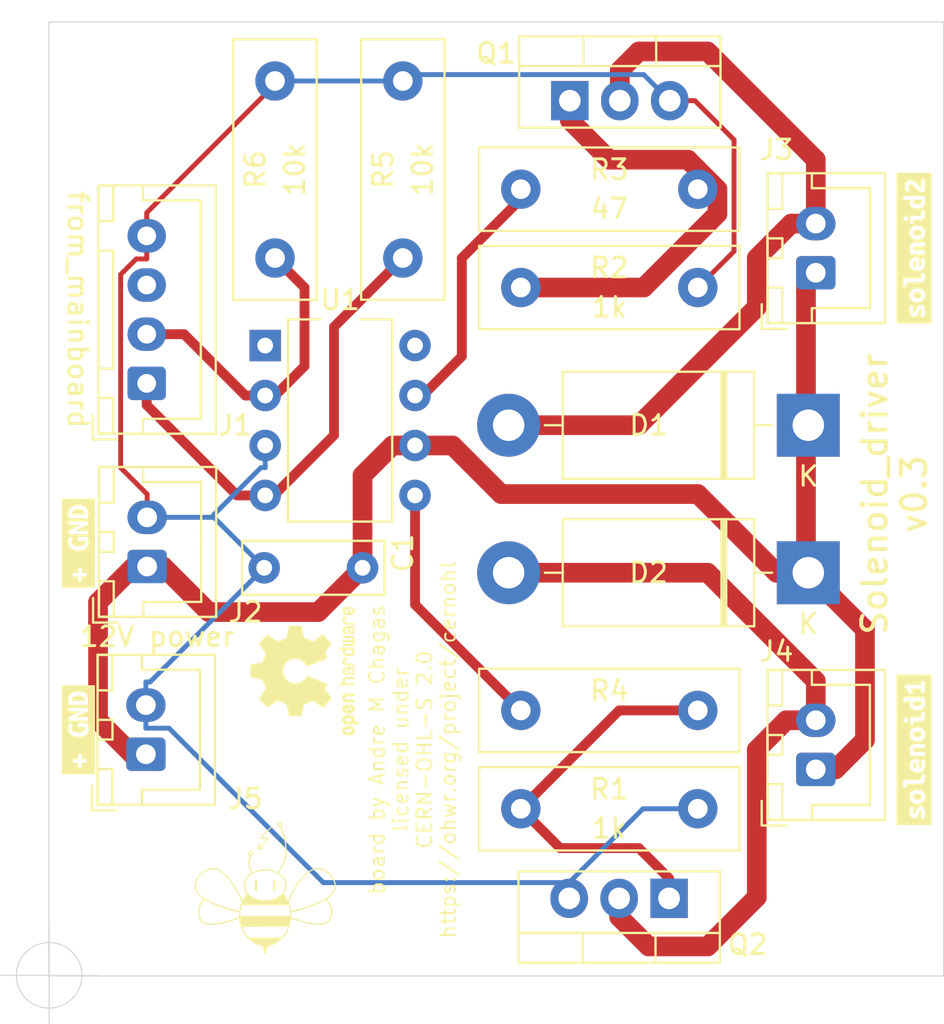
<source format=kicad_pcb>
(kicad_pcb (version 20171130) (host pcbnew "(5.1.12)-1")

  (general
    (thickness 1.6)
    (drawings 7)
    (tracks 125)
    (zones 0)
    (modules 27)
    (nets 14)
  )

  (page A4)
  (layers
    (0 F.Cu signal)
    (31 B.Cu signal)
    (32 B.Adhes user hide)
    (33 F.Adhes user hide)
    (34 B.Paste user hide)
    (35 F.Paste user hide)
    (36 B.SilkS user hide)
    (37 F.SilkS user hide)
    (38 B.Mask user hide)
    (39 F.Mask user hide)
    (40 Dwgs.User user hide)
    (41 Cmts.User user hide)
    (42 Eco1.User user hide)
    (43 Eco2.User user hide)
    (44 Edge.Cuts user)
    (45 Margin user hide)
    (46 B.CrtYd user hide)
    (47 F.CrtYd user hide)
    (48 B.Fab user hide)
    (49 F.Fab user hide)
  )

  (setup
    (last_trace_width 0.25)
    (trace_clearance 0.2)
    (zone_clearance 0.508)
    (zone_45_only no)
    (trace_min 0.2)
    (via_size 0.8)
    (via_drill 0.4)
    (via_min_size 0.4)
    (via_min_drill 0.3)
    (uvia_size 0.3)
    (uvia_drill 0.1)
    (uvias_allowed no)
    (uvia_min_size 0.2)
    (uvia_min_drill 0.1)
    (edge_width 0.05)
    (segment_width 0.2)
    (pcb_text_width 0.3)
    (pcb_text_size 1.5 1.5)
    (mod_edge_width 0.12)
    (mod_text_size 1 1)
    (mod_text_width 0.15)
    (pad_size 1.524 1.524)
    (pad_drill 0.762)
    (pad_to_mask_clearance 0)
    (aux_axis_origin 0 0)
    (visible_elements 7FFFFFFF)
    (pcbplotparams
      (layerselection 0x010fc_ffffffff)
      (usegerberextensions true)
      (usegerberattributes false)
      (usegerberadvancedattributes false)
      (creategerberjobfile false)
      (excludeedgelayer true)
      (linewidth 0.100000)
      (plotframeref false)
      (viasonmask false)
      (mode 1)
      (useauxorigin false)
      (hpglpennumber 1)
      (hpglpenspeed 20)
      (hpglpendiameter 15.000000)
      (psnegative false)
      (psa4output false)
      (plotreference true)
      (plotvalue true)
      (plotinvisibletext false)
      (padsonsilk false)
      (subtractmaskfromsilk true)
      (outputformat 1)
      (mirror false)
      (drillshape 0)
      (scaleselection 1)
      (outputdirectory "gerber/"))
  )

  (net 0 "")
  (net 1 GND)
  (net 2 +5V)
  (net 3 +12V)
  (net 4 "Net-(D1-Pad2)")
  (net 5 "Net-(D2-Pad2)")
  (net 6 solenoid2)
  (net 7 solenoid1)
  (net 8 "Net-(Q1-Pad1)")
  (net 9 "Net-(Q2-Pad1)")
  (net 10 "Net-(J1-Pad1)")
  (net 11 "unconnected-(U1-Pad1)")
  (net 12 "unconnected-(U1-Pad8)")
  (net 13 "Net-(U1-Pad2)")

  (net_class Default "This is the default net class."
    (clearance 0.2)
    (trace_width 0.25)
    (via_dia 0.8)
    (via_drill 0.4)
    (uvia_dia 0.3)
    (uvia_drill 0.1)
    (add_net +12V)
    (add_net +5V)
    (add_net GND)
    (add_net "Net-(D1-Pad2)")
    (add_net "Net-(D2-Pad2)")
    (add_net "Net-(J1-Pad1)")
    (add_net "Net-(Q1-Pad1)")
    (add_net "Net-(Q2-Pad1)")
    (add_net "Net-(U1-Pad2)")
    (add_net solenoid1)
    (add_net solenoid2)
    (add_net "unconnected-(U1-Pad1)")
    (add_net "unconnected-(U1-Pad8)")
  )

  (module MountingHole:MountingHole_3.2mm_M3_DIN965 (layer F.Cu) (tedit 56D1B4CB) (tstamp 0)
    (at 115.5 84)
    (descr "Mounting Hole 3.2mm, no annular, M3, DIN965")
    (tags "mounting hole 3.2mm no annular m3 din965")
    (fp_text reference REF1 (at 0 -3.8) (layer F.SilkS) hide
      (effects (font (size 1 1) (thickness 0.15)))
    )
    (fp_text value MountingHole_3.2mm_M3_DIN965 (at 0 3.8) (layer F.Fab) hide
      (effects (font (size 1 1) (thickness 0.15)))
    )
    (fp_circle (center 0 0) (end 2.8 0) (layer Cmts.User) (width 0.15))
    (fp_circle (center 0 0) (end 3.05 0) (layer F.CrtYd) (width 0.05))
    (fp_text user ${REFERENCE} (at 0.3 0) (layer F.Fab) hide
      (effects (font (size 1 1) (thickness 0.15)))
    )
    (pad "" np_thru_hole circle (at 0 0) (size 3.2 3.2) (drill 3.2) (layers *.Cu *.Mask))
  )

  (module MountingHole:MountingHole_3.2mm_M3_DIN965 (layer F.Cu) (tedit 56D1B4CB) (tstamp 0)
    (at 115.5 125.5)
    (descr "Mounting Hole 3.2mm, no annular, M3, DIN965")
    (tags "mounting hole 3.2mm no annular m3 din965")
    (fp_text reference REF2 (at 0 -3.8) (layer F.SilkS) hide
      (effects (font (size 1 1) (thickness 0.15)))
    )
    (fp_text value MountingHole_3.2mm_M3_DIN965 (at 0 3.8) (layer F.Fab) hide
      (effects (font (size 1 1) (thickness 0.15)))
    )
    (fp_circle (center 0 0) (end 2.8 0) (layer Cmts.User) (width 0.15))
    (fp_circle (center 0 0) (end 3.05 0) (layer F.CrtYd) (width 0.05))
    (fp_text user ${REFERENCE} (at 0.3 0) (layer F.Fab) hide
      (effects (font (size 1 1) (thickness 0.15)))
    )
    (pad "" np_thru_hole circle (at 0 0) (size 3.2 3.2) (drill 3.2) (layers *.Cu *.Mask))
  )

  (module MountingHole:MountingHole_3.2mm_M3_DIN965 (layer F.Cu) (tedit 56D1B4CB) (tstamp 0)
    (at 154 84)
    (descr "Mounting Hole 3.2mm, no annular, M3, DIN965")
    (tags "mounting hole 3.2mm no annular m3 din965")
    (fp_text reference REF3 (at 0 -3.8) (layer F.SilkS) hide
      (effects (font (size 1 1) (thickness 0.15)))
    )
    (fp_text value MountingHole_3.2mm_M3_DIN965 (at 0 3.8) (layer F.Fab) hide
      (effects (font (size 1 1) (thickness 0.15)))
    )
    (fp_circle (center 0 0) (end 2.8 0) (layer Cmts.User) (width 0.15))
    (fp_circle (center 0 0) (end 3.05 0) (layer F.CrtYd) (width 0.05))
    (fp_text user ${REFERENCE} (at 0.3 0) (layer F.Fab) hide
      (effects (font (size 1 1) (thickness 0.15)))
    )
    (pad "" np_thru_hole circle (at 0 0) (size 3.2 3.2) (drill 3.2) (layers *.Cu *.Mask))
  )

  (module MountingHole:MountingHole_3.2mm_M3_DIN965 (layer F.Cu) (tedit 56D1B4CB) (tstamp 0)
    (at 154 125.5)
    (descr "Mounting Hole 3.2mm, no annular, M3, DIN965")
    (tags "mounting hole 3.2mm no annular m3 din965")
    (fp_text reference REF4 (at 0 -3.8) (layer F.SilkS) hide
      (effects (font (size 1 1) (thickness 0.15)))
    )
    (fp_text value MountingHole_3.2mm_M3_DIN965 (at 0 3.8) (layer F.Fab) hide
      (effects (font (size 1 1) (thickness 0.15)))
    )
    (fp_circle (center 0 0) (end 2.8 0) (layer Cmts.User) (width 0.15))
    (fp_circle (center 0 0) (end 3.05 0) (layer F.CrtYd) (width 0.05))
    (fp_text user ${REFERENCE} (at 0.3 0) (layer F.Fab) hide
      (effects (font (size 1 1) (thickness 0.15)))
    )
    (pad "" np_thru_hole circle (at 0 0) (size 3.2 3.2) (drill 3.2) (layers *.Cu *.Mask))
  )

  (module Connector_JST:JST_XH_B4B-XH-A_1x04_P2.50mm_Vertical (layer F.Cu) (tedit 5C28146C) (tstamp 0)
    (at 116.975 98.873 90)
    (descr "JST XH series connector, B4B-XH-A (http://www.jst-mfg.com/product/pdf/eng/eXH.pdf), generated with kicad-footprint-generator")
    (tags "connector JST XH vertical")
    (path /00000000-0000-0000-0000-000060cf213c)
    (fp_text reference J1 (at -2.127 4.5) (layer F.SilkS)
      (effects (font (size 1 1) (thickness 0.15)))
    )
    (fp_text value from_mainboard (at 3.75 -3.5 270 unlocked) (layer F.SilkS)
      (effects (font (size 1 1) (thickness 0.15)))
    )
    (fp_line (start 8.25 -1.7) (end 10.05 -1.7) (layer F.SilkS) (width 0.12))
    (fp_line (start -0.75 -2.45) (end -2.55 -2.45) (layer F.SilkS) (width 0.12))
    (fp_line (start 9.3 2.75) (end 3.75 2.75) (layer F.SilkS) (width 0.12))
    (fp_line (start 6.75 -1.7) (end 6.75 -2.45) (layer F.SilkS) (width 0.12))
    (fp_line (start 8.25 -2.45) (end 8.25 -1.7) (layer F.SilkS) (width 0.12))
    (fp_line (start 0.75 -1.7) (end 6.75 -1.7) (layer F.SilkS) (width 0.12))
    (fp_line (start 10.05 -0.2) (end 9.3 -0.2) (layer F.SilkS) (width 0.12))
    (fp_line (start -2.56 -2.46) (end -2.56 3.51) (layer F.SilkS) (width 0.12))
    (fp_line (start 10.05 -1.7) (end 10.05 -2.45) (layer F.SilkS) (width 0.12))
    (fp_line (start -2.55 -1.7) (end -0.75 -1.7) (layer F.SilkS) (width 0.12))
    (fp_line (start 10.06 3.51) (end 10.06 -2.46) (layer F.SilkS) (width 0.12))
    (fp_line (start -1.6 -2.75) (end -2.85 -2.75) (layer F.SilkS) (width 0.12))
    (fp_line (start -2.85 -2.75) (end -2.85 -1.5) (layer F.SilkS) (width 0.12))
    (fp_line (start -1.8 2.75) (end 3.75 2.75) (layer F.SilkS) (width 0.12))
    (fp_line (start 10.05 -2.45) (end 8.25 -2.45) (layer F.SilkS) (width 0.12))
    (fp_line (start 0.75 -2.45) (end 0.75 -1.7) (layer F.SilkS) (width 0.12))
    (fp_line (start -2.55 -0.2) (end -1.8 -0.2) (layer F.SilkS) (width 0.12))
    (fp_line (start 10.06 -2.46) (end -2.56 -2.46) (layer F.SilkS) (width 0.12))
    (fp_line (start -1.8 -0.2) (end -1.8 2.75) (layer F.SilkS) (width 0.12))
    (fp_line (start 6.75 -2.45) (end 0.75 -2.45) (layer F.SilkS) (width 0.12))
    (fp_line (start -2.56 3.51) (end 10.06 3.51) (layer F.SilkS) (width 0.12))
    (fp_line (start 9.3 -0.2) (end 9.3 2.75) (layer F.SilkS) (width 0.12))
    (fp_line (start -0.75 -1.7) (end -0.75 -2.45) (layer F.SilkS) (width 0.12))
    (fp_line (start -2.55 -2.45) (end -2.55 -1.7) (layer F.SilkS) (width 0.12))
    (fp_line (start 10.45 -2.85) (end -2.95 -2.85) (layer F.CrtYd) (width 0.05))
    (fp_line (start -2.95 -2.85) (end -2.95 3.9) (layer F.CrtYd) (width 0.05))
    (fp_line (start -2.95 3.9) (end 10.45 3.9) (layer F.CrtYd) (width 0.05))
    (fp_line (start 10.45 3.9) (end 10.45 -2.85) (layer F.CrtYd) (width 0.05))
    (fp_line (start -2.45 3.4) (end 9.95 3.4) (layer F.Fab) (width 0.1))
    (fp_line (start 0 -1.35) (end 0.625 -2.35) (layer F.Fab) (width 0.1))
    (fp_line (start 9.95 3.4) (end 9.95 -2.35) (layer F.Fab) (width 0.1))
    (fp_line (start -0.625 -2.35) (end 0 -1.35) (layer F.Fab) (width 0.1))
    (fp_line (start 9.95 -2.35) (end -2.45 -2.35) (layer F.Fab) (width 0.1))
    (fp_line (start -2.45 -2.35) (end -2.45 3.4) (layer F.Fab) (width 0.1))
    (fp_text user ${REFERENCE} (at 3.75 2.7 90) (layer F.Fab)
      (effects (font (size 1 1) (thickness 0.15)))
    )
    (pad 1 thru_hole roundrect (at 0 0 90) (size 1.7 1.95) (drill 0.95) (layers *.Cu *.Mask) (roundrect_rratio 0.1470588235)
      (net 10 "Net-(J1-Pad1)"))
    (pad 2 thru_hole oval (at 2.5 0 90) (size 1.7 1.95) (drill 0.95) (layers *.Cu *.Mask)
      (net 13 "Net-(U1-Pad2)"))
    (pad 3 thru_hole oval (at 5 0 90) (size 1.7 1.95) (drill 0.95) (layers *.Cu *.Mask)
      (net 2 +5V))
    (pad 4 thru_hole oval (at 7.5 0 90) (size 1.7 1.95) (drill 0.95) (layers *.Cu *.Mask)
      (net 1 GND))
    (model ${KISYS3DMOD}/Connector_JST.3dshapes/JST_XH_B4B-XH-A_1x04_P2.50mm_Vertical.wrl
      (at (xyz 0 0 0))
      (scale (xyz 1 1 1))
      (rotate (xyz 0 0 0))
    )
  )

  (module Resistor_THT:R_Box_L13.0mm_W4.0mm_P9.00mm (layer F.Cu) (tedit 5AE5139B) (tstamp 0)
    (at 145 120.5 180)
    (descr "Resistor, Box series, Radial, pin pitch=9.00mm, 2W, length*width=13.0*4.0mm^2, http://www.produktinfo.conrad.com/datenblaetter/425000-449999/443860-da-01-de-METALLBAND_WIDERSTAND_0_1_OHM_5W_5Pr.pdf")
    (tags "Resistor Box series Radial pin pitch 9.00mm 2W length 13.0mm width 4.0mm")
    (path /00000000-0000-0000-0000-000060ce2f55)
    (fp_text reference R1 (at 4.5 1) (layer F.SilkS)
      (effects (font (size 1 1) (thickness 0.15)))
    )
    (fp_text value 1k (at 4.5 -1) (layer F.SilkS)
      (effects (font (size 1 1) (thickness 0.15)))
    )
    (fp_line (start -2.12 -2.12) (end 11.12 -2.12) (layer F.SilkS) (width 0.12))
    (fp_line (start -2.12 2.12) (end 11.12 2.12) (layer F.SilkS) (width 0.12))
    (fp_line (start -2.12 -2.12) (end -2.12 2.12) (layer F.SilkS) (width 0.12))
    (fp_line (start 11.12 -2.12) (end 11.12 2.12) (layer F.SilkS) (width 0.12))
    (fp_line (start 11.25 2.25) (end 11.25 -2.25) (layer F.CrtYd) (width 0.05))
    (fp_line (start -2.25 -2.25) (end -2.25 2.25) (layer F.CrtYd) (width 0.05))
    (fp_line (start -2.25 2.25) (end 11.25 2.25) (layer F.CrtYd) (width 0.05))
    (fp_line (start 11.25 -2.25) (end -2.25 -2.25) (layer F.CrtYd) (width 0.05))
    (fp_line (start -2 2) (end 11 2) (layer F.Fab) (width 0.1))
    (fp_line (start 11 2) (end 11 -2) (layer F.Fab) (width 0.1))
    (fp_line (start -2 -2) (end -2 2) (layer F.Fab) (width 0.1))
    (fp_line (start 11 -2) (end -2 -2) (layer F.Fab) (width 0.1))
    (fp_text user ${REFERENCE} (at 4.5 0) (layer F.Fab)
      (effects (font (size 1 1) (thickness 0.15)))
    )
    (pad 1 thru_hole circle (at 0 0 180) (size 2 2) (drill 1) (layers *.Cu *.Mask)
      (net 1 GND))
    (pad 2 thru_hole circle (at 9 0 180) (size 2 2) (drill 1) (layers *.Cu *.Mask)
      (net 9 "Net-(Q2-Pad1)"))
    (model ${KISYS3DMOD}/Resistor_THT.3dshapes/R_Box_L13.0mm_W4.0mm_P9.00mm.wrl
      (at (xyz 0 0 0))
      (scale (xyz 1 1 1))
      (rotate (xyz 0 0 0))
    )
  )

  (module Symbol:OSHW-Logo2_7.3x6mm_SilkScreen (layer F.Cu) (tedit 0) (tstamp 0)
    (at 125 113.5 90)
    (descr "Open Source Hardware Symbol")
    (tags "Logo Symbol OSHW")
    (fp_text reference REF5 (at 0 0 90) (layer F.SilkS) hide
      (effects (font (size 1 1) (thickness 0.15)))
    )
    (fp_text value OSHW-Logo2_7.3x6mm_SilkScreen (at 0.75 0 90) (layer F.Fab) hide
      (effects (font (size 1 1) (thickness 0.15)))
    )
    (fp_poly (pts (xy -0.624114 1.851289) (xy -0.619861 1.910613) (xy -0.614975 1.945572) (xy -0.608205 1.96082)
      (xy -0.598298 1.961015) (xy -0.595086 1.959195) (xy -0.552356 1.946015) (xy -0.496773 1.946785)
      (xy -0.440263 1.960333) (xy -0.404918 1.977861) (xy -0.368679 2.005861) (xy -0.342187 2.037549)
      (xy -0.324001 2.077813) (xy -0.312678 2.131543) (xy -0.306778 2.203626) (xy -0.304857 2.298951)
      (xy -0.304823 2.317237) (xy -0.3048 2.522646) (xy -0.350509 2.53858) (xy -0.382973 2.54942)
      (xy -0.400785 2.554468) (xy -0.401309 2.554514) (xy -0.403063 2.540828) (xy -0.404556 2.503076)
      (xy -0.405674 2.446224) (xy -0.406303 2.375234) (xy -0.4064 2.332073) (xy -0.406602 2.246973)
      (xy -0.407642 2.185981) (xy -0.410169 2.144177) (xy -0.414836 2.116642) (xy -0.422293 2.098456)
      (xy -0.433189 2.084698) (xy -0.439993 2.078073) (xy -0.486728 2.051375) (xy -0.537728 2.049375)
      (xy -0.583999 2.071955) (xy -0.592556 2.080107) (xy -0.605107 2.095436) (xy -0.613812 2.113618)
      (xy -0.619369 2.139909) (xy -0.622474 2.179562) (xy -0.623824 2.237832) (xy -0.624114 2.318173)
      (xy -0.624114 2.522646) (xy -0.669823 2.53858) (xy -0.702287 2.54942) (xy -0.720099 2.554468)
      (xy -0.720623 2.554514) (xy -0.721963 2.540623) (xy -0.723172 2.501439) (xy -0.724199 2.4407)
      (xy -0.724998 2.362141) (xy -0.725519 2.269498) (xy -0.725714 2.166509) (xy -0.725714 1.769342)
      (xy -0.678543 1.749444) (xy -0.631371 1.729547) (xy -0.624114 1.851289)) (layer F.SilkS) (width 0.01))
    (fp_poly (pts (xy -1.283907 1.92778) (xy -1.237328 1.954723) (xy -1.204943 1.981466) (xy -1.181258 2.009484)
      (xy -1.164941 2.043748) (xy -1.154661 2.089227) (xy -1.149086 2.150892) (xy -1.146884 2.233711)
      (xy -1.146629 2.293246) (xy -1.146629 2.512391) (xy -1.208314 2.540044) (xy -1.27 2.567697)
      (xy -1.277257 2.32767) (xy -1.280256 2.238028) (xy -1.283402 2.172962) (xy -1.287299 2.128026)
      (xy -1.292553 2.09877) (xy -1.299769 2.080748) (xy -1.30955 2.069511) (xy -1.312688 2.067079)
      (xy -1.360239 2.048083) (xy -1.408303 2.0556) (xy -1.436914 2.075543) (xy -1.448553 2.089675)
      (xy -1.456609 2.10822) (xy -1.461729 2.136334) (xy -1.464559 2.179173) (xy -1.465744 2.241895)
      (xy -1.465943 2.307261) (xy -1.465982 2.389268) (xy -1.467386 2.447316) (xy -1.472086 2.486465)
      (xy -1.482013 2.51178) (xy -1.499097 2.528323) (xy -1.525268 2.541156) (xy -1.560225 2.554491)
      (xy -1.598404 2.569007) (xy -1.593859 2.311389) (xy -1.592029 2.218519) (xy -1.589888 2.149889)
      (xy -1.586819 2.100711) (xy -1.582206 2.066198) (xy -1.575432 2.041562) (xy -1.565881 2.022016)
      (xy -1.554366 2.00477) (xy -1.49881 1.94968) (xy -1.43102 1.917822) (xy -1.357287 1.910191)
      (xy -1.283907 1.92778)) (layer F.SilkS) (width 0.01))
    (fp_poly (pts (xy 3.153595 1.966966) (xy 3.211021 2.004497) (xy 3.238719 2.038096) (xy 3.260662 2.099064)
      (xy 3.262405 2.147308) (xy 3.258457 2.211816) (xy 3.109686 2.276934) (xy 3.037349 2.310202)
      (xy 2.990084 2.336964) (xy 2.965507 2.360144) (xy 2.961237 2.382667) (xy 2.974889 2.407455)
      (xy 2.989943 2.423886) (xy 3.033746 2.450235) (xy 3.081389 2.452081) (xy 3.125145 2.431546)
      (xy 3.157289 2.390752) (xy 3.163038 2.376347) (xy 3.190576 2.331356) (xy 3.222258 2.312182)
      (xy 3.265714 2.295779) (xy 3.265714 2.357966) (xy 3.261872 2.400283) (xy 3.246823 2.435969)
      (xy 3.21528 2.476943) (xy 3.210592 2.482267) (xy 3.175506 2.51872) (xy 3.145347 2.538283)
      (xy 3.107615 2.547283) (xy 3.076335 2.55023) (xy 3.020385 2.550965) (xy 2.980555 2.54166)
      (xy 2.955708 2.527846) (xy 2.916656 2.497467) (xy 2.889625 2.464613) (xy 2.872517 2.423294)
      (xy 2.863238 2.367521) (xy 2.859693 2.291305) (xy 2.85941 2.252622) (xy 2.860372 2.206247)
      (xy 2.948007 2.206247) (xy 2.949023 2.231126) (xy 2.951556 2.2352) (xy 2.968274 2.229665)
      (xy 3.004249 2.215017) (xy 3.052331 2.19419) (xy 3.062386 2.189714) (xy 3.123152 2.158814)
      (xy 3.156632 2.131657) (xy 3.16399 2.10622) (xy 3.146391 2.080481) (xy 3.131856 2.069109)
      (xy 3.07941 2.046364) (xy 3.030322 2.050122) (xy 2.989227 2.077884) (xy 2.960758 2.127152)
      (xy 2.951631 2.166257) (xy 2.948007 2.206247) (xy 2.860372 2.206247) (xy 2.861285 2.162249)
      (xy 2.868196 2.095384) (xy 2.881884 2.046695) (xy 2.904096 2.010849) (xy 2.936574 1.982513)
      (xy 2.950733 1.973355) (xy 3.015053 1.949507) (xy 3.085473 1.948006) (xy 3.153595 1.966966)) (layer F.SilkS) (width 0.01))
    (fp_poly (pts (xy 2.144876 1.956335) (xy 2.186667 1.975344) (xy 2.219469 1.998378) (xy 2.243503 2.024133)
      (xy 2.260097 2.057358) (xy 2.270577 2.1028) (xy 2.276271 2.165207) (xy 2.278507 2.249327)
      (xy 2.278743 2.304721) (xy 2.278743 2.520826) (xy 2.241774 2.53767) (xy 2.212656 2.549981)
      (xy 2.198231 2.554514) (xy 2.195472 2.541025) (xy 2.193282 2.504653) (xy 2.191942 2.451542)
      (xy 2.191657 2.409372) (xy 2.190434 2.348447) (xy 2.187136 2.300115) (xy 2.182321 2.270518)
      (xy 2.178496 2.264229) (xy 2.152783 2.270652) (xy 2.112418 2.287125) (xy 2.065679 2.309458)
      (xy 2.020845 2.333457) (xy 1.986193 2.35493) (xy 1.970002 2.369685) (xy 1.969938 2.369845)
      (xy 1.97133 2.397152) (xy 1.983818 2.423219) (xy 2.005743 2.444392) (xy 2.037743 2.451474)
      (xy 2.065092 2.450649) (xy 2.103826 2.450042) (xy 2.124158 2.459116) (xy 2.136369 2.483092)
      (xy 2.137909 2.487613) (xy 2.143203 2.521806) (xy 2.129047 2.542568) (xy 2.092148 2.552462)
      (xy 2.052289 2.554292) (xy 1.980562 2.540727) (xy 1.943432 2.521355) (xy 1.897576 2.475845)
      (xy 1.873256 2.419983) (xy 1.871073 2.360957) (xy 1.891629 2.305953) (xy 1.922549 2.271486)
      (xy 1.95342 2.252189) (xy 2.001942 2.227759) (xy 2.058485 2.202985) (xy 2.06791 2.199199)
      (xy 2.130019 2.171791) (xy 2.165822 2.147634) (xy 2.177337 2.123619) (xy 2.16658 2.096635)
      (xy 2.148114 2.075543) (xy 2.104469 2.049572) (xy 2.056446 2.047624) (xy 2.012406 2.067637)
      (xy 1.980709 2.107551) (xy 1.976549 2.117848) (xy 1.952327 2.155724) (xy 1.916965 2.183842)
      (xy 1.872343 2.206917) (xy 1.872343 2.141485) (xy 1.874969 2.101506) (xy 1.88623 2.069997)
      (xy 1.911199 2.036378) (xy 1.935169 2.010484) (xy 1.972441 1.973817) (xy 2.001401 1.954121)
      (xy 2.032505 1.94622) (xy 2.067713 1.944914) (xy 2.144876 1.956335)) (layer F.SilkS) (width 0.01))
    (fp_poly (pts (xy -1.831697 1.931239) (xy -1.774473 1.969735) (xy -1.730251 2.025335) (xy -1.703833 2.096086)
      (xy -1.69849 2.148162) (xy -1.699097 2.169893) (xy -1.704178 2.186531) (xy -1.718145 2.201437)
      (xy -1.745411 2.217973) (xy -1.790388 2.239498) (xy -1.857489 2.269374) (xy -1.857829 2.269524)
      (xy -1.919593 2.297813) (xy -1.970241 2.322933) (xy -2.004596 2.342179) (xy -2.017482 2.352848)
      (xy -2.017486 2.352934) (xy -2.006128 2.376166) (xy -1.979569 2.401774) (xy -1.949077 2.420221)
      (xy -1.93363 2.423886) (xy -1.891485 2.411212) (xy -1.855192 2.379471) (xy -1.837483 2.344572)
      (xy -1.820448 2.318845) (xy -1.787078 2.289546) (xy -1.747851 2.264235) (xy -1.713244 2.250471)
      (xy -1.706007 2.249714) (xy -1.697861 2.26216) (xy -1.69737 2.293972) (xy -1.703357 2.336866)
      (xy -1.714643 2.382558) (xy -1.73005 2.422761) (xy -1.730829 2.424322) (xy -1.777196 2.489062)
      (xy -1.837289 2.533097) (xy -1.905535 2.554711) (xy -1.976362 2.552185) (xy -2.044196 2.523804)
      (xy -2.047212 2.521808) (xy -2.100573 2.473448) (xy -2.13566 2.410352) (xy -2.155078 2.327387)
      (xy -2.157684 2.304078) (xy -2.162299 2.194055) (xy -2.156767 2.142748) (xy -2.017486 2.142748)
      (xy -2.015676 2.174753) (xy -2.005778 2.184093) (xy -1.981102 2.177105) (xy -1.942205 2.160587)
      (xy -1.898725 2.139881) (xy -1.897644 2.139333) (xy -1.860791 2.119949) (xy -1.846 2.107013)
      (xy -1.849647 2.093451) (xy -1.865005 2.075632) (xy -1.904077 2.049845) (xy -1.946154 2.04795)
      (xy -1.983897 2.066717) (xy -2.009966 2.102915) (xy -2.017486 2.142748) (xy -2.156767 2.142748)
      (xy -2.152806 2.106027) (xy -2.12845 2.036212) (xy -2.094544 1.987302) (xy -2.033347 1.937878)
      (xy -1.965937 1.913359) (xy -1.89712 1.911797) (xy -1.831697 1.931239)) (layer F.SilkS) (width 0.01))
    (fp_poly (pts (xy 1.190117 2.065358) (xy 1.189933 2.173837) (xy 1.189219 2.257287) (xy 1.187675 2.319704)
      (xy 1.185001 2.365085) (xy 1.180894 2.397429) (xy 1.175055 2.420733) (xy 1.167182 2.438995)
      (xy 1.161221 2.449418) (xy 1.111855 2.505945) (xy 1.049264 2.541377) (xy 0.980013 2.55409)
      (xy 0.910668 2.542463) (xy 0.869375 2.521568) (xy 0.826025 2.485422) (xy 0.796481 2.441276)
      (xy 0.778655 2.383462) (xy 0.770463 2.306313) (xy 0.769302 2.249714) (xy 0.769458 2.245647)
      (xy 0.870857 2.245647) (xy 0.871476 2.31055) (xy 0.874314 2.353514) (xy 0.88084 2.381622)
      (xy 0.892523 2.401953) (xy 0.906483 2.417288) (xy 0.953365 2.44689) (xy 1.003701 2.449419)
      (xy 1.051276 2.424705) (xy 1.054979 2.421356) (xy 1.070783 2.403935) (xy 1.080693 2.383209)
      (xy 1.086058 2.352362) (xy 1.088228 2.304577) (xy 1.088571 2.251748) (xy 1.087827 2.185381)
      (xy 1.084748 2.141106) (xy 1.078061 2.112009) (xy 1.066496 2.091173) (xy 1.057013 2.080107)
      (xy 1.01296 2.052198) (xy 0.962224 2.048843) (xy 0.913796 2.070159) (xy 0.90445 2.078073)
      (xy 0.88854 2.095647) (xy 0.87861 2.116587) (xy 0.873278 2.147782) (xy 0.871163 2.196122)
      (xy 0.870857 2.245647) (xy 0.769458 2.245647) (xy 0.77281 2.158568) (xy 0.784726 2.090086)
      (xy 0.807135 2.0386) (xy 0.842124 1.998443) (xy 0.869375 1.977861) (xy 0.918907 1.955625)
      (xy 0.976316 1.945304) (xy 1.029682 1.948067) (xy 1.059543 1.959212) (xy 1.071261 1.962383)
      (xy 1.079037 1.950557) (xy 1.084465 1.918866) (xy 1.088571 1.870593) (xy 1.093067 1.816829)
      (xy 1.099313 1.784482) (xy 1.110676 1.765985) (xy 1.130528 1.75377) (xy 1.143 1.748362)
      (xy 1.190171 1.728601) (xy 1.190117 2.065358)) (layer F.SilkS) (width 0.01))
    (fp_poly (pts (xy 1.779833 1.958663) (xy 1.782048 1.99685) (xy 1.783784 2.054886) (xy 1.784899 2.12818)
      (xy 1.785257 2.205055) (xy 1.785257 2.465196) (xy 1.739326 2.511127) (xy 1.707675 2.539429)
      (xy 1.67989 2.550893) (xy 1.641915 2.550168) (xy 1.62684 2.548321) (xy 1.579726 2.542948)
      (xy 1.540756 2.539869) (xy 1.531257 2.539585) (xy 1.499233 2.541445) (xy 1.453432 2.546114)
      (xy 1.435674 2.548321) (xy 1.392057 2.551735) (xy 1.362745 2.54432) (xy 1.33368 2.521427)
      (xy 1.323188 2.511127) (xy 1.277257 2.465196) (xy 1.277257 1.978602) (xy 1.314226 1.961758)
      (xy 1.346059 1.949282) (xy 1.364683 1.944914) (xy 1.369458 1.958718) (xy 1.373921 1.997286)
      (xy 1.377775 2.056356) (xy 1.380722 2.131663) (xy 1.382143 2.195286) (xy 1.386114 2.445657)
      (xy 1.420759 2.450556) (xy 1.452268 2.447131) (xy 1.467708 2.436041) (xy 1.472023 2.415308)
      (xy 1.475708 2.371145) (xy 1.478469 2.309146) (xy 1.480012 2.234909) (xy 1.480235 2.196706)
      (xy 1.480457 1.976783) (xy 1.526166 1.960849) (xy 1.558518 1.950015) (xy 1.576115 1.944962)
      (xy 1.576623 1.944914) (xy 1.578388 1.958648) (xy 1.580329 1.99673) (xy 1.582282 2.054482)
      (xy 1.584084 2.127227) (xy 1.585343 2.195286) (xy 1.589314 2.445657) (xy 1.6764 2.445657)
      (xy 1.680396 2.21724) (xy 1.684392 1.988822) (xy 1.726847 1.966868) (xy 1.758192 1.951793)
      (xy 1.776744 1.944951) (xy 1.777279 1.944914) (xy 1.779833 1.958663)) (layer F.SilkS) (width 0.01))
    (fp_poly (pts (xy 0.039744 1.950968) (xy 0.096616 1.972087) (xy 0.097267 1.972493) (xy 0.13244 1.99838)
      (xy 0.158407 2.028633) (xy 0.17667 2.068058) (xy 0.188732 2.121462) (xy 0.196096 2.193651)
      (xy 0.200264 2.289432) (xy 0.200629 2.303078) (xy 0.205876 2.508842) (xy 0.161716 2.531678)
      (xy 0.129763 2.54711) (xy 0.11047 2.554423) (xy 0.109578 2.554514) (xy 0.106239 2.541022)
      (xy 0.103587 2.504626) (xy 0.101956 2.451452) (xy 0.1016 2.408393) (xy 0.101592 2.338641)
      (xy 0.098403 2.294837) (xy 0.087288 2.273944) (xy 0.063501 2.272925) (xy 0.022296 2.288741)
      (xy -0.039914 2.317815) (xy -0.085659 2.341963) (xy -0.109187 2.362913) (xy -0.116104 2.385747)
      (xy -0.116114 2.386877) (xy -0.104701 2.426212) (xy -0.070908 2.447462) (xy -0.019191 2.450539)
      (xy 0.018061 2.450006) (xy 0.037703 2.460735) (xy 0.049952 2.486505) (xy 0.057002 2.519337)
      (xy 0.046842 2.537966) (xy 0.043017 2.540632) (xy 0.007001 2.55134) (xy -0.043434 2.552856)
      (xy -0.095374 2.545759) (xy -0.132178 2.532788) (xy -0.183062 2.489585) (xy -0.211986 2.429446)
      (xy -0.217714 2.382462) (xy -0.213343 2.340082) (xy -0.197525 2.305488) (xy -0.166203 2.274763)
      (xy -0.115322 2.24399) (xy -0.040824 2.209252) (xy -0.036286 2.207288) (xy 0.030821 2.176287)
      (xy 0.072232 2.150862) (xy 0.089981 2.128014) (xy 0.086107 2.104745) (xy 0.062643 2.078056)
      (xy 0.055627 2.071914) (xy 0.00863 2.0481) (xy -0.040067 2.049103) (xy -0.082478 2.072451)
      (xy -0.110616 2.115675) (xy -0.113231 2.12416) (xy -0.138692 2.165308) (xy -0.170999 2.185128)
      (xy -0.217714 2.20477) (xy -0.217714 2.15395) (xy -0.203504 2.080082) (xy -0.161325 2.012327)
      (xy -0.139376 1.989661) (xy -0.089483 1.960569) (xy -0.026033 1.9474) (xy 0.039744 1.950968)) (layer F.SilkS) (width 0.01))
    (fp_poly (pts (xy -2.958885 1.921962) (xy -2.890855 1.957733) (xy -2.840649 2.015301) (xy -2.822815 2.052312)
      (xy -2.808937 2.107882) (xy -2.801833 2.178096) (xy -2.80116 2.254727) (xy -2.806573 2.329552)
      (xy -2.81773 2.394342) (xy -2.834286 2.440873) (xy -2.839374 2.448887) (xy -2.899645 2.508707)
      (xy -2.971231 2.544535) (xy -3.048908 2.55502) (xy -3.127452 2.53881) (xy -3.149311 2.529092)
      (xy -3.191878 2.499143) (xy -3.229237 2.459433) (xy -3.232768 2.454397) (xy -3.247119 2.430124)
      (xy -3.256606 2.404178) (xy -3.26221 2.370022) (xy -3.264914 2.321119) (xy -3.265701 2.250935)
      (xy -3.265714 2.2352) (xy -3.265678 2.230192) (xy -3.120571 2.230192) (xy -3.119727 2.29643)
      (xy -3.116404 2.340386) (xy -3.109417 2.368779) (xy -3.097584 2.388325) (xy -3.091543 2.394857)
      (xy -3.056814 2.41968) (xy -3.023097 2.418548) (xy -2.989005 2.397016) (xy -2.968671 2.374029)
      (xy -2.956629 2.340478) (xy -2.949866 2.287569) (xy -2.949402 2.281399) (xy -2.948248 2.185513)
      (xy -2.960312 2.114299) (xy -2.98543 2.068194) (xy -3.02344 2.047635) (xy -3.037008 2.046514)
      (xy -3.072636 2.052152) (xy -3.097006 2.071686) (xy -3.111907 2.109042) (xy -3.119125 2.16815)
      (xy -3.120571 2.230192) (xy -3.265678 2.230192) (xy -3.265174 2.160413) (xy -3.262904 2.108159)
      (xy -3.257932 2.071949) (xy -3.249287 2.045299) (xy -3.235995 2.021722) (xy -3.233057 2.017338)
      (xy -3.183687 1.958249) (xy -3.129891 1.923947) (xy -3.064398 1.910331) (xy -3.042158 1.909665)
      (xy -2.958885 1.921962)) (layer F.SilkS) (width 0.01))
    (fp_poly (pts (xy 0.10391 -2.757652) (xy 0.182454 -2.757222) (xy 0.239298 -2.756058) (xy 0.278105 -2.753793)
      (xy 0.302538 -2.75006) (xy 0.316262 -2.744494) (xy 0.32294 -2.736727) (xy 0.326236 -2.726395)
      (xy 0.326556 -2.725057) (xy 0.331562 -2.700921) (xy 0.340829 -2.653299) (xy 0.353392 -2.587259)
      (xy 0.368287 -2.507872) (xy 0.384551 -2.420204) (xy 0.385119 -2.417125) (xy 0.40141 -2.331211)
      (xy 0.416652 -2.255304) (xy 0.429861 -2.193955) (xy 0.440054 -2.151718) (xy 0.446248 -2.133145)
      (xy 0.446543 -2.132816) (xy 0.464788 -2.123747) (xy 0.502405 -2.108633) (xy 0.551271 -2.090738)
      (xy 0.551543 -2.090642) (xy 0.613093 -2.067507) (xy 0.685657 -2.038035) (xy 0.754057 -2.008403)
      (xy 0.757294 -2.006938) (xy 0.868702 -1.956374) (xy 1.115399 -2.12484) (xy 1.191077 -2.176197)
      (xy 1.259631 -2.222111) (xy 1.317088 -2.25997) (xy 1.359476 -2.287163) (xy 1.382825 -2.301079)
      (xy 1.385042 -2.302111) (xy 1.40201 -2.297516) (xy 1.433701 -2.275345) (xy 1.481352 -2.234553)
      (xy 1.546198 -2.174095) (xy 1.612397 -2.109773) (xy 1.676214 -2.046388) (xy 1.733329 -1.988549)
      (xy 1.780305 -1.939825) (xy 1.813703 -1.90379) (xy 1.830085 -1.884016) (xy 1.830694 -1.882998)
      (xy 1.832505 -1.869428) (xy 1.825683 -1.847267) (xy 1.80854 -1.813522) (xy 1.779393 -1.7652)
      (xy 1.736555 -1.699308) (xy 1.679448 -1.614483) (xy 1.628766 -1.539823) (xy 1.583461 -1.47286)
      (xy 1.54615 -1.417484) (xy 1.519452 -1.37758) (xy 1.505985 -1.357038) (xy 1.505137 -1.355644)
      (xy 1.506781 -1.335962) (xy 1.519245 -1.297707) (xy 1.540048 -1.248111) (xy 1.547462 -1.232272)
      (xy 1.579814 -1.16171) (xy 1.614328 -1.081647) (xy 1.642365 -1.012371) (xy 1.662568 -0.960955)
      (xy 1.678615 -0.921881) (xy 1.687888 -0.901459) (xy 1.689041 -0.899886) (xy 1.706096 -0.897279)
      (xy 1.746298 -0.890137) (xy 1.804302 -0.879477) (xy 1.874763 -0.866315) (xy 1.952335 -0.851667)
      (xy 2.031672 -0.836551) (xy 2.107431 -0.821982) (xy 2.174264 -0.808978) (xy 2.226828 -0.798555)
      (xy 2.259776 -0.79173) (xy 2.267857 -0.789801) (xy 2.276205 -0.785038) (xy 2.282506 -0.774282)
      (xy 2.287045 -0.753902) (xy 2.290104 -0.720266) (xy 2.291967 -0.669745) (xy 2.292918 -0.598708)
      (xy 2.29324 -0.503524) (xy 2.293257 -0.464508) (xy 2.293257 -0.147201) (xy 2.217057 -0.132161)
      (xy 2.174663 -0.124005) (xy 2.1114 -0.112101) (xy 2.034962 -0.097884) (xy 1.953043 -0.08279)
      (xy 1.9304 -0.078645) (xy 1.854806 -0.063947) (xy 1.788953 -0.049495) (xy 1.738366 -0.036625)
      (xy 1.708574 -0.026678) (xy 1.703612 -0.023713) (xy 1.691426 -0.002717) (xy 1.673953 0.037967)
      (xy 1.654577 0.090322) (xy 1.650734 0.1016) (xy 1.625339 0.171523) (xy 1.593817 0.250418)
      (xy 1.562969 0.321266) (xy 1.562817 0.321595) (xy 1.511447 0.432733) (xy 1.680399 0.681253)
      (xy 1.849352 0.929772) (xy 1.632429 1.147058) (xy 1.566819 1.211726) (xy 1.506979 1.268733)
      (xy 1.456267 1.315033) (xy 1.418046 1.347584) (xy 1.395675 1.363343) (xy 1.392466 1.364343)
      (xy 1.373626 1.356469) (xy 1.33518 1.334578) (xy 1.28133 1.301267) (xy 1.216276 1.259131)
      (xy 1.14594 1.211943) (xy 1.074555 1.16381) (xy 1.010908 1.121928) (xy 0.959041 1.088871)
      (xy 0.922995 1.067218) (xy 0.906867 1.059543) (xy 0.887189 1.066037) (xy 0.849875 1.08315)
      (xy 0.802621 1.107326) (xy 0.797612 1.110013) (xy 0.733977 1.141927) (xy 0.690341 1.157579)
      (xy 0.663202 1.157745) (xy 0.649057 1.143204) (xy 0.648975 1.143) (xy 0.641905 1.125779)
      (xy 0.625042 1.084899) (xy 0.599695 1.023525) (xy 0.567171 0.944819) (xy 0.528778 0.851947)
      (xy 0.485822 0.748072) (xy 0.444222 0.647502) (xy 0.398504 0.536516) (xy 0.356526 0.433703)
      (xy 0.319548 0.342215) (xy 0.288827 0.265201) (xy 0.265622 0.205815) (xy 0.25119 0.167209)
      (xy 0.246743 0.1528) (xy 0.257896 0.136272) (xy 0.287069 0.10993) (xy 0.325971 0.080887)
      (xy 0.436757 -0.010961) (xy 0.523351 -0.116241) (xy 0.584716 -0.232734) (xy 0.619815 -0.358224)
      (xy 0.627608 -0.490493) (xy 0.621943 -0.551543) (xy 0.591078 -0.678205) (xy 0.53792 -0.790059)
      (xy 0.465767 -0.885999) (xy 0.377917 -0.964924) (xy 0.277665 -1.02573) (xy 0.16831 -1.067313)
      (xy 0.053147 -1.088572) (xy -0.064525 -1.088401) (xy -0.18141 -1.065699) (xy -0.294211 -1.019362)
      (xy -0.399631 -0.948287) (xy -0.443632 -0.908089) (xy -0.528021 -0.804871) (xy -0.586778 -0.692075)
      (xy -0.620296 -0.57299) (xy -0.628965 -0.450905) (xy -0.613177 -0.329107) (xy -0.573322 -0.210884)
      (xy -0.509793 -0.099525) (xy -0.422979 0.001684) (xy -0.325971 0.080887) (xy -0.285563 0.111162)
      (xy -0.257018 0.137219) (xy -0.246743 0.152825) (xy -0.252123 0.169843) (xy -0.267425 0.2105)
      (xy -0.291388 0.271642) (xy -0.322756 0.350119) (xy -0.360268 0.44278) (xy -0.402667 0.546472)
      (xy -0.444337 0.647526) (xy -0.49031 0.758607) (xy -0.532893 0.861541) (xy -0.570779 0.953165)
      (xy -0.60266 1.030316) (xy -0.627229 1.089831) (xy -0.64318 1.128544) (xy -0.64909 1.143)
      (xy -0.663052 1.157685) (xy -0.69006 1.157642) (xy -0.733587 1.142099) (xy -0.79711 1.110284)
      (xy -0.797612 1.110013) (xy -0.84544 1.085323) (xy -0.884103 1.067338) (xy -0.905905 1.059614)
      (xy -0.906867 1.059543) (xy -0.923279 1.067378) (xy -0.959513 1.089165) (xy -1.011526 1.122328)
      (xy -1.075275 1.164291) (xy -1.14594 1.211943) (xy -1.217884 1.260191) (xy -1.282726 1.302151)
      (xy -1.336265 1.335227) (xy -1.374303 1.356821) (xy -1.392467 1.364343) (xy -1.409192 1.354457)
      (xy -1.44282 1.326826) (xy -1.48999 1.284495) (xy -1.547342 1.230505) (xy -1.611516 1.167899)
      (xy -1.632503 1.146983) (xy -1.849501 0.929623) (xy -1.684332 0.68722) (xy -1.634136 0.612781)
      (xy -1.590081 0.545972) (xy -1.554638 0.490665) (xy -1.530281 0.450729) (xy -1.519478 0.430036)
      (xy -1.519162 0.428563) (xy -1.524857 0.409058) (xy -1.540174 0.369822) (xy -1.562463 0.31743)
      (xy -1.578107 0.282355) (xy -1.607359 0.215201) (xy -1.634906 0.147358) (xy -1.656263 0.090034)
      (xy -1.662065 0.072572) (xy -1.678548 0.025938) (xy -1.69466 -0.010095) (xy -1.70351 -0.023713)
      (xy -1.72304 -0.032048) (xy -1.765666 -0.043863) (xy -1.825855 -0.057819) (xy -1.898078 -0.072578)
      (xy -1.9304 -0.078645) (xy -2.012478 -0.093727) (xy -2.091205 -0.108331) (xy -2.158891 -0.12102)
      (xy -2.20784 -0.130358) (xy -2.217057 -0.132161) (xy -2.293257 -0.147201) (xy -2.293257 -0.464508)
      (xy -2.293086 -0.568846) (xy -2.292384 -0.647787) (xy -2.290866 -0.704962) (xy -2.288251 -0.744001)
      (xy -2.284254 -0.768535) (xy -2.278591 -0.782195) (xy -2.27098 -0.788611) (xy -2.267857 -0.789801)
      (xy -2.249022 -0.79402) (xy -2.207412 -0.802438) (xy -2.14837 -0.814039) (xy -2.077243 -0.827805)
      (xy -1.999375 -0.84272) (xy -1.920113 -0.857768) (xy -1.844802 -0.871931) (xy -1.778787 -0.884194)
      (xy -1.727413 -0.893539) (xy -1.696025 -0.89895) (xy -1.689041 -0.899886) (xy -1.682715 -0.912404)
      (xy -1.66871 -0.945754) (xy -1.649645 -0.993623) (xy -1.642366 -1.012371) (xy -1.613004 -1.084805)
      (xy -1.578429 -1.16483) (xy -1.547463 -1.232272) (xy -1.524677 -1.283841) (xy -1.509518 -1.326215)
      (xy -1.504458 -1.352166) (xy -1.505264 -1.355644) (xy -1.515959 -1.372064) (xy -1.54038 -1.408583)
      (xy -1.575905 -1.461313) (xy -1.619913 -1.526365) (xy -1.669783 -1.599849) (xy -1.679644 -1.614355)
      (xy -1.737508 -1.700296) (xy -1.780044 -1.765739) (xy -1.808946 -1.813696) (xy -1.82591 -1.84718)
      (xy -1.832633 -1.869205) (xy -1.83081 -1.882783) (xy -1.830764 -1.882869) (xy -1.816414 -1.900703)
      (xy -1.784677 -1.935183) (xy -1.73899 -1.982732) (xy -1.682796 -2.039778) (xy -1.619532 -2.102745)
      (xy -1.612398 -2.109773) (xy -1.53267 -2.18698) (xy -1.471143 -2.24367) (xy -1.426579 -2.28089)
      (xy -1.397743 -2.299685) (xy -1.385042 -2.302111) (xy -1.366506 -2.291529) (xy -1.328039 -2.267084)
      (xy -1.273614 -2.231388) (xy -1.207202 -2.187053) (xy -1.132775 -2.136689) (xy -1.115399 -2.12484)
      (xy -0.868703 -1.956374) (xy -0.757294 -2.006938) (xy -0.689543 -2.036405) (xy -0.616817 -2.066041)
      (xy -0.554297 -2.08967) (xy -0.551543 -2.090642) (xy -0.50264 -2.108543) (xy -0.464943 -2.12368)
      (xy -0.446575 -2.13279) (xy -0.446544 -2.132816) (xy -0.440715 -2.149283) (xy -0.430808 -2.189781)
      (xy -0.417805 -2.249758) (xy -0.402691 -2.32466) (xy -0.386448 -2.409936) (xy -0.385119 -2.417125)
      (xy -0.368825 -2.504986) (xy -0.353867 -2.58474) (xy -0.341209 -2.651319) (xy -0.331814 -2.699653)
      (xy -0.326646 -2.724675) (xy -0.326556 -2.725057) (xy -0.323411 -2.735701) (xy -0.317296 -2.743738)
      (xy -0.304547 -2.749533) (xy -0.2815 -2.753453) (xy -0.244491 -2.755865) (xy -0.189856 -2.757135)
      (xy -0.113933 -2.757629) (xy -0.013056 -2.757714) (xy 0 -2.757714) (xy 0.10391 -2.757652)) (layer F.SilkS) (width 0.01))
    (fp_poly (pts (xy 2.6526 1.958752) (xy 2.669948 1.966334) (xy 2.711356 1.999128) (xy 2.746765 2.046547)
      (xy 2.768664 2.097151) (xy 2.772229 2.122098) (xy 2.760279 2.156927) (xy 2.734067 2.175357)
      (xy 2.705964 2.186516) (xy 2.693095 2.188572) (xy 2.686829 2.173649) (xy 2.674456 2.141175)
      (xy 2.669028 2.126502) (xy 2.63859 2.075744) (xy 2.59452 2.050427) (xy 2.53801 2.051206)
      (xy 2.533825 2.052203) (xy 2.503655 2.066507) (xy 2.481476 2.094393) (xy 2.466327 2.139287)
      (xy 2.45725 2.204615) (xy 2.453286 2.293804) (xy 2.452914 2.341261) (xy 2.45273 2.416071)
      (xy 2.451522 2.467069) (xy 2.448309 2.499471) (xy 2.442109 2.518495) (xy 2.43194 2.529356)
      (xy 2.416819 2.537272) (xy 2.415946 2.53767) (xy 2.386828 2.549981) (xy 2.372403 2.554514)
      (xy 2.370186 2.540809) (xy 2.368289 2.502925) (xy 2.366847 2.445715) (xy 2.365998 2.374027)
      (xy 2.365829 2.321565) (xy 2.366692 2.220047) (xy 2.37007 2.143032) (xy 2.377142 2.086023)
      (xy 2.389088 2.044526) (xy 2.40709 2.014043) (xy 2.432327 1.99008) (xy 2.457247 1.973355)
      (xy 2.517171 1.951097) (xy 2.586911 1.946076) (xy 2.6526 1.958752)) (layer F.SilkS) (width 0.01))
    (fp_poly (pts (xy -2.400256 1.919918) (xy -2.344799 1.947568) (xy -2.295852 1.99848) (xy -2.282371 2.017338)
      (xy -2.267686 2.042015) (xy -2.258158 2.068816) (xy -2.252707 2.104587) (xy -2.250253 2.156169)
      (xy -2.249714 2.224267) (xy -2.252148 2.317588) (xy -2.260606 2.387657) (xy -2.276826 2.439931)
      (xy -2.302546 2.479869) (xy -2.339503 2.512929) (xy -2.342218 2.514886) (xy -2.37864 2.534908)
      (xy -2.422498 2.544815) (xy -2.478276 2.547257) (xy -2.568952 2.547257) (xy -2.56899 2.635283)
      (xy -2.569834 2.684308) (xy -2.574976 2.713065) (xy -2.588413 2.730311) (xy -2.614142 2.744808)
      (xy -2.620321 2.747769) (xy -2.649236 2.761648) (xy -2.671624 2.770414) (xy -2.688271 2.771171)
      (xy -2.699964 2.761023) (xy -2.70749 2.737073) (xy -2.711634 2.696426) (xy -2.713185 2.636186)
      (xy -2.712929 2.553455) (xy -2.711651 2.445339) (xy -2.711252 2.413) (xy -2.709815 2.301524)
      (xy -2.708528 2.228603) (xy -2.569029 2.228603) (xy -2.568245 2.290499) (xy -2.56476 2.330997)
      (xy -2.556876 2.357708) (xy -2.542895 2.378244) (xy -2.533403 2.38826) (xy -2.494596 2.417567)
      (xy -2.460237 2.419952) (xy -2.424784 2.39575) (xy -2.423886 2.394857) (xy -2.409461 2.376153)
      (xy -2.400687 2.350732) (xy -2.396261 2.311584) (xy -2.394882 2.251697) (xy -2.394857 2.23843)
      (xy -2.398188 2.155901) (xy -2.409031 2.098691) (xy -2.42866 2.063766) (xy -2.45835 2.048094)
      (xy -2.475509 2.046514) (xy -2.516234 2.053926) (xy -2.544168 2.07833) (xy -2.560983 2.12298)
      (xy -2.56835 2.19113) (xy -2.569029 2.228603) (xy -2.708528 2.228603) (xy -2.708292 2.215245)
      (xy -2.706323 2.150333) (xy -2.70355 2.102958) (xy -2.699612 2.06929) (xy -2.694151 2.045498)
      (xy -2.686808 2.027753) (xy -2.677223 2.012224) (xy -2.673113 2.006381) (xy -2.618595 1.951185)
      (xy -2.549664 1.91989) (xy -2.469928 1.911165) (xy -2.400256 1.919918)) (layer F.SilkS) (width 0.01))
    (fp_poly (pts (xy 0.529926 1.949755) (xy 0.595858 1.974084) (xy 0.649273 2.017117) (xy 0.670164 2.047409)
      (xy 0.692939 2.102994) (xy 0.692466 2.143186) (xy 0.668562 2.170217) (xy 0.659717 2.174813)
      (xy 0.62153 2.189144) (xy 0.602028 2.185472) (xy 0.595422 2.161407) (xy 0.595086 2.148114)
      (xy 0.582992 2.09921) (xy 0.551471 2.064999) (xy 0.507659 2.048476) (xy 0.458695 2.052634)
      (xy 0.418894 2.074227) (xy 0.40545 2.086544) (xy 0.395921 2.101487) (xy 0.389485 2.124075)
      (xy 0.385317 2.159328) (xy 0.382597 2.212266) (xy 0.380502 2.287907) (xy 0.37996 2.311857)
      (xy 0.377981 2.39379) (xy 0.375731 2.451455) (xy 0.372357 2.489608) (xy 0.367006 2.513004)
      (xy 0.358824 2.526398) (xy 0.346959 2.534545) (xy 0.339362 2.538144) (xy 0.307102 2.550452)
      (xy 0.288111 2.554514) (xy 0.281836 2.540948) (xy 0.278006 2.499934) (xy 0.2766 2.430999)
      (xy 0.277598 2.333669) (xy 0.277908 2.318657) (xy 0.280101 2.229859) (xy 0.282693 2.165019)
      (xy 0.286382 2.119067) (xy 0.291864 2.086935) (xy 0.299835 2.063553) (xy 0.310993 2.043852)
      (xy 0.31683 2.03541) (xy 0.350296 1.998057) (xy 0.387727 1.969003) (xy 0.392309 1.966467)
      (xy 0.459426 1.946443) (xy 0.529926 1.949755)) (layer F.SilkS) (width 0.01))
  )

  (module Diode_THT:D_DO-201AD_P15.24mm_Horizontal (layer F.Cu) (tedit 5AE50CD5) (tstamp 0)
    (at 150.62 101 180)
    (descr "Diode, DO-201AD series, Axial, Horizontal, pin pitch=15.24mm, , length*diameter=9.5*5.2mm^2, , http://www.diodes.com/_files/packages/DO-201AD.pdf")
    (tags "Diode DO-201AD series Axial Horizontal pin pitch 15.24mm  length 9.5mm diameter 5.2mm")
    (path /00000000-0000-0000-0000-0000622e3f7c)
    (fp_text reference D1 (at 8.12 0) (layer F.SilkS)
      (effects (font (size 1 1) (thickness 0.15)))
    )
    (fp_text value D_Schottky (at 7.62 3.72) (layer F.Fab)
      (effects (font (size 1 1) (thickness 0.15)))
    )
    (fp_line (start 2.75 -2.72) (end 2.75 2.72) (layer F.SilkS) (width 0.12))
    (fp_line (start 4.295 -2.72) (end 4.295 2.72) (layer F.SilkS) (width 0.12))
    (fp_line (start 12.49 2.72) (end 12.49 -2.72) (layer F.SilkS) (width 0.12))
    (fp_line (start 2.75 2.72) (end 12.49 2.72) (layer F.SilkS) (width 0.12))
    (fp_line (start 12.49 -2.72) (end 2.75 -2.72) (layer F.SilkS) (width 0.12))
    (fp_line (start 4.175 -2.72) (end 4.175 2.72) (layer F.SilkS) (width 0.12))
    (fp_line (start 1.84 0) (end 2.75 0) (layer F.SilkS) (width 0.12))
    (fp_line (start 4.415 -2.72) (end 4.415 2.72) (layer F.SilkS) (width 0.12))
    (fp_line (start 13.4 0) (end 12.49 0) (layer F.SilkS) (width 0.12))
    (fp_line (start -1.85 2.85) (end 17.09 2.85) (layer F.CrtYd) (width 0.05))
    (fp_line (start -1.85 -2.85) (end -1.85 2.85) (layer F.CrtYd) (width 0.05))
    (fp_line (start 17.09 2.85) (end 17.09 -2.85) (layer F.CrtYd) (width 0.05))
    (fp_line (start 17.09 -2.85) (end -1.85 -2.85) (layer F.CrtYd) (width 0.05))
    (fp_line (start 12.37 -2.6) (end 2.87 -2.6) (layer F.Fab) (width 0.1))
    (fp_line (start 2.87 2.6) (end 12.37 2.6) (layer F.Fab) (width 0.1))
    (fp_line (start 4.295 -2.6) (end 4.295 2.6) (layer F.Fab) (width 0.1))
    (fp_line (start 2.87 -2.6) (end 2.87 2.6) (layer F.Fab) (width 0.1))
    (fp_line (start 4.195 -2.6) (end 4.195 2.6) (layer F.Fab) (width 0.1))
    (fp_line (start 4.395 -2.6) (end 4.395 2.6) (layer F.Fab) (width 0.1))
    (fp_line (start 12.37 2.6) (end 12.37 -2.6) (layer F.Fab) (width 0.1))
    (fp_line (start 0 0) (end 2.87 0) (layer F.Fab) (width 0.1))
    (fp_line (start 15.24 0) (end 12.37 0) (layer F.Fab) (width 0.1))
    (fp_text user K (at 0 -2.6) (layer F.SilkS)
      (effects (font (size 1 1) (thickness 0.15)))
    )
    (fp_text user ${REFERENCE} (at 8.3325 0) (layer F.Fab)
      (effects (font (size 1 1) (thickness 0.15)))
    )
    (fp_text user K (at 0 -2.6) (layer F.Fab)
      (effects (font (size 1 1) (thickness 0.15)))
    )
    (pad 1 thru_hole rect (at 0 0 180) (size 3.2 3.2) (drill 1.6) (layers *.Cu *.Mask)
      (net 3 +12V))
    (pad 2 thru_hole oval (at 15.24 0 180) (size 3.2 3.2) (drill 1.6) (layers *.Cu *.Mask)
      (net 4 "Net-(D1-Pad2)"))
    (model ${KISYS3DMOD}/Diode_THT.3dshapes/D_DO-201AD_P15.24mm_Horizontal.wrl
      (at (xyz 0 0 0))
      (scale (xyz 1 1 1))
      (rotate (xyz 0 0 0))
    )
  )

  (module Diode_THT:D_DO-201AD_P15.24mm_Horizontal (layer F.Cu) (tedit 5AE50CD5) (tstamp 0)
    (at 150.62 108.5 180)
    (descr "Diode, DO-201AD series, Axial, Horizontal, pin pitch=15.24mm, , length*diameter=9.5*5.2mm^2, , http://www.diodes.com/_files/packages/DO-201AD.pdf")
    (tags "Diode DO-201AD series Axial Horizontal pin pitch 15.24mm  length 9.5mm diameter 5.2mm")
    (path /00000000-0000-0000-0000-0000622e62d4)
    (fp_text reference D2 (at 8.12 0) (layer F.SilkS)
      (effects (font (size 1 1) (thickness 0.15)))
    )
    (fp_text value D_Schottky (at 7.62 3.72) (layer F.Fab)
      (effects (font (size 1 1) (thickness 0.15)))
    )
    (fp_line (start 1.84 0) (end 2.75 0) (layer F.SilkS) (width 0.12))
    (fp_line (start 2.75 -2.72) (end 2.75 2.72) (layer F.SilkS) (width 0.12))
    (fp_line (start 12.49 2.72) (end 12.49 -2.72) (layer F.SilkS) (width 0.12))
    (fp_line (start 4.295 -2.72) (end 4.295 2.72) (layer F.SilkS) (width 0.12))
    (fp_line (start 4.175 -2.72) (end 4.175 2.72) (layer F.SilkS) (width 0.12))
    (fp_line (start 4.415 -2.72) (end 4.415 2.72) (layer F.SilkS) (width 0.12))
    (fp_line (start 2.75 2.72) (end 12.49 2.72) (layer F.SilkS) (width 0.12))
    (fp_line (start 13.4 0) (end 12.49 0) (layer F.SilkS) (width 0.12))
    (fp_line (start 12.49 -2.72) (end 2.75 -2.72) (layer F.SilkS) (width 0.12))
    (fp_line (start -1.85 2.85) (end 17.09 2.85) (layer F.CrtYd) (width 0.05))
    (fp_line (start 17.09 -2.85) (end -1.85 -2.85) (layer F.CrtYd) (width 0.05))
    (fp_line (start -1.85 -2.85) (end -1.85 2.85) (layer F.CrtYd) (width 0.05))
    (fp_line (start 17.09 2.85) (end 17.09 -2.85) (layer F.CrtYd) (width 0.05))
    (fp_line (start 4.195 -2.6) (end 4.195 2.6) (layer F.Fab) (width 0.1))
    (fp_line (start 4.295 -2.6) (end 4.295 2.6) (layer F.Fab) (width 0.1))
    (fp_line (start 2.87 2.6) (end 12.37 2.6) (layer F.Fab) (width 0.1))
    (fp_line (start 2.87 -2.6) (end 2.87 2.6) (layer F.Fab) (width 0.1))
    (fp_line (start 15.24 0) (end 12.37 0) (layer F.Fab) (width 0.1))
    (fp_line (start 0 0) (end 2.87 0) (layer F.Fab) (width 0.1))
    (fp_line (start 4.395 -2.6) (end 4.395 2.6) (layer F.Fab) (width 0.1))
    (fp_line (start 12.37 -2.6) (end 2.87 -2.6) (layer F.Fab) (width 0.1))
    (fp_line (start 12.37 2.6) (end 12.37 -2.6) (layer F.Fab) (width 0.1))
    (fp_text user K (at 0 -2.6) (layer F.SilkS)
      (effects (font (size 1 1) (thickness 0.15)))
    )
    (fp_text user ${REFERENCE} (at 8.3325 0) (layer F.Fab)
      (effects (font (size 1 1) (thickness 0.15)))
    )
    (fp_text user K (at 0 -2.6) (layer F.Fab)
      (effects (font (size 1 1) (thickness 0.15)))
    )
    (pad 1 thru_hole rect (at 0 0 180) (size 3.2 3.2) (drill 1.6) (layers *.Cu *.Mask)
      (net 3 +12V))
    (pad 2 thru_hole oval (at 15.24 0 180) (size 3.2 3.2) (drill 1.6) (layers *.Cu *.Mask)
      (net 5 "Net-(D2-Pad2)"))
    (model ${KISYS3DMOD}/Diode_THT.3dshapes/D_DO-201AD_P15.24mm_Horizontal.wrl
      (at (xyz 0 0 0))
      (scale (xyz 1 1 1))
      (rotate (xyz 0 0 0))
    )
  )

  (module Connector_JST:JST_XH_B2B-XH-A_1x02_P2.50mm_Vertical (layer F.Cu) (tedit 5C28146C) (tstamp 0)
    (at 151 118.5 90)
    (descr "JST XH series connector, B2B-XH-A (http://www.jst-mfg.com/product/pdf/eng/eXH.pdf), generated with kicad-footprint-generator")
    (tags "connector JST XH vertical")
    (path /00000000-0000-0000-0000-0000622c4ab8)
    (fp_text reference J4 (at 6 -2 180) (layer F.SilkS)
      (effects (font (size 1 1) (thickness 0.15)))
    )
    (fp_text value to_solenoid1 (at 1.377 4.589 90) (layer F.SilkS) hide
      (effects (font (size 1 1) (thickness 0.15)))
    )
    (fp_line (start -2.56 3.51) (end 5.06 3.51) (layer F.SilkS) (width 0.12))
    (fp_line (start 4.3 -0.2) (end 4.3 2.75) (layer F.SilkS) (width 0.12))
    (fp_line (start 3.25 -2.45) (end 3.25 -1.7) (layer F.SilkS) (width 0.12))
    (fp_line (start 5.05 -2.45) (end 3.25 -2.45) (layer F.SilkS) (width 0.12))
    (fp_line (start 0.75 -1.7) (end 1.75 -1.7) (layer F.SilkS) (width 0.12))
    (fp_line (start -2.55 -0.2) (end -1.8 -0.2) (layer F.SilkS) (width 0.12))
    (fp_line (start 5.06 3.51) (end 5.06 -2.46) (layer F.SilkS) (width 0.12))
    (fp_line (start 3.25 -1.7) (end 5.05 -1.7) (layer F.SilkS) (width 0.12))
    (fp_line (start -2.55 -2.45) (end -2.55 -1.7) (layer F.SilkS) (width 0.12))
    (fp_line (start 1.75 -2.45) (end 0.75 -2.45) (layer F.SilkS) (width 0.12))
    (fp_line (start -0.75 -2.45) (end -2.55 -2.45) (layer F.SilkS) (width 0.12))
    (fp_line (start -2.55 -1.7) (end -0.75 -1.7) (layer F.SilkS) (width 0.12))
    (fp_line (start 4.3 2.75) (end 1.25 2.75) (layer F.SilkS) (width 0.12))
    (fp_line (start -0.75 -1.7) (end -0.75 -2.45) (layer F.SilkS) (width 0.12))
    (fp_line (start 5.05 -0.2) (end 4.3 -0.2) (layer F.SilkS) (width 0.12))
    (fp_line (start -1.8 2.75) (end 1.25 2.75) (layer F.SilkS) (width 0.12))
    (fp_line (start 0.75 -2.45) (end 0.75 -1.7) (layer F.SilkS) (width 0.12))
    (fp_line (start -1.8 -0.2) (end -1.8 2.75) (layer F.SilkS) (width 0.12))
    (fp_line (start -2.85 -2.75) (end -2.85 -1.5) (layer F.SilkS) (width 0.12))
    (fp_line (start 5.05 -1.7) (end 5.05 -2.45) (layer F.SilkS) (width 0.12))
    (fp_line (start -1.6 -2.75) (end -2.85 -2.75) (layer F.SilkS) (width 0.12))
    (fp_line (start 5.06 -2.46) (end -2.56 -2.46) (layer F.SilkS) (width 0.12))
    (fp_line (start 1.75 -1.7) (end 1.75 -2.45) (layer F.SilkS) (width 0.12))
    (fp_line (start -2.56 -2.46) (end -2.56 3.51) (layer F.SilkS) (width 0.12))
    (fp_line (start -2.95 -2.85) (end -2.95 3.9) (layer F.CrtYd) (width 0.05))
    (fp_line (start 5.45 3.9) (end 5.45 -2.85) (layer F.CrtYd) (width 0.05))
    (fp_line (start 5.45 -2.85) (end -2.95 -2.85) (layer F.CrtYd) (width 0.05))
    (fp_line (start -2.95 3.9) (end 5.45 3.9) (layer F.CrtYd) (width 0.05))
    (fp_line (start 4.95 -2.35) (end -2.45 -2.35) (layer F.Fab) (width 0.1))
    (fp_line (start 4.95 3.4) (end 4.95 -2.35) (layer F.Fab) (width 0.1))
    (fp_line (start -0.625 -2.35) (end 0 -1.35) (layer F.Fab) (width 0.1))
    (fp_line (start -2.45 3.4) (end 4.95 3.4) (layer F.Fab) (width 0.1))
    (fp_line (start 0 -1.35) (end 0.625 -2.35) (layer F.Fab) (width 0.1))
    (fp_line (start -2.45 -2.35) (end -2.45 3.4) (layer F.Fab) (width 0.1))
    (fp_text user ${REFERENCE} (at 1.25 2.7 90) (layer F.Fab)
      (effects (font (size 1 1) (thickness 0.15)))
    )
    (pad 1 thru_hole roundrect (at 0 0 90) (size 1.7 2) (drill 1) (layers *.Cu *.Mask) (roundrect_rratio 0.1470588235)
      (net 3 +12V))
    (pad 2 thru_hole oval (at 2.5 0 90) (size 1.7 2) (drill 1) (layers *.Cu *.Mask)
      (net 5 "Net-(D2-Pad2)"))
    (model ${KISYS3DMOD}/Connector_JST.3dshapes/JST_XH_B2B-XH-A_1x02_P2.50mm_Vertical.wrl
      (at (xyz 0 0 0))
      (scale (xyz 1 1 1))
      (rotate (xyz 0 0 0))
    )
  )

  (module Package_TO_SOT_THT:TO-220-3_Vertical (layer F.Cu) (tedit 5AC8BA0D) (tstamp 0)
    (at 138.4935 84.5)
    (descr "TO-220-3, Vertical, RM 2.54mm, see https://www.vishay.com/docs/66542/to-220-1.pdf")
    (tags "TO-220-3 Vertical RM 2.54mm")
    (path /00000000-0000-0000-0000-0000622d7bb0)
    (fp_text reference Q1 (at -3.7465 -2.413) (layer F.SilkS)
      (effects (font (size 1 1) (thickness 0.15)))
    )
    (fp_text value Q_NMOS_GDS (at 2.54 2.5) (layer F.Fab)
      (effects (font (size 1 1) (thickness 0.15)))
    )
    (fp_line (start 4.391 -3.27) (end 4.391 -1.76) (layer F.SilkS) (width 0.12))
    (fp_line (start -2.58 1.371) (end 7.66 1.371) (layer F.SilkS) (width 0.12))
    (fp_line (start -2.58 -1.76) (end 7.66 -1.76) (layer F.SilkS) (width 0.12))
    (fp_line (start -2.58 -3.27) (end -2.58 1.371) (layer F.SilkS) (width 0.12))
    (fp_line (start -2.58 -3.27) (end 7.66 -3.27) (layer F.SilkS) (width 0.12))
    (fp_line (start 7.66 -3.27) (end 7.66 1.371) (layer F.SilkS) (width 0.12))
    (fp_line (start 0.69 -3.27) (end 0.69 -1.76) (layer F.SilkS) (width 0.12))
    (fp_line (start -2.71 -3.4) (end -2.71 1.51) (layer F.CrtYd) (width 0.05))
    (fp_line (start 7.79 -3.4) (end -2.71 -3.4) (layer F.CrtYd) (width 0.05))
    (fp_line (start 7.79 1.51) (end 7.79 -3.4) (layer F.CrtYd) (width 0.05))
    (fp_line (start -2.71 1.51) (end 7.79 1.51) (layer F.CrtYd) (width 0.05))
    (fp_line (start 7.54 1.25) (end 7.54 -3.15) (layer F.Fab) (width 0.1))
    (fp_line (start 0.69 -3.15) (end 0.69 -1.88) (layer F.Fab) (width 0.1))
    (fp_line (start 4.39 -3.15) (end 4.39 -1.88) (layer F.Fab) (width 0.1))
    (fp_line (start -2.46 -3.15) (end -2.46 1.25) (layer F.Fab) (width 0.1))
    (fp_line (start -2.46 -1.88) (end 7.54 -1.88) (layer F.Fab) (width 0.1))
    (fp_line (start 7.54 -3.15) (end -2.46 -3.15) (layer F.Fab) (width 0.1))
    (fp_line (start -2.46 1.25) (end 7.54 1.25) (layer F.Fab) (width 0.1))
    (fp_text user ${REFERENCE} (at 2.54 -4.27) (layer F.Fab)
      (effects (font (size 1 1) (thickness 0.15)))
    )
    (pad 1 thru_hole rect (at 0 0) (size 1.905 2) (drill 1.1) (layers *.Cu *.Mask)
      (net 8 "Net-(Q1-Pad1)"))
    (pad 2 thru_hole oval (at 2.54 0) (size 1.905 2) (drill 1.1) (layers *.Cu *.Mask)
      (net 4 "Net-(D1-Pad2)"))
    (pad 3 thru_hole oval (at 5.08 0) (size 1.905 2) (drill 1.1) (layers *.Cu *.Mask)
      (net 1 GND))
    (model ${KISYS3DMOD}/Package_TO_SOT_THT.3dshapes/TO-220-3_Vertical.wrl
      (at (xyz 0 0 0))
      (scale (xyz 1 1 1))
      (rotate (xyz 0 0 0))
    )
  )

  (module Package_TO_SOT_THT:TO-220-3_Vertical (layer F.Cu) (tedit 5AC8BA0D) (tstamp 0)
    (at 143.54 125.055 180)
    (descr "TO-220-3, Vertical, RM 2.54mm, see https://www.vishay.com/docs/66542/to-220-1.pdf")
    (tags "TO-220-3 Vertical RM 2.54mm")
    (path /00000000-0000-0000-0000-0000622bd3be)
    (fp_text reference Q2 (at -4.0005 -2.3495) (layer F.SilkS)
      (effects (font (size 1 1) (thickness 0.15)))
    )
    (fp_text value Q_NMOS_GDS (at 2.54 2.5) (layer F.Fab)
      (effects (font (size 1 1) (thickness 0.15)))
    )
    (fp_line (start 4.391 -3.27) (end 4.391 -1.76) (layer F.SilkS) (width 0.12))
    (fp_line (start 0.69 -3.27) (end 0.69 -1.76) (layer F.SilkS) (width 0.12))
    (fp_line (start -2.58 -3.27) (end -2.58 1.371) (layer F.SilkS) (width 0.12))
    (fp_line (start 7.66 -3.27) (end 7.66 1.371) (layer F.SilkS) (width 0.12))
    (fp_line (start -2.58 -1.76) (end 7.66 -1.76) (layer F.SilkS) (width 0.12))
    (fp_line (start -2.58 1.371) (end 7.66 1.371) (layer F.SilkS) (width 0.12))
    (fp_line (start -2.58 -3.27) (end 7.66 -3.27) (layer F.SilkS) (width 0.12))
    (fp_line (start 7.79 -3.4) (end -2.71 -3.4) (layer F.CrtYd) (width 0.05))
    (fp_line (start 7.79 1.51) (end 7.79 -3.4) (layer F.CrtYd) (width 0.05))
    (fp_line (start -2.71 1.51) (end 7.79 1.51) (layer F.CrtYd) (width 0.05))
    (fp_line (start -2.71 -3.4) (end -2.71 1.51) (layer F.CrtYd) (width 0.05))
    (fp_line (start -2.46 -3.15) (end -2.46 1.25) (layer F.Fab) (width 0.1))
    (fp_line (start 7.54 1.25) (end 7.54 -3.15) (layer F.Fab) (width 0.1))
    (fp_line (start -2.46 -1.88) (end 7.54 -1.88) (layer F.Fab) (width 0.1))
    (fp_line (start 7.54 -3.15) (end -2.46 -3.15) (layer F.Fab) (width 0.1))
    (fp_line (start -2.46 1.25) (end 7.54 1.25) (layer F.Fab) (width 0.1))
    (fp_line (start 4.39 -3.15) (end 4.39 -1.88) (layer F.Fab) (width 0.1))
    (fp_line (start 0.69 -3.15) (end 0.69 -1.88) (layer F.Fab) (width 0.1))
    (fp_text user ${REFERENCE} (at 2.54 -4.27) (layer F.Fab)
      (effects (font (size 1 1) (thickness 0.15)))
    )
    (pad 1 thru_hole rect (at 0 0 180) (size 1.905 2) (drill 1.1) (layers *.Cu *.Mask)
      (net 9 "Net-(Q2-Pad1)"))
    (pad 2 thru_hole oval (at 2.54 0 180) (size 1.905 2) (drill 1.1) (layers *.Cu *.Mask)
      (net 5 "Net-(D2-Pad2)"))
    (pad 3 thru_hole oval (at 5.08 0 180) (size 1.905 2) (drill 1.1) (layers *.Cu *.Mask)
      (net 1 GND))
    (model ${KISYS3DMOD}/Package_TO_SOT_THT.3dshapes/TO-220-3_Vertical.wrl
      (at (xyz 0 0 0))
      (scale (xyz 1 1 1))
      (rotate (xyz 0 0 0))
    )
  )

  (module Resistor_THT:R_Box_L13.0mm_W4.0mm_P9.00mm (layer F.Cu) (tedit 5AE5139B) (tstamp 0)
    (at 145 94 180)
    (descr "Resistor, Box series, Radial, pin pitch=9.00mm, 2W, length*width=13.0*4.0mm^2, http://www.produktinfo.conrad.com/datenblaetter/425000-449999/443860-da-01-de-METALLBAND_WIDERSTAND_0_1_OHM_5W_5Pr.pdf")
    (tags "Resistor Box series Radial pin pitch 9.00mm 2W length 13.0mm width 4.0mm")
    (path /00000000-0000-0000-0000-0000622d7ba3)
    (fp_text reference R2 (at 4.5 1) (layer F.SilkS)
      (effects (font (size 1 1) (thickness 0.15)))
    )
    (fp_text value 1k (at 4.5 -1) (layer F.SilkS)
      (effects (font (size 1 1) (thickness 0.15)))
    )
    (fp_line (start -2.12 2.12) (end 11.12 2.12) (layer F.SilkS) (width 0.12))
    (fp_line (start 11.12 -2.12) (end 11.12 2.12) (layer F.SilkS) (width 0.12))
    (fp_line (start -2.12 -2.12) (end -2.12 2.12) (layer F.SilkS) (width 0.12))
    (fp_line (start -2.12 -2.12) (end 11.12 -2.12) (layer F.SilkS) (width 0.12))
    (fp_line (start -2.25 2.25) (end 11.25 2.25) (layer F.CrtYd) (width 0.05))
    (fp_line (start 11.25 -2.25) (end -2.25 -2.25) (layer F.CrtYd) (width 0.05))
    (fp_line (start -2.25 -2.25) (end -2.25 2.25) (layer F.CrtYd) (width 0.05))
    (fp_line (start 11.25 2.25) (end 11.25 -2.25) (layer F.CrtYd) (width 0.05))
    (fp_line (start -2 -2) (end -2 2) (layer F.Fab) (width 0.1))
    (fp_line (start 11 2) (end 11 -2) (layer F.Fab) (width 0.1))
    (fp_line (start 11 -2) (end -2 -2) (layer F.Fab) (width 0.1))
    (fp_line (start -2 2) (end 11 2) (layer F.Fab) (width 0.1))
    (fp_text user ${REFERENCE} (at 4.5 0) (layer F.Fab)
      (effects (font (size 1 1) (thickness 0.15)))
    )
    (pad 1 thru_hole circle (at 0 0 180) (size 2 2) (drill 1) (layers *.Cu *.Mask)
      (net 1 GND))
    (pad 2 thru_hole circle (at 9 0 180) (size 2 2) (drill 1) (layers *.Cu *.Mask)
      (net 8 "Net-(Q1-Pad1)"))
    (model ${KISYS3DMOD}/Resistor_THT.3dshapes/R_Box_L13.0mm_W4.0mm_P9.00mm.wrl
      (at (xyz 0 0 0))
      (scale (xyz 1 1 1))
      (rotate (xyz 0 0 0))
    )
  )

  (module Connector_JST:JST_XH_B2B-XH-A_1x02_P2.50mm_Vertical (layer F.Cu) (tedit 5C28146C) (tstamp 0)
    (at 116.9975 108.184 90)
    (descr "JST XH series connector, B2B-XH-A (http://www.jst-mfg.com/product/pdf/eng/eXH.pdf), generated with kicad-footprint-generator")
    (tags "connector JST XH vertical")
    (path /00000000-0000-0000-0000-0000622c9c8f)
    (fp_text reference J2 (at -2.316 5.0025 180) (layer F.SilkS)
      (effects (font (size 1 1) (thickness 0.15)))
    )
    (fp_text value "12V power" (at -3.566 0.5025 180) (layer F.SilkS)
      (effects (font (size 1 1) (thickness 0.15)))
    )
    (fp_line (start 4.3 2.75) (end 1.25 2.75) (layer F.SilkS) (width 0.12))
    (fp_line (start 5.05 -2.45) (end 3.25 -2.45) (layer F.SilkS) (width 0.12))
    (fp_line (start -2.55 -2.45) (end -2.55 -1.7) (layer F.SilkS) (width 0.12))
    (fp_line (start -1.6 -2.75) (end -2.85 -2.75) (layer F.SilkS) (width 0.12))
    (fp_line (start -2.56 3.51) (end 5.06 3.51) (layer F.SilkS) (width 0.12))
    (fp_line (start -0.75 -2.45) (end -2.55 -2.45) (layer F.SilkS) (width 0.12))
    (fp_line (start 5.06 -2.46) (end -2.56 -2.46) (layer F.SilkS) (width 0.12))
    (fp_line (start -1.8 -0.2) (end -1.8 2.75) (layer F.SilkS) (width 0.12))
    (fp_line (start -2.55 -1.7) (end -0.75 -1.7) (layer F.SilkS) (width 0.12))
    (fp_line (start 0.75 -1.7) (end 1.75 -1.7) (layer F.SilkS) (width 0.12))
    (fp_line (start 5.05 -0.2) (end 4.3 -0.2) (layer F.SilkS) (width 0.12))
    (fp_line (start -1.8 2.75) (end 1.25 2.75) (layer F.SilkS) (width 0.12))
    (fp_line (start 5.05 -1.7) (end 5.05 -2.45) (layer F.SilkS) (width 0.12))
    (fp_line (start -2.85 -2.75) (end -2.85 -1.5) (layer F.SilkS) (width 0.12))
    (fp_line (start -2.55 -0.2) (end -1.8 -0.2) (layer F.SilkS) (width 0.12))
    (fp_line (start 3.25 -1.7) (end 5.05 -1.7) (layer F.SilkS) (width 0.12))
    (fp_line (start -0.75 -1.7) (end -0.75 -2.45) (layer F.SilkS) (width 0.12))
    (fp_line (start -2.56 -2.46) (end -2.56 3.51) (layer F.SilkS) (width 0.12))
    (fp_line (start 4.3 -0.2) (end 4.3 2.75) (layer F.SilkS) (width 0.12))
    (fp_line (start 5.06 3.51) (end 5.06 -2.46) (layer F.SilkS) (width 0.12))
    (fp_line (start 1.75 -2.45) (end 0.75 -2.45) (layer F.SilkS) (width 0.12))
    (fp_line (start 1.75 -1.7) (end 1.75 -2.45) (layer F.SilkS) (width 0.12))
    (fp_line (start 0.75 -2.45) (end 0.75 -1.7) (layer F.SilkS) (width 0.12))
    (fp_line (start 3.25 -2.45) (end 3.25 -1.7) (layer F.SilkS) (width 0.12))
    (fp_line (start 5.45 3.9) (end 5.45 -2.85) (layer F.CrtYd) (width 0.05))
    (fp_line (start -2.95 -2.85) (end -2.95 3.9) (layer F.CrtYd) (width 0.05))
    (fp_line (start -2.95 3.9) (end 5.45 3.9) (layer F.CrtYd) (width 0.05))
    (fp_line (start 5.45 -2.85) (end -2.95 -2.85) (layer F.CrtYd) (width 0.05))
    (fp_line (start -2.45 3.4) (end 4.95 3.4) (layer F.Fab) (width 0.1))
    (fp_line (start -2.45 -2.35) (end -2.45 3.4) (layer F.Fab) (width 0.1))
    (fp_line (start 4.95 -2.35) (end -2.45 -2.35) (layer F.Fab) (width 0.1))
    (fp_line (start -0.625 -2.35) (end 0 -1.35) (layer F.Fab) (width 0.1))
    (fp_line (start 0 -1.35) (end 0.625 -2.35) (layer F.Fab) (width 0.1))
    (fp_line (start 4.95 3.4) (end 4.95 -2.35) (layer F.Fab) (width 0.1))
    (fp_text user ${REFERENCE} (at 1.25 2.7 90) (layer F.Fab)
      (effects (font (size 1 1) (thickness 0.15)))
    )
    (pad 1 thru_hole roundrect (at 0 0 90) (size 1.7 2) (drill 1) (layers *.Cu *.Mask) (roundrect_rratio 0.1470588235)
      (net 3 +12V))
    (pad 2 thru_hole oval (at 2.5 0 90) (size 1.7 2) (drill 1) (layers *.Cu *.Mask)
      (net 1 GND))
    (model ${KISYS3DMOD}/Connector_JST.3dshapes/JST_XH_B2B-XH-A_1x02_P2.50mm_Vertical.wrl
      (at (xyz 0 0 0))
      (scale (xyz 1 1 1))
      (rotate (xyz 0 0 0))
    )
  )

  (module Connector_JST:JST_XH_B2B-XH-A_1x02_P2.50mm_Vertical (layer F.Cu) (tedit 5C28146C) (tstamp 0)
    (at 151 93.25 90)
    (descr "JST XH series connector, B2B-XH-A (http://www.jst-mfg.com/product/pdf/eng/eXH.pdf), generated with kicad-footprint-generator")
    (tags "connector JST XH vertical")
    (path /00000000-0000-0000-0000-0000622d7bbe)
    (fp_text reference J3 (at 6.25 -2 180) (layer F.SilkS)
      (effects (font (size 1 1) (thickness 0.15)))
    )
    (fp_text value to_solenoid2 (at 1.25 4.6 90) (layer F.SilkS) hide
      (effects (font (size 1 1) (thickness 0.15)))
    )
    (fp_line (start -2.56 -2.46) (end -2.56 3.51) (layer F.SilkS) (width 0.12))
    (fp_line (start -2.55 -1.7) (end -0.75 -1.7) (layer F.SilkS) (width 0.12))
    (fp_line (start 5.05 -1.7) (end 5.05 -2.45) (layer F.SilkS) (width 0.12))
    (fp_line (start -2.56 3.51) (end 5.06 3.51) (layer F.SilkS) (width 0.12))
    (fp_line (start -0.75 -2.45) (end -2.55 -2.45) (layer F.SilkS) (width 0.12))
    (fp_line (start -1.8 -0.2) (end -1.8 2.75) (layer F.SilkS) (width 0.12))
    (fp_line (start -2.55 -0.2) (end -1.8 -0.2) (layer F.SilkS) (width 0.12))
    (fp_line (start 1.75 -1.7) (end 1.75 -2.45) (layer F.SilkS) (width 0.12))
    (fp_line (start 5.05 -2.45) (end 3.25 -2.45) (layer F.SilkS) (width 0.12))
    (fp_line (start 4.3 2.75) (end 1.25 2.75) (layer F.SilkS) (width 0.12))
    (fp_line (start 0.75 -1.7) (end 1.75 -1.7) (layer F.SilkS) (width 0.12))
    (fp_line (start -1.6 -2.75) (end -2.85 -2.75) (layer F.SilkS) (width 0.12))
    (fp_line (start 5.05 -0.2) (end 4.3 -0.2) (layer F.SilkS) (width 0.12))
    (fp_line (start -0.75 -1.7) (end -0.75 -2.45) (layer F.SilkS) (width 0.12))
    (fp_line (start 4.3 -0.2) (end 4.3 2.75) (layer F.SilkS) (width 0.12))
    (fp_line (start 0.75 -2.45) (end 0.75 -1.7) (layer F.SilkS) (width 0.12))
    (fp_line (start -2.55 -2.45) (end -2.55 -1.7) (layer F.SilkS) (width 0.12))
    (fp_line (start -2.85 -2.75) (end -2.85 -1.5) (layer F.SilkS) (width 0.12))
    (fp_line (start 5.06 3.51) (end 5.06 -2.46) (layer F.SilkS) (width 0.12))
    (fp_line (start 1.75 -2.45) (end 0.75 -2.45) (layer F.SilkS) (width 0.12))
    (fp_line (start 3.25 -2.45) (end 3.25 -1.7) (layer F.SilkS) (width 0.12))
    (fp_line (start 3.25 -1.7) (end 5.05 -1.7) (layer F.SilkS) (width 0.12))
    (fp_line (start 5.06 -2.46) (end -2.56 -2.46) (layer F.SilkS) (width 0.12))
    (fp_line (start -1.8 2.75) (end 1.25 2.75) (layer F.SilkS) (width 0.12))
    (fp_line (start -2.95 -2.85) (end -2.95 3.9) (layer F.CrtYd) (width 0.05))
    (fp_line (start -2.95 3.9) (end 5.45 3.9) (layer F.CrtYd) (width 0.05))
    (fp_line (start 5.45 3.9) (end 5.45 -2.85) (layer F.CrtYd) (width 0.05))
    (fp_line (start 5.45 -2.85) (end -2.95 -2.85) (layer F.CrtYd) (width 0.05))
    (fp_line (start 0 -1.35) (end 0.625 -2.35) (layer F.Fab) (width 0.1))
    (fp_line (start -2.45 -2.35) (end -2.45 3.4) (layer F.Fab) (width 0.1))
    (fp_line (start -0.625 -2.35) (end 0 -1.35) (layer F.Fab) (width 0.1))
    (fp_line (start -2.45 3.4) (end 4.95 3.4) (layer F.Fab) (width 0.1))
    (fp_line (start 4.95 3.4) (end 4.95 -2.35) (layer F.Fab) (width 0.1))
    (fp_line (start 4.95 -2.35) (end -2.45 -2.35) (layer F.Fab) (width 0.1))
    (fp_text user ${REFERENCE} (at 1.25 2.7 90) (layer F.Fab)
      (effects (font (size 1 1) (thickness 0.15)))
    )
    (pad 1 thru_hole roundrect (at 0 0 90) (size 1.7 2) (drill 1) (layers *.Cu *.Mask) (roundrect_rratio 0.1470588235)
      (net 3 +12V))
    (pad 2 thru_hole oval (at 2.5 0 90) (size 1.7 2) (drill 1) (layers *.Cu *.Mask)
      (net 4 "Net-(D1-Pad2)"))
    (model ${KISYS3DMOD}/Connector_JST.3dshapes/JST_XH_B2B-XH-A_1x02_P2.50mm_Vertical.wrl
      (at (xyz 0 0 0))
      (scale (xyz 1 1 1))
      (rotate (xyz 0 0 0))
    )
  )

  (module Package_DIP:DIP-8_W7.62mm (layer F.Cu) (tedit 5A02E8C5) (tstamp 7848533)
    (at 123 96.95)
    (descr "8-lead though-hole mounted DIP package, row spacing 7.62 mm (300 mils)")
    (tags "THT DIP DIL PDIP 2.54mm 7.62mm 300mil")
    (path /e1cbf8af-f7bb-422b-abb3-8de35abb4f86)
    (fp_text reference U1 (at 3.81 -2.33) (layer F.SilkS)
      (effects (font (size 1 1) (thickness 0.15)))
    )
    (fp_text value MIC4427 (at 3.81 9.95) (layer F.Fab)
      (effects (font (size 1 1) (thickness 0.15)))
    )
    (fp_line (start 6.46 8.95) (end 6.46 -1.33) (layer F.SilkS) (width 0.12))
    (fp_line (start 1.16 -1.33) (end 1.16 8.95) (layer F.SilkS) (width 0.12))
    (fp_line (start 6.46 -1.33) (end 4.81 -1.33) (layer F.SilkS) (width 0.12))
    (fp_line (start 1.16 8.95) (end 6.46 8.95) (layer F.SilkS) (width 0.12))
    (fp_line (start 2.81 -1.33) (end 1.16 -1.33) (layer F.SilkS) (width 0.12))
    (fp_line (start 8.7 -1.55) (end -1.1 -1.55) (layer F.CrtYd) (width 0.05))
    (fp_line (start -1.1 -1.55) (end -1.1 9.15) (layer F.CrtYd) (width 0.05))
    (fp_line (start 8.7 9.15) (end 8.7 -1.55) (layer F.CrtYd) (width 0.05))
    (fp_line (start -1.1 9.15) (end 8.7 9.15) (layer F.CrtYd) (width 0.05))
    (fp_line (start 0.635 -0.27) (end 1.635 -1.27) (layer F.Fab) (width 0.1))
    (fp_line (start 6.985 8.89) (end 0.635 8.89) (layer F.Fab) (width 0.1))
    (fp_line (start 0.635 8.89) (end 0.635 -0.27) (layer F.Fab) (width 0.1))
    (fp_line (start 6.985 -1.27) (end 6.985 8.89) (layer F.Fab) (width 0.1))
    (fp_line (start 1.635 -1.27) (end 6.985 -1.27) (layer F.Fab) (width 0.1))
    (fp_text user ${REFERENCE} (at 3.81 3.81) (layer F.Fab)
      (effects (font (size 1 1) (thickness 0.15)))
    )
    (pad 1 thru_hole rect (at 0 0) (size 1.6 1.6) (drill 0.8) (layers *.Cu *.Mask)
      (net 11 "unconnected-(U1-Pad1)"))
    (pad 2 thru_hole oval (at 0 2.54) (size 1.6 1.6) (drill 0.8) (layers *.Cu *.Mask)
      (net 13 "Net-(U1-Pad2)"))
    (pad 3 thru_hole oval (at 0 5.08) (size 1.6 1.6) (drill 0.8) (layers *.Cu *.Mask)
      (net 1 GND))
    (pad 4 thru_hole oval (at 0 7.62) (size 1.6 1.6) (drill 0.8) (layers *.Cu *.Mask)
      (net 10 "Net-(J1-Pad1)"))
    (pad 5 thru_hole oval (at 7.62 7.62) (size 1.6 1.6) (drill 0.8) (layers *.Cu *.Mask)
      (net 6 solenoid2))
    (pad 6 thru_hole oval (at 7.62 5.08) (size 1.6 1.6) (drill 0.8) (layers *.Cu *.Mask)
      (net 3 +12V))
    (pad 7 thru_hole oval (at 7.62 2.54) (size 1.6 1.6) (drill 0.8) (layers *.Cu *.Mask)
      (net 7 solenoid1))
    (pad 8 thru_hole oval (at 7.62 0) (size 1.6 1.6) (drill 0.8) (layers *.Cu *.Mask)
      (net 12 "unconnected-(U1-Pad8)"))
    (model ${KICAD6_3DMODEL_DIR}/Package_DIP.3dshapes/DIP-8_W7.62mm.wrl
      (at (xyz 0 0 0))
      (scale (xyz 1 1 1))
      (rotate (xyz 0 0 0))
    )
  )

  (module Resistor_THT:R_Box_L13.0mm_W4.0mm_P9.00mm (layer F.Cu) (tedit 5AE5139B) (tstamp 5DADD2C0)
    (at 145 115.5 180)
    (descr "Resistor, Box series, Radial, pin pitch=9.00mm, 2W, length*width=13.0*4.0mm^2, http://www.produktinfo.conrad.com/datenblaetter/425000-449999/443860-da-01-de-METALLBAND_WIDERSTAND_0_1_OHM_5W_5Pr.pdf")
    (tags "Resistor Box series Radial pin pitch 9.00mm 2W length 13.0mm width 4.0mm")
    (path /bdf192b2-36d3-4498-8e85-ffaa52ce1af0)
    (fp_text reference R4 (at 4.5 1) (layer F.SilkS)
      (effects (font (size 1 1) (thickness 0.15)))
    )
    (fp_text value 47 (at 4.5 3.25) (layer F.Fab)
      (effects (font (size 1 1) (thickness 0.15)))
    )
    (fp_line (start -2.12 -2.12) (end 11.12 -2.12) (layer F.SilkS) (width 0.12))
    (fp_line (start -2.12 2.12) (end 11.12 2.12) (layer F.SilkS) (width 0.12))
    (fp_line (start 11.12 -2.12) (end 11.12 2.12) (layer F.SilkS) (width 0.12))
    (fp_line (start -2.12 -2.12) (end -2.12 2.12) (layer F.SilkS) (width 0.12))
    (fp_line (start 11.25 -2.25) (end -2.25 -2.25) (layer F.CrtYd) (width 0.05))
    (fp_line (start 11.25 2.25) (end 11.25 -2.25) (layer F.CrtYd) (width 0.05))
    (fp_line (start -2.25 2.25) (end 11.25 2.25) (layer F.CrtYd) (width 0.05))
    (fp_line (start -2.25 -2.25) (end -2.25 2.25) (layer F.CrtYd) (width 0.05))
    (fp_line (start -2 -2) (end -2 2) (layer F.Fab) (width 0.1))
    (fp_line (start 11 2) (end 11 -2) (layer F.Fab) (width 0.1))
    (fp_line (start 11 -2) (end -2 -2) (layer F.Fab) (width 0.1))
    (fp_line (start -2 2) (end 11 2) (layer F.Fab) (width 0.1))
    (fp_text user ${REFERENCE} (at 4.5 0) (layer F.Fab)
      (effects (font (size 1 1) (thickness 0.15)))
    )
    (pad 1 thru_hole circle (at 0 0 180) (size 2 2) (drill 1) (layers *.Cu *.Mask)
      (net 9 "Net-(Q2-Pad1)"))
    (pad 2 thru_hole circle (at 9 0 180) (size 2 2) (drill 1) (layers *.Cu *.Mask)
      (net 6 solenoid2))
    (model ${KICAD6_3DMODEL_DIR}/Resistor_THT.3dshapes/R_Box_L13.0mm_W4.0mm_P9.00mm.wrl
      (at (xyz 0 0 0))
      (scale (xyz 1 1 1))
      (rotate (xyz 0 0 0))
    )
  )

  (module kibuzzard-63064EFA (layer F.Cu) (tedit 63064EFA) (tstamp 66F80652)
    (at 113.5 116.479 90)
    (descr "Generated with KiBuzzard")
    (tags kb_params=eyJBbGlnbm1lbnRDaG9pY2UiOiAiQ2VudGVyIiwgIkNhcExlZnRDaG9pY2UiOiAiWyIsICJDYXBSaWdodENob2ljZSI6ICJdIiwgIkZvbnRDb21ib0JveCI6ICJVYnVudHVNb25vLUIiLCAiSGVpZ2h0Q3RybCI6ICIxIiwgIkxheWVyQ29tYm9Cb3giOiAiRi5TaWxrUyIsICJNdWx0aUxpbmVUZXh0IjogIisgR05EIiwgIlBhZGRpbmdCb3R0b21DdHJsIjogIjUiLCAiUGFkZGluZ0xlZnRDdHJsIjogIjUiLCAiUGFkZGluZ1JpZ2h0Q3RybCI6ICI1IiwgIlBhZGRpbmdUb3BDdHJsIjogIjUiLCAiV2lkdGhDdHJsIjogIjIifQ==)
    (fp_text reference kibuzzard-63064EFA (at 0 -3.891492 90) (layer F.SilkS) hide
      (effects (font (size 0 0) (thickness 0.15)))
    )
    (fp_text value G*** (at 0 3.891492 90) (layer F.SilkS) hide
      (effects (font (size 0 0) (thickness 0.15)))
    )
    (fp_poly (pts (xy -1.931194 -0.843492) (xy -2.261923 -0.843492) (xy -2.261923 0.843492) (xy -1.931194 0.843492)
      (xy -1.513681 0.843492) (xy -1.513681 0.4318) (xy -1.681956 0.4318) (xy -1.681956 0.155575)
      (xy -1.931194 0.155575) (xy -1.931194 -0.004763) (xy -1.681956 -0.004763) (xy -1.681956 -0.280988)
      (xy -1.513681 -0.280988) (xy -1.513681 -0.004763) (xy -1.264444 -0.004763) (xy -1.264444 0.155575)
      (xy -1.513681 0.155575) (xy -1.513681 0.4318) (xy -1.513681 0.843492) (xy 0.037306 0.843492)
      (xy 0.037306 0.512762) (xy -0.050205 0.504627) (xy -0.128588 0.480219) (xy -0.197048 0.439737)
      (xy -0.254794 0.383381) (xy -0.301228 0.31115) (xy -0.335756 0.223044) (xy -0.357188 0.119261)
      (xy -0.364331 0) (xy -0.355997 -0.11807) (xy -0.330994 -0.221456) (xy -0.291703 -0.309761)
      (xy -0.240506 -0.382588) (xy -0.178197 -0.439539) (xy -0.105569 -0.480219) (xy -0.025003 -0.504627)
      (xy 0.061119 -0.512763) (xy 0.163512 -0.504031) (xy 0.242094 -0.484188) (xy 0.296862 -0.460375)
      (xy 0.329406 -0.441325) (xy 0.278606 -0.28575) (xy 0.192881 -0.325438) (xy 0.088106 -0.3429)
      (xy -0.029369 -0.3175) (xy -0.10795 -0.246856) (xy -0.1524 -0.138906) (xy -0.16252 -0.072827)
      (xy -0.165894 0) (xy -0.15972 0.107156) (xy -0.141199 0.193675) (xy -0.110331 0.259556)
      (xy -0.041672 0.322064) (xy 0.053181 0.3429) (xy 0.091281 0.341312) (xy 0.129381 0.33655)
      (xy 0.129381 -0.022225) (xy 0.324644 -0.022225) (xy 0.324644 0.468312) (xy 0.2159 0.496887)
      (xy 0.134342 0.508794) (xy 0.037306 0.512762) (xy 0.037306 0.843492) (xy 0.950119 0.843492)
      (xy 0.950119 0.492125) (xy 0.904346 0.383205) (xy 0.855927 0.274461) (xy 0.804862 0.165894)
      (xy 0.751152 0.057326) (xy 0.694796 -0.051417) (xy 0.635794 -0.160338) (xy 0.635794 0.492125)
      (xy 0.459581 0.492125) (xy 0.459581 -0.490538) (xy 0.616744 -0.490538) (xy 0.661194 -0.417711)
      (xy 0.705644 -0.338931) (xy 0.749498 -0.257373) (xy 0.792162 -0.176213) (xy 0.832644 -0.096441)
      (xy 0.86995 -0.01905) (xy 0.903089 0.052387) (xy 0.931069 0.1143) (xy 0.931069 -0.490538)
      (xy 1.107281 -0.490538) (xy 1.107281 0.492125) (xy 0.950119 0.492125) (xy 0.950119 0.843492)
      (xy 1.475581 0.843492) (xy 1.475581 0.504825) (xy 1.373187 0.499269) (xy 1.266031 0.481012)
      (xy 1.266031 -0.477838) (xy 1.391444 -0.496888) (xy 1.500981 -0.50165) (xy 1.593652 -0.494506)
      (xy 1.677987 -0.473075) (xy 1.752005 -0.436364) (xy 1.813719 -0.383381) (xy 1.86313 -0.313928)
      (xy 1.900237 -0.227806) (xy 1.923455 -0.123627) (xy 1.931194 0) (xy 1.922661 0.126405)
      (xy 1.897062 0.232569) (xy 1.856383 0.319683) (xy 1.802606 0.388937) (xy 1.736527 0.441127)
      (xy 1.658937 0.477044) (xy 1.571427 0.49788) (xy 1.475581 0.504825) (xy 1.475581 0.843492)
      (xy 1.931194 0.843492) (xy 2.261923 0.843492) (xy 2.261923 -0.843492) (xy 1.931194 -0.843492)
      (xy -1.931194 -0.843492)) (layer F.SilkS) (width 0))
    (fp_poly (pts (xy 1.461294 0.333375) (xy 1.478756 0.334962) (xy 1.496219 0.334962) (xy 1.608137 0.309562)
      (xy 1.681163 0.239712) (xy 1.72085 0.134144) (xy 1.72978 0.070048) (xy 1.732756 0)
      (xy 1.723231 -0.123825) (xy 1.689894 -0.230188) (xy 1.624806 -0.304006) (xy 1.518444 -0.331788)
      (xy 1.489869 -0.330994) (xy 1.461294 -0.327025) (xy 1.461294 0.333375)) (layer F.SilkS) (width 0))
  )

  (module Resistor_THT:R_Box_L13.0mm_W4.0mm_P9.00mm (layer F.Cu) (tedit 5AE5139B) (tstamp 6BE8BE66)
    (at 145 89 180)
    (descr "Resistor, Box series, Radial, pin pitch=9.00mm, 2W, length*width=13.0*4.0mm^2, http://www.produktinfo.conrad.com/datenblaetter/425000-449999/443860-da-01-de-METALLBAND_WIDERSTAND_0_1_OHM_5W_5Pr.pdf")
    (tags "Resistor Box series Radial pin pitch 9.00mm 2W length 13.0mm width 4.0mm")
    (path /d13f3934-1f41-4c79-a2b7-9d658b091e7e)
    (fp_text reference R3 (at 4.5 1) (layer F.SilkS)
      (effects (font (size 1 1) (thickness 0.15)))
    )
    (fp_text value 47 (at 4.5 -1) (layer F.SilkS)
      (effects (font (size 1 1) (thickness 0.15)))
    )
    (fp_line (start 11.12 -2.12) (end 11.12 2.12) (layer F.SilkS) (width 0.12))
    (fp_line (start -2.12 2.12) (end 11.12 2.12) (layer F.SilkS) (width 0.12))
    (fp_line (start -2.12 -2.12) (end -2.12 2.12) (layer F.SilkS) (width 0.12))
    (fp_line (start -2.12 -2.12) (end 11.12 -2.12) (layer F.SilkS) (width 0.12))
    (fp_line (start -2.25 -2.25) (end -2.25 2.25) (layer F.CrtYd) (width 0.05))
    (fp_line (start 11.25 2.25) (end 11.25 -2.25) (layer F.CrtYd) (width 0.05))
    (fp_line (start -2.25 2.25) (end 11.25 2.25) (layer F.CrtYd) (width 0.05))
    (fp_line (start 11.25 -2.25) (end -2.25 -2.25) (layer F.CrtYd) (width 0.05))
    (fp_line (start -2 2) (end 11 2) (layer F.Fab) (width 0.1))
    (fp_line (start -2 -2) (end -2 2) (layer F.Fab) (width 0.1))
    (fp_line (start 11 2) (end 11 -2) (layer F.Fab) (width 0.1))
    (fp_line (start 11 -2) (end -2 -2) (layer F.Fab) (width 0.1))
    (fp_text user ${REFERENCE} (at 4.5 0) (layer F.Fab)
      (effects (font (size 1 1) (thickness 0.15)))
    )
    (pad 1 thru_hole circle (at 0 0 180) (size 2 2) (drill 1) (layers *.Cu *.Mask)
      (net 8 "Net-(Q1-Pad1)"))
    (pad 2 thru_hole circle (at 9 0 180) (size 2 2) (drill 1) (layers *.Cu *.Mask)
      (net 7 solenoid1))
    (model ${KICAD6_3DMODEL_DIR}/Resistor_THT.3dshapes/R_Box_L13.0mm_W4.0mm_P9.00mm.wrl
      (at (xyz 0 0 0))
      (scale (xyz 1 1 1))
      (rotate (xyz 0 0 0))
    )
  )

  (module kibuzzard-63064E8E (layer F.Cu) (tedit 63064E8E) (tstamp 7FFFFFFF)
    (at 156 92 90)
    (descr "Generated with KiBuzzard")
    (tags kb_params=eyJBbGlnbm1lbnRDaG9pY2UiOiAiQ2VudGVyIiwgIkNhcExlZnRDaG9pY2UiOiAiWyIsICJDYXBSaWdodENob2ljZSI6ICJdIiwgIkZvbnRDb21ib0JveCI6ICJVYnVudHVNb25vLUIiLCAiSGVpZ2h0Q3RybCI6ICIxIiwgIkxheWVyQ29tYm9Cb3giOiAiRi5TaWxrUyIsICJNdWx0aUxpbmVUZXh0IjogInNvbGVub2lkMlxyXG4iLCAiUGFkZGluZ0JvdHRvbUN0cmwiOiAiNSIsICJQYWRkaW5nTGVmdEN0cmwiOiAiNSIsICJQYWRkaW5nUmlnaHRDdHJsIjogIjUiLCAiUGFkZGluZ1RvcEN0cmwiOiAiNSIsICJXaWR0aEN0cmwiOiAiMiJ9)
    (fp_text reference kibuzzard-63064E8E (at 0 -3.93991 90) (layer F.SilkS) hide
      (effects (font (size 0 0) (thickness 0.15)))
    )
    (fp_text value G*** (at 0 3.93991 90) (layer F.SilkS) hide
      (effects (font (size 0 0) (thickness 0.15)))
    )
    (fp_poly (pts (xy -0.65405 0.096044) (xy -0.661987 0.0381) (xy -0.687387 -0.011906) (xy -0.731837 -0.047625)
      (xy -0.798512 -0.061119) (xy -0.864394 -0.048419) (xy -0.910431 -0.013494) (xy -0.939006 0.037306)
      (xy -0.9525 0.096044) (xy -0.65405 0.096044)) (layer F.SilkS) (width 0))
    (fp_poly (pts (xy -3.49885 -0.89191) (xy -3.829579 -0.89191) (xy -3.829579 0.89191) (xy -3.49885 0.89191)
      (xy -3.224212 0.89191) (xy -3.224212 0.558006) (xy -3.313906 0.55245) (xy -3.389312 0.535781)
      (xy -3.49885 0.496094) (xy -3.468687 0.332581) (xy -3.350419 0.373856) (xy -3.222625 0.392906)
      (xy -3.113088 0.382588) (xy -3.074987 0.340519) (xy -3.086894 0.305594) (xy -3.120231 0.280987)
      (xy -3.169444 0.261144) (xy -3.227388 0.242094) (xy -3.3147 0.212725) (xy -3.395662 0.170656)
      (xy -3.455987 0.106362) (xy -3.4798 0.008731) (xy -3.461544 -0.080963) (xy -3.404394 -0.155575)
      (xy -3.305175 -0.206375) (xy -3.238897 -0.220067) (xy -3.160712 -0.224631) (xy -3.090267 -0.221853)
      (xy -3.024981 -0.213519) (xy -2.916238 -0.181769) (xy -2.9464 -0.016669) (xy -3.030538 -0.042863)
      (xy -3.159125 -0.061119) (xy -3.259931 -0.042863) (xy -3.286125 -0.003969) (xy -3.274219 0.026987)
      (xy -3.242469 0.051594) (xy -3.196431 0.073025) (xy -3.140075 0.092869) (xy -3.051175 0.124619)
      (xy -2.967831 0.168275) (xy -2.906713 0.23495) (xy -2.8829 0.334169) (xy -2.900362 0.421481)
      (xy -2.958306 0.492919) (xy -3.063875 0.540544) (xy -3.136503 0.553641) (xy -3.224212 0.558006)
      (xy -3.224212 0.89191) (xy -2.392362 0.89191) (xy -2.392362 0.561181) (xy -2.467967 0.554038)
      (xy -2.536031 0.532606) (xy -2.595959 0.498078) (xy -2.647156 0.451644) (xy -2.68863 0.394295)
      (xy -2.719388 0.327025) (xy -2.738437 0.250627) (xy -2.744787 0.165894) (xy -2.738239 0.082352)
      (xy -2.718594 0.00635) (xy -2.687241 -0.060722) (xy -2.645569 -0.117475) (xy -2.594173 -0.163116)
      (xy -2.53365 -0.19685) (xy -2.465784 -0.217686) (xy -2.392362 -0.224631) (xy -2.317948 -0.217686)
      (xy -2.250281 -0.19685) (xy -2.190353 -0.163116) (xy -2.139156 -0.117475) (xy -2.097683 -0.060722)
      (xy -2.066925 0.00635) (xy -2.047875 0.082352) (xy -2.041525 0.165894) (xy -2.047875 0.250627)
      (xy -2.066925 0.327025) (xy -2.097484 0.394295) (xy -2.138362 0.451644) (xy -2.188964 0.498078)
      (xy -2.248694 0.532606) (xy -2.316758 0.554038) (xy -2.392362 0.561181) (xy -2.392362 0.89191)
      (xy -1.474787 0.89191) (xy -1.474787 0.558006) (xy -1.591469 0.537964) (xy -1.671637 0.477837)
      (xy -1.718072 0.379214) (xy -1.73355 0.243681) (xy -1.73355 -0.389731) (xy -1.939925 -0.389731)
      (xy -1.939925 -0.551656) (xy -1.538287 -0.551656) (xy -1.538287 0.257969) (xy -1.508125 0.361156)
      (xy -1.431925 0.388144) (xy -1.3335 0.372269) (xy -1.281112 0.351631) (xy -1.255712 0.508794)
      (xy -1.277144 0.519906) (xy -1.3208 0.536575) (xy -1.386681 0.551656) (xy -1.474787 0.558006)
      (xy -1.474787 0.89191) (xy -0.744537 0.89191) (xy -0.744537 0.558006) (xy -0.834827 0.551855)
      (xy -0.915194 0.5334) (xy -0.985044 0.502841) (xy -1.043781 0.460375) (xy -1.090811 0.406202)
      (xy -1.125537 0.340519) (xy -1.146969 0.263128) (xy -1.154112 0.173831) (xy -1.146572 0.081359)
      (xy -1.12395 0.000794) (xy -1.089025 -0.067667) (xy -1.044575 -0.123825) (xy -0.991791 -0.16768)
      (xy -0.931862 -0.199231) (xy -0.867569 -0.218281) (xy -0.801687 -0.224631) (xy -0.70044 -0.213783)
      (xy -0.616832 -0.18124) (xy -0.550862 -0.127) (xy -0.503237 -0.051947) (xy -0.474662 0.043039)
      (xy -0.465137 0.157956) (xy -0.465931 0.197644) (xy -0.468312 0.230981) (xy -0.9525 0.230981)
      (xy -0.937419 0.296267) (xy -0.892175 0.346075) (xy -0.823119 0.377627) (xy -0.7366 0.388144)
      (xy -0.624681 0.375444) (xy -0.534987 0.350044) (xy -0.508 0.516731) (xy -0.61595 0.5461)
      (xy -0.744537 0.558006) (xy -0.744537 0.89191) (xy 0.290513 0.89191) (xy 0.290513 0.540544)
      (xy 0.09525 0.540544) (xy 0.09525 0.145256) (xy 0.089297 0.055166) (xy 0.071438 -0.005556)
      (xy -0.0254 -0.051594) (xy -0.069056 -0.050006) (xy -0.1143 -0.045244) (xy -0.1143 0.540544)
      (xy -0.309562 0.540544) (xy -0.309562 -0.181769) (xy -0.251023 -0.195659) (xy -0.180181 -0.208756)
      (xy -0.099814 -0.218281) (xy -0.0127 -0.221456) (xy 0.068659 -0.215305) (xy 0.134938 -0.19685)
      (xy 0.227806 -0.127) (xy 0.276225 -0.01905) (xy 0.286941 0.04703) (xy 0.290513 0.119856)
      (xy 0.290513 0.540544) (xy 0.290513 0.89191) (xy 0.782638 0.89191) (xy 0.782638 0.561181)
      (xy 0.707033 0.554038) (xy 0.638969 0.532606) (xy 0.579041 0.498078) (xy 0.527844 0.451644)
      (xy 0.48637 0.394295) (xy 0.455613 0.327025) (xy 0.436563 0.250627) (xy 0.430213 0.165894)
      (xy 0.436761 0.082352) (xy 0.456406 0.00635) (xy 0.487759 -0.060722) (xy 0.529431 -0.117475)
      (xy 0.580827 -0.163116) (xy 0.64135 -0.19685) (xy 0.709216 -0.217686) (xy 0.782638 -0.224631)
      (xy 0.857052 -0.217686) (xy 0.924719 -0.19685) (xy 0.984647 -0.163116) (xy 1.035844 -0.117475)
      (xy 1.077317 -0.060722) (xy 1.108075 0.00635) (xy 1.127125 0.082352) (xy 1.133475 0.165894)
      (xy 1.127125 0.250627) (xy 1.108075 0.327025) (xy 1.077516 0.394295) (xy 1.036638 0.451644)
      (xy 0.986036 0.498078) (xy 0.926306 0.532606) (xy 0.858242 0.554038) (xy 0.782638 0.561181)
      (xy 0.782638 0.89191) (xy 1.70815 0.89191) (xy 1.70815 0.558006) (xy 1.638102 0.55245)
      (xy 1.580356 0.535781) (xy 1.497806 0.471487) (xy 1.45415 0.369094) (xy 1.444625 0.304403)
      (xy 1.44145 0.230981) (xy 1.44145 -0.043656) (xy 1.235075 -0.043656) (xy 1.235075 -0.205581)
      (xy 1.50495 -0.205581) (xy 1.50495 -0.296069) (xy 1.418431 -0.329406) (xy 1.382713 -0.419894)
      (xy 1.418431 -0.511969) (xy 1.50495 -0.545306) (xy 1.592263 -0.511969) (xy 1.628775 -0.419894)
      (xy 1.592263 -0.329406) (xy 1.50495 -0.296069) (xy 1.50495 -0.205581) (xy 1.636713 -0.205581)
      (xy 1.636713 0.256381) (xy 1.661319 0.3556) (xy 1.743075 0.388144) (xy 1.808163 0.381)
      (xy 1.893888 0.351631) (xy 1.919288 0.508794) (xy 1.805781 0.547688) (xy 1.70815 0.558006)
      (xy 1.70815 0.89191) (xy 2.370138 0.89191) (xy 2.370138 0.558006) (xy 2.263158 0.546541)
      (xy 2.175051 0.512145) (xy 2.105819 0.454819) (xy 2.055989 0.37756) (xy 2.026091 0.283369)
      (xy 2.016125 0.172244) (xy 2.024503 0.05909) (xy 2.049639 -0.036953) (xy 2.091531 -0.115888)
      (xy 2.149828 -0.174537) (xy 2.224176 -0.209726) (xy 2.314575 -0.221456) (xy 2.392363 -0.212725)
      (xy 2.459038 -0.188119) (xy 2.459038 -0.527844) (xy 2.6543 -0.561181) (xy 2.6543 0.518319)
      (xy 2.594372 0.534194) (xy 2.522538 0.546894) (xy 2.445544 0.555228) (xy 2.370138 0.558006)
      (xy 2.370138 0.89191) (xy 3.49885 0.89191) (xy 3.49885 0.540544) (xy 2.8575 0.540544)
      (xy 2.853531 0.500856) (xy 2.854325 0.467519) (xy 2.861667 0.391319) (xy 2.883694 0.321469)
      (xy 2.917031 0.257373) (xy 2.958306 0.198437) (xy 3.005138 0.144066) (xy 3.055144 0.093662)
      (xy 3.10515 0.046236) (xy 3.151981 0.000794) (xy 3.226594 -0.084931) (xy 3.255963 -0.169069)
      (xy 3.21945 -0.261938) (xy 3.127375 -0.294481) (xy 3.030538 -0.272256) (xy 2.930525 -0.197644)
      (xy 2.833688 -0.334169) (xy 2.902148 -0.392113) (xy 2.980531 -0.432594) (xy 3.063677 -0.456406)
      (xy 3.146425 -0.464344) (xy 3.262313 -0.446881) (xy 3.360738 -0.394494) (xy 3.429 -0.306388)
      (xy 3.4544 -0.183356) (xy 3.43535 -0.085725) (xy 3.38455 0.005556) (xy 3.313113 0.091281)
      (xy 3.23215 0.170656) (xy 3.184525 0.2159) (xy 3.133725 0.269875) (xy 3.093244 0.326231)
      (xy 3.076575 0.378619) (xy 3.49885 0.378619) (xy 3.49885 0.540544) (xy 3.49885 0.89191)
      (xy 3.829579 0.89191) (xy 3.829579 -0.89191) (xy 3.49885 -0.89191) (xy -3.49885 -0.89191)) (layer F.SilkS) (width 0))
    (fp_poly (pts (xy -2.54635 0.167481) (xy -2.53742 0.257969) (xy -2.510631 0.329406) (xy -2.463998 0.375841)
      (xy -2.395537 0.391319) (xy -2.328664 0.375841) (xy -2.280444 0.329406) (xy -2.251273 0.257969)
      (xy -2.24155 0.167481) (xy -2.25048 0.077192) (xy -2.277269 0.00635) (xy -2.323902 -0.039489)
      (xy -2.392362 -0.054769) (xy -2.459236 -0.039489) (xy -2.507456 0.00635) (xy -2.536627 0.077192)
      (xy -2.54635 0.167481)) (layer F.SilkS) (width 0))
    (fp_poly (pts (xy 0.62865 0.167481) (xy 0.63758 0.257969) (xy 0.664369 0.329406) (xy 0.711002 0.375841)
      (xy 0.779463 0.391319) (xy 0.846336 0.375841) (xy 0.894556 0.329406) (xy 0.923727 0.257969)
      (xy 0.93345 0.167481) (xy 0.92452 0.077192) (xy 0.897731 0.00635) (xy 0.851098 -0.039489)
      (xy 0.782638 -0.054769) (xy 0.715764 -0.039489) (xy 0.667544 0.00635) (xy 0.638373 0.077192)
      (xy 0.62865 0.167481)) (layer F.SilkS) (width 0))
    (fp_poly (pts (xy 2.214563 0.162719) (xy 2.223889 0.253603) (xy 2.251869 0.326231) (xy 2.300486 0.373856)
      (xy 2.371725 0.389731) (xy 2.416175 0.388144) (xy 2.459038 0.383381) (xy 2.459038 -0.023019)
      (xy 2.408238 -0.04445) (xy 2.347913 -0.053181) (xy 2.287588 -0.039291) (xy 2.246313 0.002381)
      (xy 2.2225 0.070247) (xy 2.214563 0.162719)) (layer F.SilkS) (width 0))
  )

  (module kibuzzard-63065932 (layer F.Cu) (tedit 63065932) (tstamp 7FFFFFFF)
    (at 113.5 107 90)
    (descr "Generated with KiBuzzard")
    (tags kb_params=eyJBbGlnbm1lbnRDaG9pY2UiOiAiQ2VudGVyIiwgIkNhcExlZnRDaG9pY2UiOiAiWyIsICJDYXBSaWdodENob2ljZSI6ICJdIiwgIkZvbnRDb21ib0JveCI6ICJVYnVudHVNb25vLUIiLCAiSGVpZ2h0Q3RybCI6ICIxIiwgIkxheWVyQ29tYm9Cb3giOiAiRi5TaWxrUyIsICJNdWx0aUxpbmVUZXh0IjogIisgR05EIiwgIlBhZGRpbmdCb3R0b21DdHJsIjogIjUiLCAiUGFkZGluZ0xlZnRDdHJsIjogIjUiLCAiUGFkZGluZ1JpZ2h0Q3RybCI6ICI1IiwgIlBhZGRpbmdUb3BDdHJsIjogIjUiLCAiV2lkdGhDdHJsIjogIjIifQ==)
    (fp_text reference kibuzzard-63065932 (at 0 -3.891492 90) (layer F.SilkS) hide
      (effects (font (size 0 0) (thickness 0.15)))
    )
    (fp_text value G*** (at 0 3.891492 90) (layer F.SilkS) hide
      (effects (font (size 0 0) (thickness 0.15)))
    )
    (fp_poly (pts (xy -1.931194 -0.843492) (xy -2.261923 -0.843492) (xy -2.261923 0.843492) (xy -1.931194 0.843492)
      (xy -1.513681 0.843492) (xy -1.513681 0.4318) (xy -1.681956 0.4318) (xy -1.681956 0.155575)
      (xy -1.931194 0.155575) (xy -1.931194 -0.004763) (xy -1.681956 -0.004763) (xy -1.681956 -0.280988)
      (xy -1.513681 -0.280988) (xy -1.513681 -0.004763) (xy -1.264444 -0.004763) (xy -1.264444 0.155575)
      (xy -1.513681 0.155575) (xy -1.513681 0.4318) (xy -1.513681 0.843492) (xy 0.037306 0.843492)
      (xy 0.037306 0.512762) (xy -0.050205 0.504627) (xy -0.128588 0.480219) (xy -0.197048 0.439737)
      (xy -0.254794 0.383381) (xy -0.301228 0.31115) (xy -0.335756 0.223044) (xy -0.357188 0.119261)
      (xy -0.364331 0) (xy -0.355997 -0.11807) (xy -0.330994 -0.221456) (xy -0.291703 -0.309761)
      (xy -0.240506 -0.382588) (xy -0.178197 -0.439539) (xy -0.105569 -0.480219) (xy -0.025003 -0.504627)
      (xy 0.061119 -0.512763) (xy 0.163512 -0.504031) (xy 0.242094 -0.484188) (xy 0.296862 -0.460375)
      (xy 0.329406 -0.441325) (xy 0.278606 -0.28575) (xy 0.192881 -0.325438) (xy 0.088106 -0.3429)
      (xy -0.029369 -0.3175) (xy -0.10795 -0.246856) (xy -0.1524 -0.138906) (xy -0.16252 -0.072827)
      (xy -0.165894 0) (xy -0.15972 0.107156) (xy -0.141199 0.193675) (xy -0.110331 0.259556)
      (xy -0.041672 0.322064) (xy 0.053181 0.3429) (xy 0.091281 0.341312) (xy 0.129381 0.33655)
      (xy 0.129381 -0.022225) (xy 0.324644 -0.022225) (xy 0.324644 0.468312) (xy 0.2159 0.496887)
      (xy 0.134342 0.508794) (xy 0.037306 0.512762) (xy 0.037306 0.843492) (xy 0.950119 0.843492)
      (xy 0.950119 0.492125) (xy 0.904346 0.383205) (xy 0.855927 0.274461) (xy 0.804862 0.165894)
      (xy 0.751152 0.057326) (xy 0.694796 -0.051417) (xy 0.635794 -0.160338) (xy 0.635794 0.492125)
      (xy 0.459581 0.492125) (xy 0.459581 -0.490538) (xy 0.616744 -0.490538) (xy 0.661194 -0.417711)
      (xy 0.705644 -0.338931) (xy 0.749498 -0.257373) (xy 0.792162 -0.176213) (xy 0.832644 -0.096441)
      (xy 0.86995 -0.01905) (xy 0.903089 0.052387) (xy 0.931069 0.1143) (xy 0.931069 -0.490538)
      (xy 1.107281 -0.490538) (xy 1.107281 0.492125) (xy 0.950119 0.492125) (xy 0.950119 0.843492)
      (xy 1.475581 0.843492) (xy 1.475581 0.504825) (xy 1.373187 0.499269) (xy 1.266031 0.481012)
      (xy 1.266031 -0.477838) (xy 1.391444 -0.496888) (xy 1.500981 -0.50165) (xy 1.593652 -0.494506)
      (xy 1.677987 -0.473075) (xy 1.752005 -0.436364) (xy 1.813719 -0.383381) (xy 1.86313 -0.313928)
      (xy 1.900237 -0.227806) (xy 1.923455 -0.123627) (xy 1.931194 0) (xy 1.922661 0.126405)
      (xy 1.897062 0.232569) (xy 1.856383 0.319683) (xy 1.802606 0.388937) (xy 1.736527 0.441127)
      (xy 1.658937 0.477044) (xy 1.571427 0.49788) (xy 1.475581 0.504825) (xy 1.475581 0.843492)
      (xy 1.931194 0.843492) (xy 2.261923 0.843492) (xy 2.261923 -0.843492) (xy 1.931194 -0.843492)
      (xy -1.931194 -0.843492)) (layer F.SilkS) (width 0))
    (fp_poly (pts (xy 1.461294 0.333375) (xy 1.478756 0.334962) (xy 1.496219 0.334962) (xy 1.608137 0.309562)
      (xy 1.681163 0.239712) (xy 1.72085 0.134144) (xy 1.72978 0.070048) (xy 1.732756 0)
      (xy 1.723231 -0.123825) (xy 1.689894 -0.230188) (xy 1.624806 -0.304006) (xy 1.518444 -0.331788)
      (xy 1.489869 -0.330994) (xy 1.461294 -0.327025) (xy 1.461294 0.333375)) (layer F.SilkS) (width 0))
  )

  (module Resistor_THT:R_Box_L13.0mm_W4.0mm_P9.00mm (layer F.Cu) (tedit 5AE5139B) (tstamp 7FFFFFFF)
    (at 123.5 83.5 270)
    (descr "Resistor, Box series, Radial, pin pitch=9.00mm, 2W, length*width=13.0*4.0mm^2, http://www.produktinfo.conrad.com/datenblaetter/425000-449999/443860-da-01-de-METALLBAND_WIDERSTAND_0_1_OHM_5W_5Pr.pdf")
    (tags "Resistor Box series Radial pin pitch 9.00mm 2W length 13.0mm width 4.0mm")
    (path /e7d46af6-e8a8-4a91-9536-6fb990908ed6)
    (fp_text reference R6 (at 4.5 1 90) (layer F.SilkS)
      (effects (font (size 1 1) (thickness 0.15)))
    )
    (fp_text value 10k (at 4.5 -1 90) (layer F.SilkS)
      (effects (font (size 1 1) (thickness 0.15)))
    )
    (fp_line (start -2.12 2.12) (end 11.12 2.12) (layer F.SilkS) (width 0.12))
    (fp_line (start -2.12 -2.12) (end -2.12 2.12) (layer F.SilkS) (width 0.12))
    (fp_line (start -2.12 -2.12) (end 11.12 -2.12) (layer F.SilkS) (width 0.12))
    (fp_line (start 11.12 -2.12) (end 11.12 2.12) (layer F.SilkS) (width 0.12))
    (fp_line (start -2.25 2.25) (end 11.25 2.25) (layer F.CrtYd) (width 0.05))
    (fp_line (start -2.25 -2.25) (end -2.25 2.25) (layer F.CrtYd) (width 0.05))
    (fp_line (start 11.25 -2.25) (end -2.25 -2.25) (layer F.CrtYd) (width 0.05))
    (fp_line (start 11.25 2.25) (end 11.25 -2.25) (layer F.CrtYd) (width 0.05))
    (fp_line (start 11 2) (end 11 -2) (layer F.Fab) (width 0.1))
    (fp_line (start 11 -2) (end -2 -2) (layer F.Fab) (width 0.1))
    (fp_line (start -2 2) (end 11 2) (layer F.Fab) (width 0.1))
    (fp_line (start -2 -2) (end -2 2) (layer F.Fab) (width 0.1))
    (fp_text user ${REFERENCE} (at 4.5 0 90) (layer F.Fab)
      (effects (font (size 1 1) (thickness 0.15)))
    )
    (pad 1 thru_hole circle (at 0 0 270) (size 2 2) (drill 1) (layers *.Cu *.Mask)
      (net 1 GND))
    (pad 2 thru_hole circle (at 9 0 270) (size 2 2) (drill 1) (layers *.Cu *.Mask)
      (net 13 "Net-(U1-Pad2)"))
    (model ${KICAD6_3DMODEL_DIR}/Resistor_THT.3dshapes/R_Box_L13.0mm_W4.0mm_P9.00mm.wrl
      (at (xyz 0 0 0))
      (scale (xyz 1 1 1))
      (rotate (xyz 0 0 0))
    )
  )

  (module Connector_JST:JST_XH_B2B-XH-A_1x02_P2.50mm_Vertical (layer F.Cu) (tedit 5C28146C) (tstamp 7FFFFFFF)
    (at 116.934 117.729 90)
    (descr "JST XH series connector, B2B-XH-A (http://www.jst-mfg.com/product/pdf/eng/eXH.pdf), generated with kicad-footprint-generator")
    (tags "connector JST XH vertical")
    (path /9fbabfd5-5316-4dcb-8d99-3c53b9c69880)
    (fp_text reference J5 (at -2.271 5.066 180) (layer F.SilkS)
      (effects (font (size 1 1) (thickness 0.15)))
    )
    (fp_text value "12V power" (at 1.25 4.6 90) (layer F.Fab)
      (effects (font (size 1 1) (thickness 0.15)))
    )
    (fp_line (start -2.56 -2.46) (end -2.56 3.51) (layer F.SilkS) (width 0.12))
    (fp_line (start 1.75 -1.7) (end 1.75 -2.45) (layer F.SilkS) (width 0.12))
    (fp_line (start 5.05 -1.7) (end 5.05 -2.45) (layer F.SilkS) (width 0.12))
    (fp_line (start -1.8 -0.2) (end -1.8 2.75) (layer F.SilkS) (width 0.12))
    (fp_line (start 3.25 -1.7) (end 5.05 -1.7) (layer F.SilkS) (width 0.12))
    (fp_line (start -2.56 3.51) (end 5.06 3.51) (layer F.SilkS) (width 0.12))
    (fp_line (start 4.3 -0.2) (end 4.3 2.75) (layer F.SilkS) (width 0.12))
    (fp_line (start 0.75 -2.45) (end 0.75 -1.7) (layer F.SilkS) (width 0.12))
    (fp_line (start 4.3 2.75) (end 1.25 2.75) (layer F.SilkS) (width 0.12))
    (fp_line (start -2.55 -0.2) (end -1.8 -0.2) (layer F.SilkS) (width 0.12))
    (fp_line (start 5.06 -2.46) (end -2.56 -2.46) (layer F.SilkS) (width 0.12))
    (fp_line (start -2.55 -1.7) (end -0.75 -1.7) (layer F.SilkS) (width 0.12))
    (fp_line (start -1.8 2.75) (end 1.25 2.75) (layer F.SilkS) (width 0.12))
    (fp_line (start 5.05 -2.45) (end 3.25 -2.45) (layer F.SilkS) (width 0.12))
    (fp_line (start -2.55 -2.45) (end -2.55 -1.7) (layer F.SilkS) (width 0.12))
    (fp_line (start -2.85 -2.75) (end -2.85 -1.5) (layer F.SilkS) (width 0.12))
    (fp_line (start -0.75 -1.7) (end -0.75 -2.45) (layer F.SilkS) (width 0.12))
    (fp_line (start 0.75 -1.7) (end 1.75 -1.7) (layer F.SilkS) (width 0.12))
    (fp_line (start 1.75 -2.45) (end 0.75 -2.45) (layer F.SilkS) (width 0.12))
    (fp_line (start -0.75 -2.45) (end -2.55 -2.45) (layer F.SilkS) (width 0.12))
    (fp_line (start 3.25 -2.45) (end 3.25 -1.7) (layer F.SilkS) (width 0.12))
    (fp_line (start -1.6 -2.75) (end -2.85 -2.75) (layer F.SilkS) (width 0.12))
    (fp_line (start 5.05 -0.2) (end 4.3 -0.2) (layer F.SilkS) (width 0.12))
    (fp_line (start 5.06 3.51) (end 5.06 -2.46) (layer F.SilkS) (width 0.12))
    (fp_line (start 5.45 -2.85) (end -2.95 -2.85) (layer F.CrtYd) (width 0.05))
    (fp_line (start -2.95 3.9) (end 5.45 3.9) (layer F.CrtYd) (width 0.05))
    (fp_line (start -2.95 -2.85) (end -2.95 3.9) (layer F.CrtYd) (width 0.05))
    (fp_line (start 5.45 3.9) (end 5.45 -2.85) (layer F.CrtYd) (width 0.05))
    (fp_line (start -2.45 3.4) (end 4.95 3.4) (layer F.Fab) (width 0.1))
    (fp_line (start 0 -1.35) (end 0.625 -2.35) (layer F.Fab) (width 0.1))
    (fp_line (start -2.45 -2.35) (end -2.45 3.4) (layer F.Fab) (width 0.1))
    (fp_line (start 4.95 -2.35) (end -2.45 -2.35) (layer F.Fab) (width 0.1))
    (fp_line (start -0.625 -2.35) (end 0 -1.35) (layer F.Fab) (width 0.1))
    (fp_line (start 4.95 3.4) (end 4.95 -2.35) (layer F.Fab) (width 0.1))
    (fp_text user ${REFERENCE} (at 1.25 2.7 90) (layer F.Fab)
      (effects (font (size 1 1) (thickness 0.15)))
    )
    (pad 1 thru_hole roundrect (at 0 0 90) (size 1.7 2) (drill 1) (layers *.Cu *.Mask) (roundrect_rratio 0.1470588235)
      (net 3 +12V))
    (pad 2 thru_hole oval (at 2.5 0 90) (size 1.7 2) (drill 1) (layers *.Cu *.Mask)
      (net 1 GND))
    (model ${KICAD6_3DMODEL_DIR}/Connector_JST.3dshapes/JST_XH_B2B-XH-A_1x02_P2.50mm_Vertical.wrl
      (at (xyz 0 0 0))
      (scale (xyz 1 1 1))
      (rotate (xyz 0 0 0))
    )
  )

  (module Capacitor_THT:C_Disc_D7.0mm_W2.5mm_P5.00mm (layer F.Cu) (tedit 5AE50EF0) (tstamp 7FFFFFFF)
    (at 127.95 108.25 180)
    (descr "C, Disc series, Radial, pin pitch=5.00mm, , diameter*width=7*2.5mm^2, Capacitor, http://cdn-reichelt.de/documents/datenblatt/B300/DS_KERKO_TC.pdf")
    (tags "C Disc series Radial pin pitch 5.00mm  diameter 7mm width 2.5mm Capacitor")
    (path /29e96f09-9a30-4543-a191-4a2c0f8bd422)
    (fp_text reference C1 (at -2.05 0.75 90) (layer F.SilkS)
      (effects (font (size 1 1) (thickness 0.15)))
    )
    (fp_text value 100nF (at 2.5 2.5) (layer F.Fab)
      (effects (font (size 1 1) (thickness 0.15)))
    )
    (fp_line (start 6.12 -1.37) (end 6.12 1.37) (layer F.SilkS) (width 0.12))
    (fp_line (start -1.12 -1.37) (end -1.12 1.37) (layer F.SilkS) (width 0.12))
    (fp_line (start -1.12 1.37) (end 6.12 1.37) (layer F.SilkS) (width 0.12))
    (fp_line (start -1.12 -1.37) (end 6.12 -1.37) (layer F.SilkS) (width 0.12))
    (fp_line (start 6.25 -1.5) (end -1.25 -1.5) (layer F.CrtYd) (width 0.05))
    (fp_line (start -1.25 -1.5) (end -1.25 1.5) (layer F.CrtYd) (width 0.05))
    (fp_line (start 6.25 1.5) (end 6.25 -1.5) (layer F.CrtYd) (width 0.05))
    (fp_line (start -1.25 1.5) (end 6.25 1.5) (layer F.CrtYd) (width 0.05))
    (fp_line (start 6 -1.25) (end -1 -1.25) (layer F.Fab) (width 0.1))
    (fp_line (start 6 1.25) (end 6 -1.25) (layer F.Fab) (width 0.1))
    (fp_line (start -1 -1.25) (end -1 1.25) (layer F.Fab) (width 0.1))
    (fp_line (start -1 1.25) (end 6 1.25) (layer F.Fab) (width 0.1))
    (fp_text user ${REFERENCE} (at 2.5 0) (layer F.Fab)
      (effects (font (size 1 1) (thickness 0.15)))
    )
    (pad 1 thru_hole circle (at 0 0 180) (size 1.6 1.6) (drill 0.8) (layers *.Cu *.Mask)
      (net 3 +12V))
    (pad 2 thru_hole circle (at 5 0 180) (size 1.6 1.6) (drill 0.8) (layers *.Cu *.Mask)
      (net 1 GND))
    (model ${KICAD6_3DMODEL_DIR}/Capacitor_THT.3dshapes/C_Disc_D7.0mm_W2.5mm_P5.00mm.wrl
      (at (xyz 0 0 0))
      (scale (xyz 1 1 1))
      (rotate (xyz 0 0 0))
    )
  )

  (module kibuzzard-63063C94 (layer F.Cu) (tedit 63063C94) (tstamp 7FFFFFFF)
    (at 156 117.5 90)
    (descr "Generated with KiBuzzard")
    (tags kb_params=eyJBbGlnbm1lbnRDaG9pY2UiOiAiQ2VudGVyIiwgIkNhcExlZnRDaG9pY2UiOiAiWyIsICJDYXBSaWdodENob2ljZSI6ICJdIiwgIkZvbnRDb21ib0JveCI6ICJVYnVudHVNb25vLUIiLCAiSGVpZ2h0Q3RybCI6ICIxIiwgIkxheWVyQ29tYm9Cb3giOiAiRi5TaWxrUyIsICJNdWx0aUxpbmVUZXh0IjogInNvbGVub2lkMSIsICJQYWRkaW5nQm90dG9tQ3RybCI6ICI1IiwgIlBhZGRpbmdMZWZ0Q3RybCI6ICI1IiwgIlBhZGRpbmdSaWdodEN0cmwiOiAiNSIsICJQYWRkaW5nVG9wQ3RybCI6ICI1IiwgIldpZHRoQ3RybCI6ICIyIn0=)
    (fp_text reference kibuzzard-63063C94 (at 0 -3.93991 90) (layer F.SilkS) hide
      (effects (font (size 0 0) (thickness 0.15)))
    )
    (fp_text value G*** (at 0 3.93991 90) (layer F.SilkS) hide
      (effects (font (size 0 0) (thickness 0.15)))
    )
    (fp_poly (pts (xy -0.651669 0.096044) (xy -0.659606 0.0381) (xy -0.685006 -0.011906) (xy -0.729456 -0.047625)
      (xy -0.796131 -0.061119) (xy -0.862012 -0.048419) (xy -0.90805 -0.013494) (xy -0.936625 0.037306)
      (xy -0.950119 0.096044) (xy -0.651669 0.096044)) (layer F.SilkS) (width 0))
    (fp_poly (pts (xy -3.496469 -0.89191) (xy -3.827198 -0.89191) (xy -3.827198 0.89191) (xy -3.496469 0.89191)
      (xy -3.221831 0.89191) (xy -3.221831 0.558006) (xy -3.311525 0.55245) (xy -3.386931 0.535781)
      (xy -3.496469 0.496094) (xy -3.466306 0.332581) (xy -3.348038 0.373856) (xy -3.220244 0.392906)
      (xy -3.110706 0.382588) (xy -3.072606 0.340519) (xy -3.084513 0.305594) (xy -3.11785 0.280987)
      (xy -3.167062 0.261144) (xy -3.225006 0.242094) (xy -3.312319 0.212725) (xy -3.393281 0.170656)
      (xy -3.453606 0.106362) (xy -3.477419 0.008731) (xy -3.459163 -0.080963) (xy -3.402013 -0.155575)
      (xy -3.302794 -0.206375) (xy -3.236516 -0.220067) (xy -3.158331 -0.224631) (xy -3.087886 -0.221853)
      (xy -3.0226 -0.213519) (xy -2.913856 -0.181769) (xy -2.944019 -0.016669) (xy -3.028156 -0.042863)
      (xy -3.156744 -0.061119) (xy -3.25755 -0.042863) (xy -3.283744 -0.003969) (xy -3.271838 0.026987)
      (xy -3.240088 0.051594) (xy -3.19405 0.073025) (xy -3.137694 0.092869) (xy -3.048794 0.124619)
      (xy -2.96545 0.168275) (xy -2.904331 0.23495) (xy -2.880519 0.334169) (xy -2.897981 0.421481)
      (xy -2.955925 0.492919) (xy -3.061494 0.540544) (xy -3.134122 0.553641) (xy -3.221831 0.558006)
      (xy -3.221831 0.89191) (xy -2.389981 0.89191) (xy -2.389981 0.561181) (xy -2.465586 0.554038)
      (xy -2.53365 0.532606) (xy -2.593578 0.498078) (xy -2.644775 0.451644) (xy -2.686248 0.394295)
      (xy -2.717006 0.327025) (xy -2.736056 0.250627) (xy -2.742406 0.165894) (xy -2.735858 0.082352)
      (xy -2.716213 0.00635) (xy -2.684859 -0.060722) (xy -2.643188 -0.117475) (xy -2.591792 -0.163116)
      (xy -2.531269 -0.19685) (xy -2.463403 -0.217686) (xy -2.389981 -0.224631) (xy -2.315567 -0.217686)
      (xy -2.2479 -0.19685) (xy -2.187972 -0.163116) (xy -2.136775 -0.117475) (xy -2.095302 -0.060722)
      (xy -2.064544 0.00635) (xy -2.045494 0.082352) (xy -2.039144 0.165894) (xy -2.045494 0.250627)
      (xy -2.064544 0.327025) (xy -2.095103 0.394295) (xy -2.135981 0.451644) (xy -2.186583 0.498078)
      (xy -2.246313 0.532606) (xy -2.314377 0.554038) (xy -2.389981 0.561181) (xy -2.389981 0.89191)
      (xy -1.472406 0.89191) (xy -1.472406 0.558006) (xy -1.589087 0.537964) (xy -1.669256 0.477837)
      (xy -1.715691 0.379214) (xy -1.731169 0.243681) (xy -1.731169 -0.389731) (xy -1.937544 -0.389731)
      (xy -1.937544 -0.551656) (xy -1.535906 -0.551656) (xy -1.535906 0.257969) (xy -1.505744 0.361156)
      (xy -1.429544 0.388144) (xy -1.331119 0.372269) (xy -1.278731 0.351631) (xy -1.253331 0.508794)
      (xy -1.274763 0.519906) (xy -1.318419 0.536575) (xy -1.3843 0.551656) (xy -1.472406 0.558006)
      (xy -1.472406 0.89191) (xy -0.742156 0.89191) (xy -0.742156 0.558006) (xy -0.832445 0.551855)
      (xy -0.912812 0.5334) (xy -0.982663 0.502841) (xy -1.0414 0.460375) (xy -1.08843 0.406202)
      (xy -1.123156 0.340519) (xy -1.144587 0.263128) (xy -1.151731 0.173831) (xy -1.144191 0.081359)
      (xy -1.121569 0.000794) (xy -1.086644 -0.067667) (xy -1.042194 -0.123825) (xy -0.989409 -0.16768)
      (xy -0.929481 -0.199231) (xy -0.865187 -0.218281) (xy -0.799306 -0.224631) (xy -0.698059 -0.213783)
      (xy -0.614451 -0.18124) (xy -0.548481 -0.127) (xy -0.500856 -0.051947) (xy -0.472281 0.043039)
      (xy -0.462756 0.157956) (xy -0.46355 0.197644) (xy -0.465931 0.230981) (xy -0.950119 0.230981)
      (xy -0.935037 0.296267) (xy -0.889794 0.346075) (xy -0.820738 0.377627) (xy -0.734219 0.388144)
      (xy -0.6223 0.375444) (xy -0.532606 0.350044) (xy -0.505619 0.516731) (xy -0.613569 0.5461)
      (xy -0.742156 0.558006) (xy -0.742156 0.89191) (xy 0.292894 0.89191) (xy 0.292894 0.540544)
      (xy 0.097631 0.540544) (xy 0.097631 0.145256) (xy 0.091678 0.055166) (xy 0.073819 -0.005556)
      (xy -0.023019 -0.051594) (xy -0.066675 -0.050006) (xy -0.111919 -0.045244) (xy -0.111919 0.540544)
      (xy -0.307181 0.540544) (xy -0.307181 -0.181769) (xy -0.248642 -0.195659) (xy -0.1778 -0.208756)
      (xy -0.097433 -0.218281) (xy -0.010319 -0.221456) (xy 0.071041 -0.215305) (xy 0.137319 -0.19685)
      (xy 0.230188 -0.127) (xy 0.278606 -0.01905) (xy 0.289322 0.04703) (xy 0.292894 0.119856)
      (xy 0.292894 0.540544) (xy 0.292894 0.89191) (xy 0.785019 0.89191) (xy 0.785019 0.561181)
      (xy 0.709414 0.554038) (xy 0.64135 0.532606) (xy 0.581422 0.498078) (xy 0.530225 0.451644)
      (xy 0.488752 0.394295) (xy 0.457994 0.327025) (xy 0.438944 0.250627) (xy 0.432594 0.165894)
      (xy 0.439142 0.082352) (xy 0.458788 0.00635) (xy 0.490141 -0.060722) (xy 0.531812 -0.117475)
      (xy 0.583208 -0.163116) (xy 0.643731 -0.19685) (xy 0.711597 -0.217686) (xy 0.785019 -0.224631)
      (xy 0.859433 -0.217686) (xy 0.9271 -0.19685) (xy 0.987028 -0.163116) (xy 1.038225 -0.117475)
      (xy 1.079698 -0.060722) (xy 1.110456 0.00635) (xy 1.129506 0.082352) (xy 1.135856 0.165894)
      (xy 1.129506 0.250627) (xy 1.110456 0.327025) (xy 1.079897 0.394295) (xy 1.039019 0.451644)
      (xy 0.988417 0.498078) (xy 0.928688 0.532606) (xy 0.860623 0.554038) (xy 0.785019 0.561181)
      (xy 0.785019 0.89191) (xy 1.710531 0.89191) (xy 1.710531 0.558006) (xy 1.640483 0.55245)
      (xy 1.582738 0.535781) (xy 1.500188 0.471487) (xy 1.456531 0.369094) (xy 1.447006 0.304403)
      (xy 1.443831 0.230981) (xy 1.443831 -0.043656) (xy 1.237456 -0.043656) (xy 1.237456 -0.205581)
      (xy 1.507331 -0.205581) (xy 1.507331 -0.296069) (xy 1.420812 -0.329406) (xy 1.385094 -0.419894)
      (xy 1.420812 -0.511969) (xy 1.507331 -0.545306) (xy 1.594644 -0.511969) (xy 1.631156 -0.419894)
      (xy 1.594644 -0.329406) (xy 1.507331 -0.296069) (xy 1.507331 -0.205581) (xy 1.639094 -0.205581)
      (xy 1.639094 0.256381) (xy 1.6637 0.3556) (xy 1.745456 0.388144) (xy 1.810544 0.381)
      (xy 1.896269 0.351631) (xy 1.921669 0.508794) (xy 1.808163 0.547688) (xy 1.710531 0.558006)
      (xy 1.710531 0.89191) (xy 2.372519 0.89191) (xy 2.372519 0.558006) (xy 2.265539 0.546541)
      (xy 2.177433 0.512145) (xy 2.1082 0.454819) (xy 2.05837 0.37756) (xy 2.028472 0.283369)
      (xy 2.018506 0.172244) (xy 2.026885 0.05909) (xy 2.05202 -0.036953) (xy 2.093913 -0.115888)
      (xy 2.152209 -0.174537) (xy 2.226557 -0.209726) (xy 2.316956 -0.221456) (xy 2.394744 -0.212725)
      (xy 2.461419 -0.188119) (xy 2.461419 -0.527844) (xy 2.656681 -0.561181) (xy 2.656681 0.518319)
      (xy 2.596753 0.534194) (xy 2.524919 0.546894) (xy 2.447925 0.555228) (xy 2.372519 0.558006)
      (xy 2.372519 0.89191) (xy 3.496469 0.89191) (xy 3.496469 0.540544) (xy 2.899569 0.540544)
      (xy 2.899569 0.378619) (xy 3.105944 0.378619) (xy 3.105944 -0.170656) (xy 3.004344 -0.1143)
      (xy 2.907506 -0.075406) (xy 2.844006 -0.237331) (xy 2.926556 -0.273844) (xy 3.015456 -0.323056)
      (xy 3.099594 -0.380206) (xy 3.167856 -0.442119) (xy 3.301206 -0.442119) (xy 3.301206 0.378619)
      (xy 3.496469 0.378619) (xy 3.496469 0.540544) (xy 3.496469 0.89191) (xy 3.827198 0.89191)
      (xy 3.827198 -0.89191) (xy 3.496469 -0.89191) (xy -3.496469 -0.89191)) (layer F.SilkS) (width 0))
    (fp_poly (pts (xy 0.631031 0.167481) (xy 0.639961 0.257969) (xy 0.66675 0.329406) (xy 0.713383 0.375841)
      (xy 0.781844 0.391319) (xy 0.848717 0.375841) (xy 0.896937 0.329406) (xy 0.926108 0.257969)
      (xy 0.935831 0.167481) (xy 0.926902 0.077192) (xy 0.900112 0.00635) (xy 0.85348 -0.039489)
      (xy 0.785019 -0.054769) (xy 0.718145 -0.039489) (xy 0.669925 0.00635) (xy 0.640755 0.077192)
      (xy 0.631031 0.167481)) (layer F.SilkS) (width 0))
    (fp_poly (pts (xy 2.216944 0.162719) (xy 2.22627 0.253603) (xy 2.25425 0.326231) (xy 2.302867 0.373856)
      (xy 2.374106 0.389731) (xy 2.418556 0.388144) (xy 2.461419 0.383381) (xy 2.461419 -0.023019)
      (xy 2.410619 -0.04445) (xy 2.350294 -0.053181) (xy 2.289969 -0.039291) (xy 2.248694 0.002381)
      (xy 2.224881 0.070247) (xy 2.216944 0.162719)) (layer F.SilkS) (width 0))
    (fp_poly (pts (xy -2.543969 0.167481) (xy -2.535039 0.257969) (xy -2.50825 0.329406) (xy -2.461617 0.375841)
      (xy -2.393156 0.391319) (xy -2.326283 0.375841) (xy -2.278063 0.329406) (xy -2.248892 0.257969)
      (xy -2.239169 0.167481) (xy -2.248098 0.077192) (xy -2.274887 0.00635) (xy -2.32152 -0.039489)
      (xy -2.389981 -0.054769) (xy -2.456855 -0.039489) (xy -2.505075 0.00635) (xy -2.534245 0.077192)
      (xy -2.543969 0.167481)) (layer F.SilkS) (width 0))
  )

  (module Resistor_THT:R_Box_L13.0mm_W4.0mm_P9.00mm (layer F.Cu) (tedit 5AE5139B) (tstamp 7FFFFFFF)
    (at 130 83.5 270)
    (descr "Resistor, Box series, Radial, pin pitch=9.00mm, 2W, length*width=13.0*4.0mm^2, http://www.produktinfo.conrad.com/datenblaetter/425000-449999/443860-da-01-de-METALLBAND_WIDERSTAND_0_1_OHM_5W_5Pr.pdf")
    (tags "Resistor Box series Radial pin pitch 9.00mm 2W length 13.0mm width 4.0mm")
    (path /2b98d86b-deeb-4c6e-812f-05ce703f90a8)
    (fp_text reference R5 (at 4.5 1 90) (layer F.SilkS)
      (effects (font (size 1 1) (thickness 0.15)))
    )
    (fp_text value 10k (at 4.5 -1 90) (layer F.SilkS)
      (effects (font (size 1 1) (thickness 0.15)))
    )
    (fp_line (start -2.12 2.12) (end 11.12 2.12) (layer F.SilkS) (width 0.12))
    (fp_line (start -2.12 -2.12) (end -2.12 2.12) (layer F.SilkS) (width 0.12))
    (fp_line (start -2.12 -2.12) (end 11.12 -2.12) (layer F.SilkS) (width 0.12))
    (fp_line (start 11.12 -2.12) (end 11.12 2.12) (layer F.SilkS) (width 0.12))
    (fp_line (start -2.25 -2.25) (end -2.25 2.25) (layer F.CrtYd) (width 0.05))
    (fp_line (start 11.25 -2.25) (end -2.25 -2.25) (layer F.CrtYd) (width 0.05))
    (fp_line (start -2.25 2.25) (end 11.25 2.25) (layer F.CrtYd) (width 0.05))
    (fp_line (start 11.25 2.25) (end 11.25 -2.25) (layer F.CrtYd) (width 0.05))
    (fp_line (start 11 -2) (end -2 -2) (layer F.Fab) (width 0.1))
    (fp_line (start 11 2) (end 11 -2) (layer F.Fab) (width 0.1))
    (fp_line (start -2 -2) (end -2 2) (layer F.Fab) (width 0.1))
    (fp_line (start -2 2) (end 11 2) (layer F.Fab) (width 0.1))
    (fp_text user ${REFERENCE} (at 4.5 0 90) (layer F.Fab)
      (effects (font (size 1 1) (thickness 0.15)))
    )
    (pad 1 thru_hole circle (at 0 0 270) (size 2 2) (drill 1) (layers *.Cu *.Mask)
      (net 1 GND))
    (pad 2 thru_hole circle (at 9 0 270) (size 2 2) (drill 1) (layers *.Cu *.Mask)
      (net 10 "Net-(J1-Pad1)"))
    (model ${KICAD6_3DMODEL_DIR}/Resistor_THT.3dshapes/R_Box_L13.0mm_W4.0mm_P9.00mm.wrl
      (at (xyz 0 0 0))
      (scale (xyz 1 1 1))
      (rotate (xyz 0 0 0))
    )
  )

  (module logo-beehive:logo-beehive-7_2х6_7mm (layer F.Cu) (tedit 0) (tstamp 7FFFFFFF)
    (at 123 124.5)
    (fp_text reference G*** (at 0 0) (layer F.SilkS) hide
      (effects (font (size 1.524 1.524) (thickness 0.3)))
    )
    (fp_text value LOGO (at 0.75 0) (layer F.SilkS) hide
      (effects (font (size 1.524 1.524) (thickness 0.3)))
    )
    (fp_poly (pts (xy 0.508 0.173182) (xy 0.404091 0.173182) (xy 0.404091 -0.369454) (xy 0.508 -0.369454)
      (xy 0.508 0.173182)) (layer F.SilkS) (width 0.01))
    (fp_poly (pts (xy 0.781124 -3.338272) (xy 0.820066 -3.312623) (xy 0.850866 -3.27735) (xy 0.862381 -3.253557)
      (xy 0.869381 -3.203831) (xy 0.86004 -3.155836) (xy 0.836291 -3.117453) (xy 0.826963 -3.109228)
      (xy 0.800557 -3.08931) (xy 0.860848 -2.961859) (xy 0.942059 -2.765907) (xy 1.003933 -2.561687)
      (xy 1.0468 -2.347606) (xy 1.070993 -2.122074) (xy 1.077124 -1.922318) (xy 1.073712 -1.775328)
      (xy 1.063437 -1.645173) (xy 1.045563 -1.526426) (xy 1.019354 -1.413658) (xy 0.998815 -1.345045)
      (xy 0.968368 -1.263013) (xy 0.926952 -1.169003) (xy 0.877686 -1.069335) (xy 0.823684 -0.970328)
      (xy 0.770857 -0.882677) (xy 0.741321 -0.836271) (xy 0.716056 -0.796521) (xy 0.69781 -0.767754)
      (xy 0.689434 -0.754466) (xy 0.694321 -0.742271) (xy 0.714538 -0.722105) (xy 0.745386 -0.698528)
      (xy 0.810309 -0.647155) (xy 0.876016 -0.583521) (xy 0.937047 -0.513779) (xy 0.987937 -0.444085)
      (xy 1.018545 -0.390721) (xy 1.053095 -0.310872) (xy 1.074433 -0.238095) (xy 1.084874 -0.162371)
      (xy 1.086945 -0.094934) (xy 1.076086 0.020467) (xy 1.045188 0.132328) (xy 0.995987 0.235343)
      (xy 0.96275 0.284984) (xy 0.935175 0.321741) (xy 0.996225 0.402894) (xy 1.032255 0.454242)
      (xy 1.070613 0.514339) (xy 1.103634 0.571117) (xy 1.10681 0.577014) (xy 1.156345 0.669982)
      (xy 1.269255 0.441786) (xy 1.379742 0.226784) (xy 1.488243 0.032834) (xy 1.595982 -0.141879)
      (xy 1.704185 -0.29917) (xy 1.814075 -0.440853) (xy 1.926878 -0.568743) (xy 2.004467 -0.647395)
      (xy 2.12895 -0.758498) (xy 2.2502 -0.847038) (xy 2.36916 -0.913164) (xy 2.48677 -0.957023)
      (xy 2.603972 -0.978764) (xy 2.721707 -0.978534) (xy 2.840917 -0.956481) (xy 2.962542 -0.912754)
      (xy 3.087524 -0.847501) (xy 3.125835 -0.823735) (xy 3.238046 -0.741435) (xy 3.336093 -0.648795)
      (xy 3.419199 -0.547932) (xy 3.486591 -0.440965) (xy 3.537492 -0.33001) (xy 3.571127 -0.217185)
      (xy 3.586721 -0.104607) (xy 3.583499 0.005605) (xy 3.560685 0.111335) (xy 3.517504 0.210464)
      (xy 3.509522 0.224138) (xy 3.467783 0.282863) (xy 3.410567 0.348425) (xy 3.342435 0.416194)
      (xy 3.267951 0.481537) (xy 3.215409 0.522663) (xy 3.176019 0.551978) (xy 3.144162 0.575822)
      (xy 3.123999 0.591072) (xy 3.119139 0.594895) (xy 3.125036 0.603996) (xy 3.144107 0.625315)
      (xy 3.172877 0.655066) (xy 3.189509 0.671619) (xy 3.25791 0.75317) (xy 3.316458 0.851565)
      (xy 3.363304 0.961991) (xy 3.396598 1.079634) (xy 3.414493 1.199678) (xy 3.417102 1.264228)
      (xy 3.40813 1.381577) (xy 3.38235 1.49233) (xy 3.34125 1.593721) (xy 3.286317 1.682986)
      (xy 3.219038 1.75736) (xy 3.140903 1.814077) (xy 3.113719 1.828107) (xy 3.009087 1.865839)
      (xy 2.886866 1.889603) (xy 2.747784 1.899491) (xy 2.592566 1.895596) (xy 2.42194 1.878011)
      (xy 2.236633 1.846829) (xy 2.037372 1.802142) (xy 1.824883 1.744044) (xy 1.599893 1.672626)
      (xy 1.430663 1.613046) (xy 1.320008 1.572564) (xy 1.295866 1.718578) (xy 1.25303 1.913354)
      (xy 1.190764 2.095947) (xy 1.10864 2.267293) (xy 1.006231 2.428329) (xy 0.923258 2.534228)
      (xy 0.814822 2.647279) (xy 0.693857 2.746765) (xy 0.563822 2.830581) (xy 0.428175 2.896622)
      (xy 0.290374 2.942784) (xy 0.229531 2.956334) (xy 0.189546 2.963931) (xy 0.158226 2.970106)
      (xy 0.143514 2.973255) (xy 0.135688 2.984969) (xy 0.123584 3.014497) (xy 0.108873 3.057339)
      (xy 0.093667 3.107452) (xy 0.076809 3.166365) (xy 0.060376 3.223781) (xy 0.0465 3.272257)
      (xy 0.038811 3.299114) (xy 0.025628 3.336932) (xy 0.012258 3.355729) (xy 0 3.359728)
      (xy -0.015288 3.353083) (xy -0.028404 3.330514) (xy -0.038811 3.299114) (xy -0.049206 3.262807)
      (xy -0.063822 3.211743) (xy -0.080529 3.153364) (xy -0.093667 3.107452) (xy -0.109311 3.055982)
      (xy -0.123971 3.013455) (xy -0.135977 2.984371) (xy -0.143515 2.973255) (xy -0.160656 2.969615)
      (xy -0.19313 2.96324) (xy -0.229531 2.956334) (xy -0.367186 2.919651) (xy -0.504219 2.862154)
      (xy -0.637175 2.785947) (xy -0.762596 2.693133) (xy -0.877026 2.585815) (xy -0.923269 2.534228)
      (xy -1.03903 2.38033) (xy -1.135257 2.214564) (xy -1.212083 2.036622) (xy -1.219586 2.011796)
      (xy -1.165985 2.011796) (xy -1.160628 2.030696) (xy -1.146181 2.0653) (xy -1.124874 2.111187)
      (xy -1.098933 2.163934) (xy -1.070588 2.219118) (xy -1.042066 2.272316) (xy -1.015595 2.319106)
      (xy -0.993403 2.355066) (xy -0.991985 2.357185) (xy -0.958579 2.404438) (xy -0.920872 2.454363)
      (xy -0.891354 2.490932) (xy -0.840013 2.551546) (xy 0.841033 2.551546) (xy 0.892441 2.490932)
      (xy 0.93843 2.432196) (xy 0.986502 2.362985) (xy 1.033888 2.288071) (xy 1.077819 2.212231)
      (xy 1.115523 2.140238) (xy 1.144233 2.076867) (xy 1.160841 2.028255) (xy 1.168594 1.997364)
      (xy 0.001251 1.997364) (xy -0.195644 1.997416) (xy -0.37057 1.997583) (xy -0.524648 1.997878)
      (xy -0.659 1.998316) (xy -0.774746 1.998909) (xy -0.873009 1.999671) (xy -0.95491 2.000618)
      (xy -1.02157 2.001762) (xy -1.074111 2.003117) (xy -1.113653 2.004698) (xy -1.141319 2.006517)
      (xy -1.158229 2.00859) (xy -1.165506 2.01093) (xy -1.165985 2.011796) (xy -1.219586 2.011796)
      (xy -1.26964 1.846195) (xy -1.308059 1.642973) (xy -1.310363 1.625739) (xy -1.317382 1.571614)
      (xy -1.42935 1.612882) (xy -1.629865 1.683029) (xy -1.825759 1.744185) (xy -2.015 1.795944)
      (xy -2.195555 1.837898) (xy -2.365393 1.869639) (xy -2.522479 1.89076) (xy -2.664783 1.900853)
      (xy -2.790271 1.899511) (xy -2.838314 1.895344) (xy -2.96209 1.875638) (xy -3.066609 1.846125)
      (xy -3.154103 1.80545) (xy -3.226803 1.752259) (xy -3.286941 1.685198) (xy -3.336747 1.602914)
      (xy -3.343746 1.588582) (xy -3.385695 1.481123) (xy -3.408942 1.37211) (xy -3.411475 1.320836)
      (xy -3.357374 1.320836) (xy -3.349051 1.403928) (xy -3.330314 1.480954) (xy -3.299783 1.559775)
      (xy -3.296364 1.567326) (xy -3.25627 1.634464) (xy -3.201534 1.697768) (xy -3.138721 1.750591)
      (xy -3.084262 1.782114) (xy -2.99339 1.813382) (xy -2.884978 1.834294) (xy -2.762244 1.844603)
      (xy -2.628408 1.844064) (xy -2.486691 1.83243) (xy -2.463978 1.829585) (xy -2.25216 1.794568)
      (xy -2.026325 1.743379) (xy -1.788428 1.676523) (xy -1.540425 1.594501) (xy -1.510962 1.583982)
      (xy -1.325191 1.51715) (xy -1.320921 1.390773) (xy -1.27 1.390773) (xy -1.27 1.454728)
      (xy 1.273528 1.454728) (xy 1.266408 1.330287) (xy 1.260547 1.26306) (xy 1.316252 1.26306)
      (xy 1.321954 1.512174) (xy 1.368136 1.530811) (xy 1.439484 1.558222) (xy 1.526724 1.589564)
      (xy 1.623473 1.622685) (xy 1.72335 1.655429) (xy 1.819972 1.685644) (xy 1.878735 1.703118)
      (xy 2.093291 1.760255) (xy 2.292609 1.802908) (xy 2.476182 1.831017) (xy 2.6435 1.844517)
      (xy 2.794056 1.843349) (xy 2.91629 1.829447) (xy 3.012927 1.807479) (xy 3.091872 1.777436)
      (xy 3.157765 1.737114) (xy 3.209942 1.690006) (xy 3.274118 1.607281) (xy 3.319819 1.513726)
      (xy 3.347495 1.407928) (xy 3.357597 1.28847) (xy 3.356526 1.229811) (xy 3.340665 1.088035)
      (xy 3.306955 0.96039) (xy 3.255506 0.847166) (xy 3.186427 0.748656) (xy 3.170098 0.730306)
      (xy 3.127268 0.685713) (xy 3.094795 0.657447) (xy 3.0686 0.643813) (xy 3.044605 0.643112)
      (xy 3.018734 0.65365) (xy 3.005226 0.661713) (xy 2.958944 0.688662) (xy 2.89593 0.722084)
      (xy 2.820825 0.759719) (xy 2.738272 0.799303) (xy 2.652912 0.838574) (xy 2.569387 0.875271)
      (xy 2.550619 0.883239) (xy 2.457139 0.920633) (xy 2.346529 0.961571) (xy 2.223166 1.004679)
      (xy 2.09143 1.048584) (xy 1.955698 1.091912) (xy 1.820349 1.133289) (xy 1.689763 1.171341)
      (xy 1.568317 1.204694) (xy 1.46039 1.231975) (xy 1.385859 1.248683) (xy 1.316252 1.26306)
      (xy 1.260547 1.26306) (xy 1.259747 1.253895) (xy 1.248535 1.167625) (xy 1.234147 1.079964)
      (xy 1.217961 0.9994) (xy 1.203276 0.940955) (xy 1.193293 0.906319) (xy -1.194304 0.906319)
      (xy -1.220268 1.010228) (xy -1.23911 1.098477) (xy -1.254501 1.195531) (xy -1.26518 1.29174)
      (xy -1.269885 1.377451) (xy -1.27 1.390773) (xy -1.320921 1.390773) (xy -1.316645 1.264228)
      (xy -1.434754 1.236895) (xy -1.501797 1.22041) (xy -1.585737 1.198273) (xy -1.681508 1.171947)
      (xy -1.78404 1.142901) (xy -1.888267 1.112598) (xy -1.989119 1.082507) (xy -2.08153 1.054092)
      (xy -2.160431 1.02882) (xy -2.199409 1.015696) (xy -2.323182 0.971175) (xy -2.448985 0.92273)
      (xy -2.572984 0.872035) (xy -2.691345 0.820767) (xy -2.800235 0.770601) (xy -2.89582 0.723212)
      (xy -2.974265 0.680275) (xy -2.993815 0.668554) (xy -3.027147 0.649909) (xy -3.05353 0.642358)
      (xy -3.078126 0.647357) (xy -3.106096 0.666363) (xy -3.142603 0.700832) (xy -3.15587 0.714282)
      (xy -3.232717 0.809128) (xy -3.291358 0.918026) (xy -3.331675 1.040673) (xy -3.353547 1.176766)
      (xy -3.356664 1.223819) (xy -3.357374 1.320836) (xy -3.411475 1.320836) (xy -3.414734 1.254894)
      (xy -3.413307 1.218046) (xy -3.396132 1.080679) (xy -3.361188 0.952052) (xy -3.309573 0.83484)
      (xy -3.242385 0.731716) (xy -3.188985 0.671619) (xy -3.1569 0.639059) (xy -3.132792 0.613101)
      (xy -3.120127 0.597552) (xy -3.119139 0.594895) (xy -3.1295 0.586909) (xy -3.154289 0.568322)
      (xy -3.189354 0.542238) (xy -3.216089 0.522438) (xy -3.292731 0.461203) (xy -3.366118 0.3941)
      (xy -3.431605 0.325854) (xy -3.484547 0.261184) (xy -3.509522 0.224148) (xy -3.556269 0.125261)
      (xy -3.582294 0.01982) (xy -3.58729 -0.071302) (xy -3.531475 -0.071302) (xy -3.530831 -0.039606)
      (xy -3.527441 0.015291) (xy -3.521365 0.056568) (xy -3.510236 0.093692) (xy -3.491685 0.136134)
      (xy -3.481814 0.156403) (xy -3.425027 0.248295) (xy -3.345829 0.340169) (xy -3.244895 0.431635)
      (xy -3.122901 0.522299) (xy -2.980524 0.611771) (xy -2.81844 0.699659) (xy -2.637324 0.785571)
      (xy -2.437852 0.869116) (xy -2.220702 0.949901) (xy -1.986548 1.027535) (xy -1.9685 1.033164)
      (xy -1.899652 1.053987) (xy -1.823419 1.076095) (xy -1.742903 1.098684) (xy -1.661204 1.120951)
      (xy -1.581421 1.142094) (xy -1.506657 1.161309) (xy -1.440011 1.177795) (xy -1.384584 1.190747)
      (xy -1.343476 1.199364) (xy -1.319788 1.202841) (xy -1.315331 1.202301) (xy -1.310525 1.18843)
      (xy -1.303023 1.157156) (xy -1.294048 1.113834) (xy -1.288644 1.085273) (xy -1.275538 1.023924)
      (xy -1.257466 0.952675) (xy -1.237498 0.883276) (xy -1.228744 0.855882) (xy -1.188907 0.736173)
      (xy -1.190922 0.731736) (xy 1.187715 0.731736) (xy 1.224028 0.841244) (xy 1.24494 0.908541)
      (xy 1.264527 0.979266) (xy 1.281511 1.04802) (xy 1.294618 1.109401) (xy 1.302571 1.158011)
      (xy 1.304386 1.181301) (xy 1.307638 1.204155) (xy 1.31928 1.209081) (xy 1.324841 1.207791)
      (xy 1.342821 1.202968) (xy 1.378686 1.193763) (xy 1.427904 1.181327) (xy 1.485942 1.166807)
      (xy 1.512454 1.160216) (xy 1.7631 1.094106) (xy 2.000962 1.023487) (xy 2.225116 0.948828)
      (xy 2.434641 0.870599) (xy 2.628614 0.789271) (xy 2.806113 0.705311) (xy 2.966216 0.61919)
      (xy 3.108001 0.531377) (xy 3.230545 0.442341) (xy 3.332927 0.352553) (xy 3.414223 0.262482)
      (xy 3.473511 0.172596) (xy 3.480994 0.15806) (xy 3.502829 0.111304) (xy 3.516532 0.072763)
      (xy 3.524475 0.033013) (xy 3.529027 -0.017368) (xy 3.530161 -0.037404) (xy 3.525184 -0.160604)
      (xy 3.497675 -0.281907) (xy 3.448182 -0.400087) (xy 3.377254 -0.513921) (xy 3.285439 -0.622184)
      (xy 3.25425 -0.653064) (xy 3.14536 -0.74489) (xy 3.031263 -0.818683) (xy 2.914113 -0.873715)
      (xy 2.796064 -0.909257) (xy 2.679268 -0.924579) (xy 2.565881 -0.918952) (xy 2.505364 -0.906562)
      (xy 2.39331 -0.865968) (xy 2.278736 -0.803154) (xy 2.162206 -0.718784) (xy 2.044283 -0.613524)
      (xy 1.925533 -0.488036) (xy 1.80652 -0.342986) (xy 1.687807 -0.179037) (xy 1.56996 0.003146)
      (xy 1.453542 0.202899) (xy 1.339118 0.419558) (xy 1.284575 0.530391) (xy 1.187715 0.731736)
      (xy -1.190922 0.731736) (xy -1.242049 0.6192) (xy -1.344968 0.403905) (xy -1.452176 0.201117)
      (xy -1.562851 0.011828) (xy -1.676172 -0.16297) (xy -1.791318 -0.322286) (xy -1.907468 -0.465127)
      (xy -2.0238 -0.590502) (xy -2.139494 -0.697418) (xy -2.253727 -0.784885) (xy -2.36568 -0.851909)
      (xy -2.47453 -0.8975) (xy -2.505364 -0.906562) (xy -2.615938 -0.924099) (xy -2.731113 -0.920284)
      (xy -2.848734 -0.895846) (xy -2.966648 -0.851514) (xy -3.082701 -0.788017) (xy -3.19474 -0.706084)
      (xy -3.25425 -0.653064) (xy -3.352283 -0.546482) (xy -3.429568 -0.433803) (xy -3.485559 -0.316239)
      (xy -3.51971 -0.195001) (xy -3.531475 -0.071302) (xy -3.58729 -0.071302) (xy -3.588325 -0.090174)
      (xy -3.575091 -0.202723) (xy -3.543319 -0.315828) (xy -3.493736 -0.427488) (xy -3.427071 -0.535706)
      (xy -3.344052 -0.638481) (xy -3.245405 -0.733815) (xy -3.131858 -0.819709) (xy -3.128818 -0.821729)
      (xy -3.003531 -0.894559) (xy -2.880454 -0.945281) (xy -2.758981 -0.973797) (xy -2.638509 -0.980009)
      (xy -2.518432 -0.96382) (xy -2.398146 -0.925131) (xy -2.277046 -0.863845) (xy -2.154528 -0.779862)
      (xy -2.029987 -0.673087) (xy -1.993285 -0.637726) (xy -1.876664 -0.514496) (xy -1.76359 -0.378067)
      (xy -1.652878 -0.226667) (xy -1.543339 -0.058527) (xy -1.433786 0.128125) (xy -1.323032 0.335058)
      (xy -1.269145 0.442009) (xy -1.156125 0.670426) (xy -1.109291 0.580554) (xy -1.078495 0.526225)
      (xy -1.040587 0.466059) (xy -1.003155 0.412031) (xy -0.998816 0.406212) (xy -0.935175 0.321741)
      (xy -0.962751 0.284984) (xy -1.021033 0.188878) (xy -1.061938 0.08109) (xy -1.083733 -0.033077)
      (xy -1.086945 -0.094934) (xy -1.086541 -0.104581) (xy -1.03596 -0.104581) (xy -1.026154 0.004092)
      (xy -0.995446 0.109498) (xy -0.944929 0.210166) (xy -0.875696 0.304621) (xy -0.78884 0.391391)
      (xy -0.685456 0.469002) (xy -0.566635 0.535983) (xy -0.433472 0.590859) (xy -0.423003 0.594423)
      (xy -0.343148 0.618909) (xy -0.268002 0.636303) (xy -0.191285 0.647415) (xy -0.10671 0.653053)
      (xy -0.007997 0.654028) (xy 0.034636 0.653341) (xy 0.112848 0.651127) (xy 0.17405 0.647841)
      (xy 0.224321 0.642791) (xy 0.269739 0.635286) (xy 0.316383 0.624634) (xy 0.339248 0.618667)
      (xy 0.48028 0.572409) (xy 0.60799 0.513494) (xy 0.721255 0.443288) (xy 0.818952 0.363159)
      (xy 0.89996 0.274475) (xy 0.963155 0.178601) (xy 1.007416 0.076906) (xy 1.031619 -0.029243)
      (xy 1.034643 -0.13848) (xy 1.02377 -0.215046) (xy 0.988557 -0.32622) (xy 0.932382 -0.430687)
      (xy 0.856726 -0.527164) (xy 0.763074 -0.614365) (xy 0.652907 -0.691003) (xy 0.527709 -0.755794)
      (xy 0.388962 -0.807452) (xy 0.317435 -0.827343) (xy 0.265651 -0.839627) (xy 0.220998 -0.848283)
      (xy 0.17729 -0.853929) (xy 0.128345 -0.85718) (xy 0.067978 -0.858652) (xy 0 -0.858965)
      (xy -0.075828 -0.858546) (xy -0.134778 -0.856879) (xy -0.183055 -0.853351) (xy -0.226862 -0.847346)
      (xy -0.272404 -0.838251) (xy -0.3175 -0.827536) (xy -0.462194 -0.78292) (xy -0.594078 -0.724467)
      (xy -0.711668 -0.653466) (xy -0.813482 -0.571202) (xy -0.898035 -0.478962) (xy -0.963844 -0.378032)
      (xy -1.009426 -0.269698) (xy -1.02377 -0.215046) (xy -1.03596 -0.104581) (xy -1.086541 -0.104581)
      (xy -1.083385 -0.179891) (xy -1.070732 -0.2541) (xy -1.046671 -0.327578) (xy -1.018545 -0.390721)
      (xy -0.980207 -0.455708) (xy -0.927199 -0.525847) (xy -0.864982 -0.594984) (xy -0.799018 -0.656964)
      (xy -0.745379 -0.698532) (xy -0.681877 -0.742268) (xy -0.711307 -0.789657) (xy -0.775382 -0.91204)
      (xy -0.815808 -1.027545) (xy -0.827612 -1.090213) (xy -0.834802 -1.168285) (xy -0.837383 -1.254538)
      (xy -0.835358 -1.341751) (xy -0.828733 -1.422702) (xy -0.81751 -1.490171) (xy -0.815547 -1.498229)
      (xy -0.794048 -1.58214) (xy -0.823808 -1.60555) (xy -0.855103 -1.643446) (xy -0.868873 -1.689922)
      (xy -0.86773 -1.706645) (xy -0.819727 -1.706645) (xy -0.810207 -1.679885) (xy -0.786971 -1.652868)
      (xy -0.758005 -1.63322) (xy -0.737292 -1.627909) (xy -0.710612 -1.635591) (xy -0.684812 -1.653012)
      (xy -0.663044 -1.686513) (xy -0.659999 -1.722991) (xy -0.673306 -1.756371) (xy -0.700596 -1.780577)
      (xy -0.738071 -1.789545) (xy -0.771185 -1.779412) (xy -0.800241 -1.754129) (xy -0.817681 -1.721369)
      (xy -0.819727 -1.706645) (xy -0.86773 -1.706645) (xy -0.865518 -1.739005) (xy -0.845439 -1.784719)
      (xy -0.809361 -1.820873) (xy -0.764231 -1.842776) (xy -0.71985 -1.844407) (xy -0.67516 -1.829062)
      (xy -0.639173 -1.800811) (xy -0.612432 -1.758947) (xy -0.600564 -1.712661) (xy -0.600407 -1.706982)
      (xy -0.610708 -1.664952) (xy -0.637735 -1.624526) (xy -0.675862 -1.593111) (xy -0.693329 -1.584583)
      (xy -0.721895 -1.570686) (xy -0.739711 -1.55217) (xy -0.753326 -1.521228) (xy -0.757751 -1.507784)
      (xy -0.769308 -1.45586) (xy -0.777432 -1.387829) (xy -0.781948 -1.310446) (xy -0.782678 -1.230465)
      (xy -0.779447 -1.15464) (xy -0.772077 -1.089725) (xy -0.769104 -1.073727) (xy -0.757296 -1.030294)
      (xy -0.73904 -0.97831) (xy -0.716774 -0.923294) (xy -0.692936 -0.870762) (xy -0.669964 -0.826231)
      (xy -0.650298 -0.795219) (xy -0.641975 -0.786089) (xy -0.623931 -0.784078) (xy -0.587414 -0.793208)
      (xy -0.531675 -0.81367) (xy -0.528876 -0.814791) (xy -0.356342 -0.871998) (xy -0.181043 -0.906566)
      (xy -0.004425 -0.918495) (xy 0.172062 -0.907786) (xy 0.346972 -0.87444) (xy 0.518857 -0.818457)
      (xy 0.529286 -0.814279) (xy 0.629227 -0.773804) (xy 0.652693 -0.802464) (xy 0.675511 -0.833998)
      (xy 0.706046 -0.881335) (xy 0.741548 -0.939695) (xy 0.779269 -1.004299) (xy 0.816461 -1.070367)
      (xy 0.850376 -1.133118) (xy 0.878263 -1.187772) (xy 0.894974 -1.223818) (xy 0.952283 -1.384565)
      (xy 0.993139 -1.55845) (xy 1.017692 -1.742563) (xy 1.026091 -1.933994) (xy 1.018488 -2.129834)
      (xy 0.995032 -2.327174) (xy 0.955874 -2.523103) (xy 0.901163 -2.714712) (xy 0.83105 -2.899092)
      (xy 0.805599 -2.955636) (xy 0.782039 -3.005003) (xy 0.764405 -3.037704) (xy 0.749165 -3.058139)
      (xy 0.732786 -3.070709) (xy 0.711739 -3.079812) (xy 0.70366 -3.082636) (xy 0.659252 -3.106825)
      (xy 0.624129 -3.142791) (xy 0.603562 -3.184206) (xy 0.600364 -3.206712) (xy 0.604074 -3.224306)
      (xy 0.659665 -3.224306) (xy 0.662521 -3.188954) (xy 0.683492 -3.15701) (xy 0.688511 -3.152747)
      (xy 0.725237 -3.132232) (xy 0.758193 -3.133638) (xy 0.791365 -3.157134) (xy 0.791388 -3.157157)
      (xy 0.814899 -3.190331) (xy 0.816319 -3.223285) (xy 0.795819 -3.260007) (xy 0.795798 -3.260034)
      (xy 0.76393 -3.285504) (xy 0.738071 -3.290454) (xy 0.699613 -3.281092) (xy 0.672753 -3.257031)
      (xy 0.659665 -3.224306) (xy 0.604074 -3.224306) (xy 0.611034 -3.257305) (xy 0.639695 -3.301015)
      (xy 0.68132 -3.332816) (xy 0.730884 -3.347682) (xy 0.741833 -3.348181) (xy 0.781124 -3.338272)) (layer F.SilkS) (width 0.01))
    (fp_poly (pts (xy -0.415636 0.173182) (xy -0.519546 0.173182) (xy -0.519546 -0.369454) (xy -0.415636 -0.369454)
      (xy -0.415636 0.173182)) (layer F.SilkS) (width 0.01))
    (fp_poly (pts (xy 0.373099 -3.122533) (xy 0.369224 -3.109199) (xy 0.354184 -3.086757) (xy 0.327016 -3.054031)
      (xy 0.28676 -3.009848) (xy 0.232455 -2.953033) (xy 0.16314 -2.882413) (xy 0.096827 -2.815781)
      (xy -0.190327 -2.528454) (xy 0.008746 -2.528454) (xy 0.081153 -2.528276) (xy 0.133629 -2.52753)
      (xy 0.169333 -2.525895) (xy 0.191424 -2.523054) (xy 0.203059 -2.518688) (xy 0.207397 -2.512477)
      (xy 0.207818 -2.50835) (xy 0.199922 -2.495335) (xy 0.177598 -2.468358) (xy 0.14289 -2.429638)
      (xy 0.097844 -2.381393) (xy 0.044505 -2.325843) (xy -0.015081 -2.265206) (xy -0.031647 -2.248578)
      (xy -0.107675 -2.171851) (xy -0.167131 -2.110416) (xy -0.21038 -2.063869) (xy -0.237787 -2.031809)
      (xy -0.249716 -2.01383) (xy -0.248124 -2.009314) (xy -0.224942 -2.01189) (xy -0.188032 -2.018168)
      (xy -0.15317 -2.025161) (xy -0.112516 -2.033013) (xy -0.088124 -2.034732) (xy -0.073974 -2.030254)
      (xy -0.067646 -2.024266) (xy -0.060571 -2.01187) (xy -0.063805 -2.001313) (xy -0.079929 -1.991447)
      (xy -0.111523 -1.981122) (xy -0.161166 -1.969192) (xy -0.218458 -1.957139) (xy -0.281228 -1.944397)
      (xy -0.325023 -1.935816) (xy -0.353499 -1.93097) (xy -0.370313 -1.929433) (xy -0.379119 -1.930779)
      (xy -0.383574 -1.934583) (xy -0.385558 -1.937671) (xy -0.386495 -1.953939) (xy -0.382402 -1.986838)
      (xy -0.374463 -2.031182) (xy -0.363866 -2.081789) (xy -0.351794 -2.133474) (xy -0.339436 -2.181054)
      (xy -0.327975 -2.219345) (xy -0.318599 -2.243164) (xy -0.31449 -2.248343) (xy -0.295101 -2.249946)
      (xy -0.285455 -2.234986) (xy -0.285226 -2.201866) (xy -0.294087 -2.148986) (xy -0.294139 -2.148738)
      (xy -0.302673 -2.107185) (xy -0.308924 -2.074871) (xy -0.311687 -2.05806) (xy -0.311727 -2.057342)
      (xy -0.303951 -2.063003) (xy -0.282058 -2.082978) (xy -0.248202 -2.115196) (xy -0.204539 -2.157586)
      (xy -0.153221 -2.208077) (xy -0.103751 -2.257256) (xy 0.104224 -2.464954) (xy -0.083408 -2.470727)
      (xy -0.15498 -2.473257) (xy -0.20655 -2.476017) (xy -0.241206 -2.479383) (xy -0.262038 -2.48373)
      (xy -0.272134 -2.489436) (xy -0.274392 -2.494) (xy -0.267207 -2.50546) (xy -0.245659 -2.530835)
      (xy -0.211923 -2.567927) (xy -0.168174 -2.614538) (xy -0.116585 -2.668467) (xy -0.059333 -2.727516)
      (xy 0.001408 -2.789486) (xy 0.063464 -2.852177) (xy 0.12466 -2.913392) (xy 0.18282 -2.97093)
      (xy 0.235771 -3.022593) (xy 0.281337 -3.066181) (xy 0.317345 -3.099496) (xy 0.341618 -3.120339)
      (xy 0.351193 -3.126571) (xy 0.366768 -3.127932) (xy 0.373099 -3.122533)) (layer F.SilkS) (width 0.01))
  )

  (gr_line (start 157.5 80.5) (end 157.5 129) (layer Edge.Cuts) (width 0.05))
  (gr_line (start 112 129) (end 112 80.5) (layer Edge.Cuts) (width 0.05))
  (gr_line (start 157.5 80.5) (end 112 80.5) (layer Edge.Cuts) (width 0.05))
  (gr_line (start 157.5 129) (end 112 129) (layer Edge.Cuts) (width 0.05))
  (gr_text "board by Andre M Chagas\nlicensed under\nCERN-OHL-S 2.0\nhttps://ohwr.org/project/cernohl" (at 130.5 117.5 90) (layer F.SilkS)
    (effects (font (size 0.75 0.75) (thickness 0.1)))
  )
  (gr_text "Solenoid_driver\nv0.3\n" (at 155 104.5 90) (layer F.SilkS)
    (effects (font (size 1.25 1.25) (thickness 0.2)))
  )
  (target plus (at 112.014 128.9685) (size 5) (width 0.05) (layer Edge.Cuts) (tstamp 7FFFFFFF))

  (segment (start 138.46 124.254) (end 125.959 124.254) (width 0.25) (layer B.Cu) (net 1))
  (segment (start 125.959 124.254) (end 118.1091 116.4041) (width 0.25) (layer B.Cu) (net 1))
  (segment (start 118.1091 116.4041) (end 116.934 116.4041) (width 0.25) (layer B.Cu) (net 1))
  (segment (start 145 120.5) (end 142.214 120.5) (width 0.25) (layer B.Cu) (net 1))
  (segment (start 142.214 120.5) (end 138.46 124.254) (width 0.25) (layer B.Cu) (net 1))
  (segment (start 138.46 125.055) (end 138.46 124.254) (width 0.25) (layer B.Cu) (net 1))
  (segment (start 116.934 115.229) (end 116.934 116.4041) (width 0.25) (layer B.Cu) (net 1))
  (segment (start 116.975 91.373) (end 116.975 90.1979) (width 0.25) (layer F.Cu) (net 1))
  (segment (start 123.5 83.5) (end 123.5 83.6729) (width 0.25) (layer F.Cu) (net 1))
  (segment (start 123.5 83.6729) (end 116.975 90.1979) (width 0.25) (layer F.Cu) (net 1))
  (segment (start 143.5735 84.5) (end 144.8511 84.5) (width 0.25) (layer F.Cu) (net 1))
  (segment (start 145 94) (end 146.8414 92.1586) (width 0.25) (layer F.Cu) (net 1))
  (segment (start 146.8414 92.1586) (end 146.8414 86.4903) (width 0.25) (layer F.Cu) (net 1))
  (segment (start 146.8414 86.4903) (end 144.8511 84.5) (width 0.25) (layer F.Cu) (net 1))
  (segment (start 116.975 91.373) (end 116.975 92.5481) (width 0.25) (layer F.Cu) (net 1))
  (segment (start 116.9975 105.684) (end 116.9975 104.5089) (width 0.25) (layer F.Cu) (net 1))
  (segment (start 116.9975 104.5089) (end 115.6502 103.1616) (width 0.25) (layer F.Cu) (net 1))
  (segment (start 115.6502 103.1616) (end 115.6502 93.3374) (width 0.25) (layer F.Cu) (net 1))
  (segment (start 115.6502 93.3374) (end 116.4395 92.5481) (width 0.25) (layer F.Cu) (net 1))
  (segment (start 116.4395 92.5481) (end 116.975 92.5481) (width 0.25) (layer F.Cu) (net 1))
  (segment (start 123 102.03) (end 123 103.1551) (width 0.25) (layer B.Cu) (net 1))
  (segment (start 120.384 105.684) (end 116.9975 105.684) (width 0.25) (layer B.Cu) (net 1))
  (segment (start 122.95 108.25) (end 120.384 105.684) (width 0.25) (layer B.Cu) (net 1))
  (segment (start 123 103.1551) (end 122.7832 103.1551) (width 0.25) (layer B.Cu) (net 1))
  (segment (start 122.7832 103.1551) (end 120.384 105.5543) (width 0.25) (layer B.Cu) (net 1))
  (segment (start 120.384 105.5543) (end 120.384 105.684) (width 0.25) (layer B.Cu) (net 1))
  (segment (start 130 83.5) (end 130.3252 83.1748) (width 0.25) (layer B.Cu) (net 1))
  (segment (start 130.3252 83.1748) (end 142.2483 83.1748) (width 0.25) (layer B.Cu) (net 1))
  (segment (start 142.2483 83.1748) (end 143.5735 84.5) (width 0.25) (layer B.Cu) (net 1))
  (segment (start 130 83.5) (end 123.5 83.5) (width 0.25) (layer B.Cu) (net 1))
  (segment (start 116.934 115.229) (end 116.934 114.0539) (width 0.25) (layer B.Cu) (net 1))
  (segment (start 116.934 114.0539) (end 117.1461 114.0539) (width 0.25) (layer B.Cu) (net 1))
  (segment (start 117.1461 114.0539) (end 122.95 108.25) (width 0.25) (layer B.Cu) (net 1))
  (segment (start 150.5 100.825) (end 150.62 100.945) (width 0.25) (layer F.Cu) (net 3))
  (segment (start 150.62 100.945) (end 150.62 101) (width 0.25) (layer F.Cu) (net 3))
  (segment (start 150.5 100.825) (end 150.5 108.38) (width 1) (layer F.Cu) (net 3))
  (segment (start 150.5 108.38) (end 150.62 108.5) (width 1) (layer F.Cu) (net 3))
  (segment (start 151 93.25) (end 150.5 93.75) (width 1) (layer F.Cu) (net 3))
  (segment (start 150.5 93.75) (end 150.5 100.825) (width 1) (layer F.Cu) (net 3))
  (segment (start 116.9975 108.184) (end 116.316 108.184) (width 1) (layer F.Cu) (net 3))
  (segment (start 116.316 108.184) (end 114.5 110) (width 1) (layer F.Cu) (net 3))
  (segment (start 114.5 110) (end 114.5 116) (width 1) (layer F.Cu) (net 3))
  (segment (start 114.5 116) (end 116.229 117.729) (width 1) (layer F.Cu) (net 3))
  (segment (start 116.229 117.729) (end 116.934 117.729) (width 1) (layer F.Cu) (net 3))
  (segment (start 127.95 108.25) (end 125.7 110.5) (width 1) (layer F.Cu) (net 3))
  (segment (start 125.7 110.5) (end 120.132 110.5) (width 1) (layer F.Cu) (net 3))
  (segment (start 120.132 110.5) (end 117.816 108.184) (width 1) (layer F.Cu) (net 3))
  (segment (start 117.816 108.184) (end 116.9975 108.184) (width 1) (layer F.Cu) (net 3))
  (segment (start 150.62 108.5) (end 153.5 111.38) (width 1) (layer F.Cu) (net 3))
  (segment (start 153.5 111.38) (end 153.5 117) (width 1) (layer F.Cu) (net 3))
  (segment (start 153.5 117) (end 152 118.5) (width 1) (layer F.Cu) (net 3))
  (segment (start 152 118.5) (end 151 118.5) (width 1) (layer F.Cu) (net 3))
  (segment (start 130.62 102.03) (end 132.53 102.03) (width 1) (layer F.Cu) (net 3))
  (segment (start 132.53 102.03) (end 135 104.5) (width 1) (layer F.Cu) (net 3))
  (segment (start 135 104.5) (end 145 104.5) (width 1) (layer F.Cu) (net 3))
  (segment (start 145 104.5) (end 149 108.5) (width 1) (layer F.Cu) (net 3))
  (segment (start 149 108.5) (end 150.62 108.5) (width 1) (layer F.Cu) (net 3))
  (segment (start 127.95 108.25) (end 127.95 103.55) (width 1) (layer F.Cu) (net 3))
  (segment (start 127.95 103.55) (end 129.47 102.03) (width 1) (layer F.Cu) (net 3))
  (segment (start 129.47 102.03) (end 130.62 102.03) (width 1) (layer F.Cu) (net 3))
  (segment (start 141.034 83.7332) (end 141.0335 83.7337) (width 0.25) (layer F.Cu) (net 4))
  (segment (start 141.0335 83.7337) (end 141.0335 84.5) (width 0.25) (layer F.Cu) (net 4))
  (segment (start 141.034 83.7332) (end 141.034 84.5) (width 1) (layer F.Cu) (net 4))
  (segment (start 151 90.75) (end 151 87.5) (width 1) (layer F.Cu) (net 4))
  (segment (start 151 87.5) (end 145.5 82) (width 1) (layer F.Cu) (net 4))
  (segment (start 145.5 82) (end 142 82) (width 1) (layer F.Cu) (net 4))
  (segment (start 142 82) (end 141.034 82.9665) (width 1) (layer F.Cu) (net 4))
  (segment (start 141.034 82.9665) (end 141.034 83.7332) (width 1) (layer F.Cu) (net 4))
  (segment (start 135.38 101) (end 142 101) (width 1) (layer F.Cu) (net 4))
  (segment (start 142 101) (end 148 95) (width 1) (layer F.Cu) (net 4))
  (segment (start 148 95) (end 148 92.5) (width 1) (layer F.Cu) (net 4))
  (segment (start 148 92.5) (end 149.75 90.75) (width 1) (layer F.Cu) (net 4))
  (segment (start 149.75 90.75) (end 151 90.75) (width 1) (layer F.Cu) (net 4))
  (segment (start 141 125.055) (end 141 126) (width 1) (layer F.Cu) (net 5))
  (segment (start 141 126) (end 142.5 127.5) (width 1) (layer F.Cu) (net 5))
  (segment (start 142.5 127.5) (end 145.5 127.5) (width 1) (layer F.Cu) (net 5))
  (segment (start 145.5 127.5) (end 148 125) (width 1) (layer F.Cu) (net 5))
  (segment (start 148 125) (end 148 117.5) (width 1) (layer F.Cu) (net 5))
  (segment (start 148 117.5) (end 149.5 116) (width 1) (layer F.Cu) (net 5))
  (segment (start 149.5 116) (end 151 116) (width 1) (layer F.Cu) (net 5))
  (segment (start 141 125) (end 141 125.055) (width 1) (layer F.Cu) (net 5))
  (segment (start 135.38 108.5) (end 145.5 108.5) (width 1) (layer F.Cu) (net 5))
  (segment (start 145.5 108.5) (end 151 114) (width 1) (layer F.Cu) (net 5))
  (segment (start 151 114) (end 151 116) (width 1) (layer F.Cu) (net 5))
  (segment (start 136 115.5) (end 130.62 110.12) (width 0.5) (layer F.Cu) (net 6))
  (segment (start 130.62 110.12) (end 130.62 104.57) (width 0.5) (layer F.Cu) (net 6))
  (segment (start 136 89.5) (end 136 89) (width 0.25) (layer F.Cu) (net 7))
  (segment (start 136 89.5) (end 136.5 89) (width 0.5) (layer F.Cu) (net 7))
  (segment (start 130.62 99.49) (end 131.01 99.49) (width 0.5) (layer F.Cu) (net 7))
  (segment (start 131.01 99.49) (end 133 97.5) (width 0.5) (layer F.Cu) (net 7))
  (segment (start 133 97.5) (end 133 92.5) (width 0.5) (layer F.Cu) (net 7))
  (segment (start 133 92.5) (end 136 89.5) (width 0.5) (layer F.Cu) (net 7))
  (segment (start 136 94) (end 136.5 94) (width 0.25) (layer F.Cu) (net 8))
  (segment (start 145.5 88.5) (end 146 89) (width 1) (layer F.Cu) (net 8))
  (segment (start 146 89) (end 146 90.25) (width 1) (layer F.Cu) (net 8))
  (segment (start 146 90.25) (end 142.25 94) (width 1) (layer F.Cu) (net 8))
  (segment (start 142.25 94) (end 136.5 94) (width 1) (layer F.Cu) (net 8))
  (segment (start 138.494 84.9967) (end 138.494 85.4935) (width 1) (layer F.Cu) (net 8))
  (segment (start 138.494 85.4935) (end 140.5 87.5) (width 1) (layer F.Cu) (net 8))
  (segment (start 140.5 87.5) (end 144.5 87.5) (width 1) (layer F.Cu) (net 8))
  (segment (start 144.5 87.5) (end 145.5 88.5) (width 1) (layer F.Cu) (net 8))
  (segment (start 145 89) (end 145.5 88.5) (width 0.25) (layer F.Cu) (net 8))
  (segment (start 138.494 84.9967) (end 138.4935 84.9962) (width 0.25) (layer F.Cu) (net 8))
  (segment (start 138.4935 84.9962) (end 138.4935 84.5) (width 0.25) (layer F.Cu) (net 8))
  (segment (start 138.494 84.5) (end 138.494 84.9967) (width 1) (layer F.Cu) (net 8))
  (segment (start 136 120.5) (end 138 122.5) (width 0.5) (layer F.Cu) (net 9))
  (segment (start 138 122.5) (end 142 122.5) (width 0.5) (layer F.Cu) (net 9))
  (segment (start 142 122.5) (end 143.54 124.04) (width 0.5) (layer F.Cu) (net 9))
  (segment (start 143.54 124.04) (end 143.54 125.055) (width 0.5) (layer F.Cu) (net 9))
  (segment (start 136 120.5) (end 141 115.5) (width 0.5) (layer F.Cu) (net 9))
  (segment (start 141 115.5) (end 145 115.5) (width 0.5) (layer F.Cu) (net 9))
  (segment (start 123 104.57) (end 123.44 104.57) (width 0.5) (layer F.Cu) (net 10))
  (segment (start 123.44 104.57) (end 126.5 101.51) (width 0.5) (layer F.Cu) (net 10))
  (segment (start 126.5 101.51) (end 126.5 96) (width 0.5) (layer F.Cu) (net 10))
  (segment (start 126.5 96) (end 130 92.5) (width 0.5) (layer F.Cu) (net 10))
  (segment (start 116.975 98.873) (end 116.975 99.975) (width 0.5) (layer F.Cu) (net 10))
  (segment (start 116.975 99.975) (end 121.57 104.57) (width 0.5) (layer F.Cu) (net 10))
  (segment (start 121.57 104.57) (end 123 104.57) (width 0.5) (layer F.Cu) (net 10))
  (segment (start 123 99.49) (end 123.505 99.49) (width 0.5) (layer F.Cu) (net 13))
  (segment (start 123.505 99.49) (end 125 97.995) (width 0.5) (layer F.Cu) (net 13))
  (segment (start 125 97.995) (end 125 94) (width 0.5) (layer F.Cu) (net 13))
  (segment (start 125 94) (end 123.5 92.5) (width 0.5) (layer F.Cu) (net 13))
  (segment (start 116.975 96.373) (end 118.873 96.373) (width 0.5) (layer F.Cu) (net 13))
  (segment (start 118.873 96.373) (end 121.99 99.49) (width 0.5) (layer F.Cu) (net 13))
  (segment (start 121.99 99.49) (end 123 99.49) (width 0.5) (layer F.Cu) (net 13))

)

</source>
